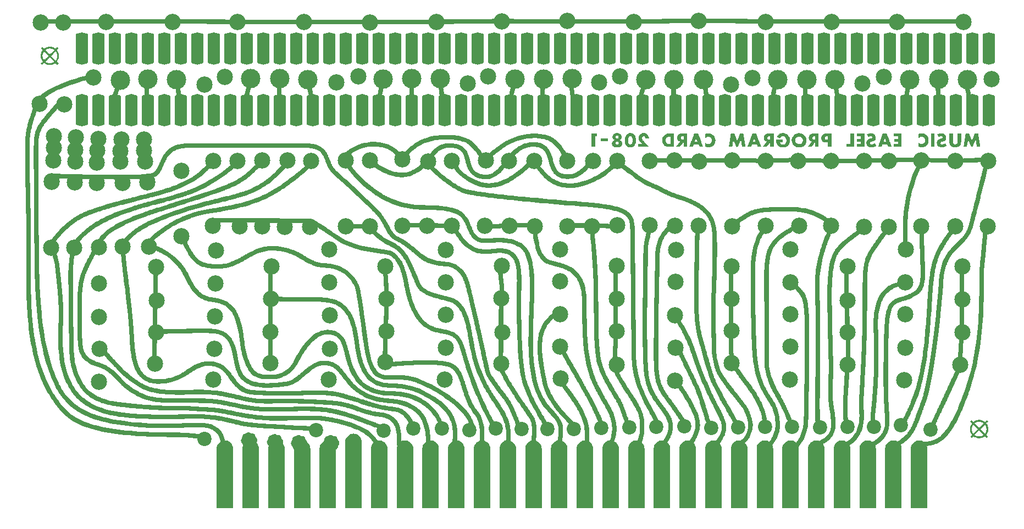
<source format=gbl>
G04 #@! TF.GenerationSoftware,KiCad,Pcbnew,(6.99.0-5233-gf2fcd4b8e1)*
G04 #@! TF.CreationDate,2023-01-05T13:17:00+01:00*
G04 #@! TF.ProjectId,208_PROGRAM_CARD_PROTO_vintage,3230385f-5052-44f4-9752-414d5f434152,1.0*
G04 #@! TF.SameCoordinates,Original*
G04 #@! TF.FileFunction,Copper,L2,Bot*
G04 #@! TF.FilePolarity,Positive*
%FSLAX46Y46*%
G04 Gerber Fmt 4.6, Leading zero omitted, Abs format (unit mm)*
G04 Created by KiCad (PCBNEW (6.99.0-5233-gf2fcd4b8e1)) date 2023-01-05 13:17:00*
%MOMM*%
%LPD*%
G01*
G04 APERTURE LIST*
G04 #@! TA.AperFunction,NonConductor*
%ADD10C,1.263486*%
G04 #@! TD*
G04 #@! TA.AperFunction,EtchedComponent*
%ADD11C,0.200000*%
G04 #@! TD*
G04 #@! TA.AperFunction,WasherPad*
%ADD12R,1.800000X1.800000*%
G04 #@! TD*
G04 #@! TA.AperFunction,WasherPad*
%ADD13C,2.500000*%
G04 #@! TD*
G04 #@! TA.AperFunction,WasherPad*
%ADD14C,3.000000*%
G04 #@! TD*
G04 #@! TA.AperFunction,ComponentPad*
%ADD15C,2.500000*%
G04 #@! TD*
G04 #@! TA.AperFunction,ComponentPad*
%ADD16C,2.200000*%
G04 #@! TD*
G04 APERTURE END LIST*
D10*
X115931743Y-137200000D02*
G75*
G03*
X115931743Y-137200000I-631743J0D01*
G01*
X110981743Y-137200000D02*
G75*
G03*
X110981743Y-137200000I-631743J0D01*
G01*
X107281743Y-137050000D02*
G75*
G03*
X107281743Y-137050000I-631743J0D01*
G01*
X103281743Y-136800000D02*
G75*
G03*
X103281743Y-136800000I-631743J0D01*
G01*
G36*
X177598880Y-83700000D02*
G01*
X179398880Y-83700000D01*
X179398880Y-88100000D01*
X177598880Y-88100000D01*
X177598880Y-83700000D01*
G37*
G36*
X177875880Y-83580500D02*
G01*
X179121880Y-83580500D01*
X179121880Y-83932500D01*
X177875880Y-83932500D01*
X177875880Y-83580500D01*
G37*
G36*
X177875880Y-87859500D02*
G01*
X179121880Y-87859500D01*
X179121880Y-88211500D01*
X177875880Y-88211500D01*
X177875880Y-87859500D01*
G37*
D11*
X179298880Y-83700000D02*
G75*
G03*
X177698880Y-83700000I-800000J-1394421D01*
G01*
X177698880Y-88093317D02*
G75*
G03*
X179298880Y-88093317I800000J1394421D01*
G01*
G36*
X147120000Y-74200000D02*
G01*
X148920000Y-74200000D01*
X148920000Y-78600000D01*
X147120000Y-78600000D01*
X147120000Y-74200000D01*
G37*
G36*
X147397000Y-74080500D02*
G01*
X148643000Y-74080500D01*
X148643000Y-74432500D01*
X147397000Y-74432500D01*
X147397000Y-74080500D01*
G37*
G36*
X147397000Y-78359500D02*
G01*
X148643000Y-78359500D01*
X148643000Y-78711500D01*
X147397000Y-78711500D01*
X147397000Y-78359500D01*
G37*
X148820000Y-74200000D02*
G75*
G03*
X147220000Y-74200000I-800000J-1394421D01*
G01*
X147220000Y-78593317D02*
G75*
G03*
X148820000Y-78593317I800000J1394421D01*
G01*
G36*
X116640000Y-74200000D02*
G01*
X118440000Y-74200000D01*
X118440000Y-78600000D01*
X116640000Y-78600000D01*
X116640000Y-74200000D01*
G37*
G36*
X116917000Y-74080500D02*
G01*
X118163000Y-74080500D01*
X118163000Y-74432500D01*
X116917000Y-74432500D01*
X116917000Y-74080500D01*
G37*
G36*
X116917000Y-78359500D02*
G01*
X118163000Y-78359500D01*
X118163000Y-78711500D01*
X116917000Y-78711500D01*
X116917000Y-78359500D01*
G37*
X118340000Y-74200000D02*
G75*
G03*
X116740000Y-74200000I-800000J-1394421D01*
G01*
X116740000Y-78593317D02*
G75*
G03*
X118340000Y-78593317I800000J1394421D01*
G01*
G36*
X162359048Y-83700000D02*
G01*
X164159048Y-83700000D01*
X164159048Y-88100000D01*
X162359048Y-88100000D01*
X162359048Y-83700000D01*
G37*
G36*
X162636048Y-83580500D02*
G01*
X163882048Y-83580500D01*
X163882048Y-83932500D01*
X162636048Y-83932500D01*
X162636048Y-83580500D01*
G37*
G36*
X162636048Y-87859500D02*
G01*
X163882048Y-87859500D01*
X163882048Y-88211500D01*
X162636048Y-88211500D01*
X162636048Y-87859500D01*
G37*
X164059048Y-83700000D02*
G75*
G03*
X162459048Y-83700000I-800000J-1394421D01*
G01*
X162459048Y-88093317D02*
G75*
G03*
X164059048Y-88093317I800000J1394421D01*
G01*
G36*
X106480000Y-74200000D02*
G01*
X108280000Y-74200000D01*
X108280000Y-78600000D01*
X106480000Y-78600000D01*
X106480000Y-74200000D01*
G37*
G36*
X106757000Y-74080500D02*
G01*
X108003000Y-74080500D01*
X108003000Y-74432500D01*
X106757000Y-74432500D01*
X106757000Y-74080500D01*
G37*
G36*
X106757000Y-78359500D02*
G01*
X108003000Y-78359500D01*
X108003000Y-78711500D01*
X106757000Y-78711500D01*
X106757000Y-78359500D01*
G37*
X108180000Y-74200000D02*
G75*
G03*
X106580000Y-74200000I-800000J-1394421D01*
G01*
X106580000Y-78593317D02*
G75*
G03*
X108180000Y-78593317I800000J1394421D01*
G01*
G36*
X149660000Y-74200000D02*
G01*
X151460000Y-74200000D01*
X151460000Y-78600000D01*
X149660000Y-78600000D01*
X149660000Y-74200000D01*
G37*
G36*
X149937000Y-74080500D02*
G01*
X151183000Y-74080500D01*
X151183000Y-74432500D01*
X149937000Y-74432500D01*
X149937000Y-74080500D01*
G37*
G36*
X149937000Y-78359500D02*
G01*
X151183000Y-78359500D01*
X151183000Y-78711500D01*
X149937000Y-78711500D01*
X149937000Y-78359500D01*
G37*
X151360000Y-74200000D02*
G75*
G03*
X149760000Y-74200000I-800000J-1394421D01*
G01*
X149760000Y-78593317D02*
G75*
G03*
X151360000Y-78593317I800000J1394421D01*
G01*
G36*
X208080000Y-74200000D02*
G01*
X209880000Y-74200000D01*
X209880000Y-78600000D01*
X208080000Y-78600000D01*
X208080000Y-74200000D01*
G37*
G36*
X208357000Y-74080500D02*
G01*
X209603000Y-74080500D01*
X209603000Y-74432500D01*
X208357000Y-74432500D01*
X208357000Y-74080500D01*
G37*
G36*
X208357000Y-78359500D02*
G01*
X209603000Y-78359500D01*
X209603000Y-78711500D01*
X208357000Y-78711500D01*
X208357000Y-78359500D01*
G37*
X209780000Y-74200000D02*
G75*
G03*
X208180000Y-74200000I-800000J-1394421D01*
G01*
X208180000Y-78593317D02*
G75*
G03*
X209780000Y-78593317I800000J1394421D01*
G01*
G36*
X154740000Y-74200000D02*
G01*
X156540000Y-74200000D01*
X156540000Y-78600000D01*
X154740000Y-78600000D01*
X154740000Y-74200000D01*
G37*
G36*
X155017000Y-74080500D02*
G01*
X156263000Y-74080500D01*
X156263000Y-74432500D01*
X155017000Y-74432500D01*
X155017000Y-74080500D01*
G37*
G36*
X155017000Y-78359500D02*
G01*
X156263000Y-78359500D01*
X156263000Y-78711500D01*
X155017000Y-78711500D01*
X155017000Y-78359500D01*
G37*
X156440000Y-74200000D02*
G75*
G03*
X154840000Y-74200000I-800000J-1394421D01*
G01*
X154840000Y-78593317D02*
G75*
G03*
X156440000Y-78593317I800000J1394421D01*
G01*
G36*
X182680000Y-74200000D02*
G01*
X184480000Y-74200000D01*
X184480000Y-78600000D01*
X182680000Y-78600000D01*
X182680000Y-74200000D01*
G37*
G36*
X182957000Y-74080500D02*
G01*
X184203000Y-74080500D01*
X184203000Y-74432500D01*
X182957000Y-74432500D01*
X182957000Y-74080500D01*
G37*
G36*
X182957000Y-78359500D02*
G01*
X184203000Y-78359500D01*
X184203000Y-78711500D01*
X182957000Y-78711500D01*
X182957000Y-78359500D01*
G37*
X184380000Y-74200000D02*
G75*
G03*
X182780000Y-74200000I-800000J-1394421D01*
G01*
X182780000Y-78593317D02*
G75*
G03*
X184380000Y-78593317I800000J1394421D01*
G01*
G36*
X190298740Y-83700000D02*
G01*
X192098740Y-83700000D01*
X192098740Y-88100000D01*
X190298740Y-88100000D01*
X190298740Y-83700000D01*
G37*
G36*
X190575740Y-83580500D02*
G01*
X191821740Y-83580500D01*
X191821740Y-83932500D01*
X190575740Y-83932500D01*
X190575740Y-83580500D01*
G37*
G36*
X190575740Y-87859500D02*
G01*
X191821740Y-87859500D01*
X191821740Y-88211500D01*
X190575740Y-88211500D01*
X190575740Y-87859500D01*
G37*
X191998740Y-83700000D02*
G75*
G03*
X190398740Y-83700000I-800000J-1394421D01*
G01*
X190398740Y-88093317D02*
G75*
G03*
X191998740Y-88093317I800000J1394421D01*
G01*
G36*
X157280000Y-74200000D02*
G01*
X159080000Y-74200000D01*
X159080000Y-78600000D01*
X157280000Y-78600000D01*
X157280000Y-74200000D01*
G37*
G36*
X157557000Y-74080500D02*
G01*
X158803000Y-74080500D01*
X158803000Y-74432500D01*
X157557000Y-74432500D01*
X157557000Y-74080500D01*
G37*
G36*
X157557000Y-78359500D02*
G01*
X158803000Y-78359500D01*
X158803000Y-78711500D01*
X157557000Y-78711500D01*
X157557000Y-78359500D01*
G37*
X158980000Y-74200000D02*
G75*
G03*
X157380000Y-74200000I-800000J-1394421D01*
G01*
X157380000Y-78593317D02*
G75*
G03*
X158980000Y-78593317I800000J1394421D01*
G01*
G36*
X101400000Y-74200000D02*
G01*
X103200000Y-74200000D01*
X103200000Y-78600000D01*
X101400000Y-78600000D01*
X101400000Y-74200000D01*
G37*
G36*
X101677000Y-74080500D02*
G01*
X102923000Y-74080500D01*
X102923000Y-74432500D01*
X101677000Y-74432500D01*
X101677000Y-74080500D01*
G37*
G36*
X101677000Y-78359500D02*
G01*
X102923000Y-78359500D01*
X102923000Y-78711500D01*
X101677000Y-78711500D01*
X101677000Y-78359500D01*
G37*
X103100000Y-74200000D02*
G75*
G03*
X101500000Y-74200000I-800000J-1394421D01*
G01*
X101500000Y-78593317D02*
G75*
G03*
X103100000Y-78593317I800000J1394421D01*
G01*
G36*
X116639552Y-83700000D02*
G01*
X118439552Y-83700000D01*
X118439552Y-88100000D01*
X116639552Y-88100000D01*
X116639552Y-83700000D01*
G37*
G36*
X116916552Y-83580500D02*
G01*
X118162552Y-83580500D01*
X118162552Y-83932500D01*
X116916552Y-83932500D01*
X116916552Y-83580500D01*
G37*
G36*
X116916552Y-87859500D02*
G01*
X118162552Y-87859500D01*
X118162552Y-88211500D01*
X116916552Y-88211500D01*
X116916552Y-87859500D01*
G37*
X118339552Y-83700000D02*
G75*
G03*
X116739552Y-83700000I-800000J-1394421D01*
G01*
X116739552Y-88093317D02*
G75*
G03*
X118339552Y-88093317I800000J1394421D01*
G01*
G36*
X164900000Y-74200000D02*
G01*
X166700000Y-74200000D01*
X166700000Y-78600000D01*
X164900000Y-78600000D01*
X164900000Y-74200000D01*
G37*
G36*
X165177000Y-74080500D02*
G01*
X166423000Y-74080500D01*
X166423000Y-74432500D01*
X165177000Y-74432500D01*
X165177000Y-74080500D01*
G37*
G36*
X165177000Y-78359500D02*
G01*
X166423000Y-78359500D01*
X166423000Y-78711500D01*
X165177000Y-78711500D01*
X165177000Y-78359500D01*
G37*
X166600000Y-74200000D02*
G75*
G03*
X165000000Y-74200000I-800000J-1394421D01*
G01*
X165000000Y-78593317D02*
G75*
G03*
X166600000Y-78593317I800000J1394421D01*
G01*
G36*
X195380000Y-74200000D02*
G01*
X197180000Y-74200000D01*
X197180000Y-78600000D01*
X195380000Y-78600000D01*
X195380000Y-74200000D01*
G37*
G36*
X195657000Y-74080500D02*
G01*
X196903000Y-74080500D01*
X196903000Y-74432500D01*
X195657000Y-74432500D01*
X195657000Y-74080500D01*
G37*
G36*
X195657000Y-78359500D02*
G01*
X196903000Y-78359500D01*
X196903000Y-78711500D01*
X195657000Y-78711500D01*
X195657000Y-78359500D01*
G37*
X197080000Y-74200000D02*
G75*
G03*
X195480000Y-74200000I-800000J-1394421D01*
G01*
X195480000Y-78593317D02*
G75*
G03*
X197080000Y-78593317I800000J1394421D01*
G01*
G36*
X177600000Y-74200000D02*
G01*
X179400000Y-74200000D01*
X179400000Y-78600000D01*
X177600000Y-78600000D01*
X177600000Y-74200000D01*
G37*
G36*
X177877000Y-74080500D02*
G01*
X179123000Y-74080500D01*
X179123000Y-74432500D01*
X177877000Y-74432500D01*
X177877000Y-74080500D01*
G37*
G36*
X177877000Y-78359500D02*
G01*
X179123000Y-78359500D01*
X179123000Y-78711500D01*
X177877000Y-78711500D01*
X177877000Y-78359500D01*
G37*
X179300000Y-74200000D02*
G75*
G03*
X177700000Y-74200000I-800000J-1394421D01*
G01*
X177700000Y-78593317D02*
G75*
G03*
X179300000Y-78593317I800000J1394421D01*
G01*
G36*
X83619916Y-83700000D02*
G01*
X85419916Y-83700000D01*
X85419916Y-88100000D01*
X83619916Y-88100000D01*
X83619916Y-83700000D01*
G37*
G36*
X83896916Y-83580500D02*
G01*
X85142916Y-83580500D01*
X85142916Y-83932500D01*
X83896916Y-83932500D01*
X83896916Y-83580500D01*
G37*
G36*
X83896916Y-87859500D02*
G01*
X85142916Y-87859500D01*
X85142916Y-88211500D01*
X83896916Y-88211500D01*
X83896916Y-87859500D01*
G37*
X85319916Y-83700000D02*
G75*
G03*
X83719916Y-83700000I-800000J-1394421D01*
G01*
X83719916Y-88093317D02*
G75*
G03*
X85319916Y-88093317I800000J1394421D01*
G01*
G36*
X169978964Y-83700000D02*
G01*
X171778964Y-83700000D01*
X171778964Y-88100000D01*
X169978964Y-88100000D01*
X169978964Y-83700000D01*
G37*
G36*
X170255964Y-83580500D02*
G01*
X171501964Y-83580500D01*
X171501964Y-83932500D01*
X170255964Y-83932500D01*
X170255964Y-83580500D01*
G37*
G36*
X170255964Y-87859500D02*
G01*
X171501964Y-87859500D01*
X171501964Y-88211500D01*
X170255964Y-88211500D01*
X170255964Y-87859500D01*
G37*
X171678964Y-83700000D02*
G75*
G03*
X170078964Y-83700000I-800000J-1394421D01*
G01*
X170078964Y-88093317D02*
G75*
G03*
X171678964Y-88093317I800000J1394421D01*
G01*
G36*
X119180000Y-74200000D02*
G01*
X120980000Y-74200000D01*
X120980000Y-78600000D01*
X119180000Y-78600000D01*
X119180000Y-74200000D01*
G37*
G36*
X119457000Y-74080500D02*
G01*
X120703000Y-74080500D01*
X120703000Y-74432500D01*
X119457000Y-74432500D01*
X119457000Y-74080500D01*
G37*
G36*
X119457000Y-78359500D02*
G01*
X120703000Y-78359500D01*
X120703000Y-78711500D01*
X119457000Y-78711500D01*
X119457000Y-78359500D01*
G37*
X120880000Y-74200000D02*
G75*
G03*
X119280000Y-74200000I-800000J-1394421D01*
G01*
X119280000Y-78593317D02*
G75*
G03*
X120880000Y-78593317I800000J1394421D01*
G01*
G36*
X205538572Y-83700000D02*
G01*
X207338572Y-83700000D01*
X207338572Y-88100000D01*
X205538572Y-88100000D01*
X205538572Y-83700000D01*
G37*
G36*
X205815572Y-83580500D02*
G01*
X207061572Y-83580500D01*
X207061572Y-83932500D01*
X205815572Y-83932500D01*
X205815572Y-83580500D01*
G37*
G36*
X205815572Y-87859500D02*
G01*
X207061572Y-87859500D01*
X207061572Y-88211500D01*
X205815572Y-88211500D01*
X205815572Y-87859500D01*
G37*
X207238572Y-83700000D02*
G75*
G03*
X205638572Y-83700000I-800000J-1394421D01*
G01*
X205638572Y-88093317D02*
G75*
G03*
X207238572Y-88093317I800000J1394421D01*
G01*
G36*
X81079944Y-83700000D02*
G01*
X82879944Y-83700000D01*
X82879944Y-88100000D01*
X81079944Y-88100000D01*
X81079944Y-83700000D01*
G37*
G36*
X81356944Y-83580500D02*
G01*
X82602944Y-83580500D01*
X82602944Y-83932500D01*
X81356944Y-83932500D01*
X81356944Y-83580500D01*
G37*
G36*
X81356944Y-87859500D02*
G01*
X82602944Y-87859500D01*
X82602944Y-88211500D01*
X81356944Y-88211500D01*
X81356944Y-87859500D01*
G37*
X82779944Y-83700000D02*
G75*
G03*
X81179944Y-83700000I-800000J-1394421D01*
G01*
X81179944Y-88093317D02*
G75*
G03*
X82779944Y-88093317I800000J1394421D01*
G01*
G36*
X131880000Y-74200000D02*
G01*
X133680000Y-74200000D01*
X133680000Y-78600000D01*
X131880000Y-78600000D01*
X131880000Y-74200000D01*
G37*
G36*
X132157000Y-74080500D02*
G01*
X133403000Y-74080500D01*
X133403000Y-74432500D01*
X132157000Y-74432500D01*
X132157000Y-74080500D01*
G37*
G36*
X132157000Y-78359500D02*
G01*
X133403000Y-78359500D01*
X133403000Y-78711500D01*
X132157000Y-78711500D01*
X132157000Y-78359500D01*
G37*
X133580000Y-74200000D02*
G75*
G03*
X131980000Y-74200000I-800000J-1394421D01*
G01*
X131980000Y-78593317D02*
G75*
G03*
X133580000Y-78593317I800000J1394421D01*
G01*
G36*
X197920000Y-74200000D02*
G01*
X199720000Y-74200000D01*
X199720000Y-78600000D01*
X197920000Y-78600000D01*
X197920000Y-74200000D01*
G37*
G36*
X198197000Y-74080500D02*
G01*
X199443000Y-74080500D01*
X199443000Y-74432500D01*
X198197000Y-74432500D01*
X198197000Y-74080500D01*
G37*
G36*
X198197000Y-78359500D02*
G01*
X199443000Y-78359500D01*
X199443000Y-78711500D01*
X198197000Y-78711500D01*
X198197000Y-78359500D01*
G37*
X199620000Y-74200000D02*
G75*
G03*
X198020000Y-74200000I-800000J-1394421D01*
G01*
X198020000Y-78593317D02*
G75*
G03*
X199620000Y-78593317I800000J1394421D01*
G01*
G36*
X129340000Y-74200000D02*
G01*
X131140000Y-74200000D01*
X131140000Y-78600000D01*
X129340000Y-78600000D01*
X129340000Y-74200000D01*
G37*
G36*
X129617000Y-74080500D02*
G01*
X130863000Y-74080500D01*
X130863000Y-74432500D01*
X129617000Y-74432500D01*
X129617000Y-74080500D01*
G37*
G36*
X129617000Y-78359500D02*
G01*
X130863000Y-78359500D01*
X130863000Y-78711500D01*
X129617000Y-78711500D01*
X129617000Y-78359500D01*
G37*
X131040000Y-74200000D02*
G75*
G03*
X129440000Y-74200000I-800000J-1394421D01*
G01*
X129440000Y-78593317D02*
G75*
G03*
X131040000Y-78593317I800000J1394421D01*
G01*
G36*
X200458628Y-83700000D02*
G01*
X202258628Y-83700000D01*
X202258628Y-88100000D01*
X200458628Y-88100000D01*
X200458628Y-83700000D01*
G37*
G36*
X200735628Y-83580500D02*
G01*
X201981628Y-83580500D01*
X201981628Y-83932500D01*
X200735628Y-83932500D01*
X200735628Y-83580500D01*
G37*
G36*
X200735628Y-87859500D02*
G01*
X201981628Y-87859500D01*
X201981628Y-88211500D01*
X200735628Y-88211500D01*
X200735628Y-87859500D01*
G37*
X202158628Y-83700000D02*
G75*
G03*
X200558628Y-83700000I-800000J-1394421D01*
G01*
X200558628Y-88093317D02*
G75*
G03*
X202158628Y-88093317I800000J1394421D01*
G01*
G36*
X134420000Y-74200000D02*
G01*
X136220000Y-74200000D01*
X136220000Y-78600000D01*
X134420000Y-78600000D01*
X134420000Y-74200000D01*
G37*
G36*
X134697000Y-74080500D02*
G01*
X135943000Y-74080500D01*
X135943000Y-74432500D01*
X134697000Y-74432500D01*
X134697000Y-74080500D01*
G37*
G36*
X134697000Y-78359500D02*
G01*
X135943000Y-78359500D01*
X135943000Y-78711500D01*
X134697000Y-78711500D01*
X134697000Y-78359500D01*
G37*
X136120000Y-74200000D02*
G75*
G03*
X134520000Y-74200000I-800000J-1394421D01*
G01*
X134520000Y-78593317D02*
G75*
G03*
X136120000Y-78593317I800000J1394421D01*
G01*
G36*
X215700000Y-74200000D02*
G01*
X217500000Y-74200000D01*
X217500000Y-78600000D01*
X215700000Y-78600000D01*
X215700000Y-74200000D01*
G37*
G36*
X215977000Y-74080500D02*
G01*
X217223000Y-74080500D01*
X217223000Y-74432500D01*
X215977000Y-74432500D01*
X215977000Y-74080500D01*
G37*
G36*
X215977000Y-78359500D02*
G01*
X217223000Y-78359500D01*
X217223000Y-78711500D01*
X215977000Y-78711500D01*
X215977000Y-78359500D01*
G37*
X217400000Y-74200000D02*
G75*
G03*
X215800000Y-74200000I-800000J-1394421D01*
G01*
X215800000Y-78593317D02*
G75*
G03*
X217400000Y-78593317I800000J1394421D01*
G01*
G36*
X134419356Y-83700000D02*
G01*
X136219356Y-83700000D01*
X136219356Y-88100000D01*
X134419356Y-88100000D01*
X134419356Y-83700000D01*
G37*
G36*
X134696356Y-83580500D02*
G01*
X135942356Y-83580500D01*
X135942356Y-83932500D01*
X134696356Y-83932500D01*
X134696356Y-83580500D01*
G37*
G36*
X134696356Y-87859500D02*
G01*
X135942356Y-87859500D01*
X135942356Y-88211500D01*
X134696356Y-88211500D01*
X134696356Y-87859500D01*
G37*
X136119356Y-83700000D02*
G75*
G03*
X134519356Y-83700000I-800000J-1394421D01*
G01*
X134519356Y-88093317D02*
G75*
G03*
X136119356Y-88093317I800000J1394421D01*
G01*
G36*
X172518936Y-83700000D02*
G01*
X174318936Y-83700000D01*
X174318936Y-88100000D01*
X172518936Y-88100000D01*
X172518936Y-83700000D01*
G37*
G36*
X172795936Y-83580500D02*
G01*
X174041936Y-83580500D01*
X174041936Y-83932500D01*
X172795936Y-83932500D01*
X172795936Y-83580500D01*
G37*
G36*
X172795936Y-87859500D02*
G01*
X174041936Y-87859500D01*
X174041936Y-88211500D01*
X172795936Y-88211500D01*
X172795936Y-87859500D01*
G37*
X174218936Y-83700000D02*
G75*
G03*
X172618936Y-83700000I-800000J-1394421D01*
G01*
X172618936Y-88093317D02*
G75*
G03*
X174218936Y-88093317I800000J1394421D01*
G01*
G36*
X96320000Y-74200000D02*
G01*
X98120000Y-74200000D01*
X98120000Y-78600000D01*
X96320000Y-78600000D01*
X96320000Y-74200000D01*
G37*
G36*
X96597000Y-74080500D02*
G01*
X97843000Y-74080500D01*
X97843000Y-74432500D01*
X96597000Y-74432500D01*
X96597000Y-74080500D01*
G37*
G36*
X96597000Y-78359500D02*
G01*
X97843000Y-78359500D01*
X97843000Y-78711500D01*
X96597000Y-78711500D01*
X96597000Y-78359500D01*
G37*
X98020000Y-74200000D02*
G75*
G03*
X96420000Y-74200000I-800000J-1394421D01*
G01*
X96420000Y-78593317D02*
G75*
G03*
X98020000Y-78593317I800000J1394421D01*
G01*
G36*
X103940000Y-74200000D02*
G01*
X105740000Y-74200000D01*
X105740000Y-78600000D01*
X103940000Y-78600000D01*
X103940000Y-74200000D01*
G37*
G36*
X104217000Y-74080500D02*
G01*
X105463000Y-74080500D01*
X105463000Y-74432500D01*
X104217000Y-74432500D01*
X104217000Y-74080500D01*
G37*
G36*
X104217000Y-78359500D02*
G01*
X105463000Y-78359500D01*
X105463000Y-78711500D01*
X104217000Y-78711500D01*
X104217000Y-78359500D01*
G37*
X105640000Y-74200000D02*
G75*
G03*
X104040000Y-74200000I-800000J-1394421D01*
G01*
X104040000Y-78593317D02*
G75*
G03*
X105640000Y-78593317I800000J1394421D01*
G01*
G36*
X98859748Y-83700000D02*
G01*
X100659748Y-83700000D01*
X100659748Y-88100000D01*
X98859748Y-88100000D01*
X98859748Y-83700000D01*
G37*
G36*
X99136748Y-83580500D02*
G01*
X100382748Y-83580500D01*
X100382748Y-83932500D01*
X99136748Y-83932500D01*
X99136748Y-83580500D01*
G37*
G36*
X99136748Y-87859500D02*
G01*
X100382748Y-87859500D01*
X100382748Y-88211500D01*
X99136748Y-88211500D01*
X99136748Y-87859500D01*
G37*
X100559748Y-83700000D02*
G75*
G03*
X98959748Y-83700000I-800000J-1394421D01*
G01*
X98959748Y-88093317D02*
G75*
G03*
X100559748Y-88093317I800000J1394421D01*
G01*
G36*
X203000000Y-74200000D02*
G01*
X204800000Y-74200000D01*
X204800000Y-78600000D01*
X203000000Y-78600000D01*
X203000000Y-74200000D01*
G37*
G36*
X203277000Y-74080500D02*
G01*
X204523000Y-74080500D01*
X204523000Y-74432500D01*
X203277000Y-74432500D01*
X203277000Y-74080500D01*
G37*
G36*
X203277000Y-78359500D02*
G01*
X204523000Y-78359500D01*
X204523000Y-78711500D01*
X203277000Y-78711500D01*
X203277000Y-78359500D01*
G37*
X204700000Y-74200000D02*
G75*
G03*
X203100000Y-74200000I-800000J-1394421D01*
G01*
X203100000Y-78593317D02*
G75*
G03*
X204700000Y-78593317I800000J1394421D01*
G01*
G36*
X114099580Y-83700000D02*
G01*
X115899580Y-83700000D01*
X115899580Y-88100000D01*
X114099580Y-88100000D01*
X114099580Y-83700000D01*
G37*
G36*
X114376580Y-83580500D02*
G01*
X115622580Y-83580500D01*
X115622580Y-83932500D01*
X114376580Y-83932500D01*
X114376580Y-83580500D01*
G37*
G36*
X114376580Y-87859500D02*
G01*
X115622580Y-87859500D01*
X115622580Y-88211500D01*
X114376580Y-88211500D01*
X114376580Y-87859500D01*
G37*
X115799580Y-83700000D02*
G75*
G03*
X114199580Y-83700000I-800000J-1394421D01*
G01*
X114199580Y-88093317D02*
G75*
G03*
X115799580Y-88093317I800000J1394421D01*
G01*
G36*
X144579244Y-83700000D02*
G01*
X146379244Y-83700000D01*
X146379244Y-88100000D01*
X144579244Y-88100000D01*
X144579244Y-83700000D01*
G37*
G36*
X144856244Y-83580500D02*
G01*
X146102244Y-83580500D01*
X146102244Y-83932500D01*
X144856244Y-83932500D01*
X144856244Y-83580500D01*
G37*
G36*
X144856244Y-87859500D02*
G01*
X146102244Y-87859500D01*
X146102244Y-88211500D01*
X144856244Y-88211500D01*
X144856244Y-87859500D01*
G37*
X146279244Y-83700000D02*
G75*
G03*
X144679244Y-83700000I-800000J-1394421D01*
G01*
X144679244Y-88093317D02*
G75*
G03*
X146279244Y-88093317I800000J1394421D01*
G01*
G36*
X175060000Y-74200000D02*
G01*
X176860000Y-74200000D01*
X176860000Y-78600000D01*
X175060000Y-78600000D01*
X175060000Y-74200000D01*
G37*
G36*
X175337000Y-74080500D02*
G01*
X176583000Y-74080500D01*
X176583000Y-74432500D01*
X175337000Y-74432500D01*
X175337000Y-74080500D01*
G37*
G36*
X175337000Y-78359500D02*
G01*
X176583000Y-78359500D01*
X176583000Y-78711500D01*
X175337000Y-78711500D01*
X175337000Y-78359500D01*
G37*
X176760000Y-74200000D02*
G75*
G03*
X175160000Y-74200000I-800000J-1394421D01*
G01*
X175160000Y-78593317D02*
G75*
G03*
X176760000Y-78593317I800000J1394421D01*
G01*
G36*
X215698500Y-83700000D02*
G01*
X217498500Y-83700000D01*
X217498500Y-88100000D01*
X215698500Y-88100000D01*
X215698500Y-83700000D01*
G37*
G36*
X215975500Y-83580500D02*
G01*
X217221500Y-83580500D01*
X217221500Y-83932500D01*
X215975500Y-83932500D01*
X215975500Y-83580500D01*
G37*
G36*
X215975500Y-87859500D02*
G01*
X217221500Y-87859500D01*
X217221500Y-88211500D01*
X215975500Y-88211500D01*
X215975500Y-87859500D01*
G37*
X217398500Y-83700000D02*
G75*
G03*
X215798500Y-83700000I-800000J-1394421D01*
G01*
X215798500Y-88093317D02*
G75*
G03*
X217398500Y-88093317I800000J1394421D01*
G01*
G36*
X142040000Y-74200000D02*
G01*
X143840000Y-74200000D01*
X143840000Y-78600000D01*
X142040000Y-78600000D01*
X142040000Y-74200000D01*
G37*
G36*
X142317000Y-74080500D02*
G01*
X143563000Y-74080500D01*
X143563000Y-74432500D01*
X142317000Y-74432500D01*
X142317000Y-74080500D01*
G37*
G36*
X142317000Y-78359500D02*
G01*
X143563000Y-78359500D01*
X143563000Y-78711500D01*
X142317000Y-78711500D01*
X142317000Y-78359500D01*
G37*
X143740000Y-74200000D02*
G75*
G03*
X142140000Y-74200000I-800000J-1394421D01*
G01*
X142140000Y-78593317D02*
G75*
G03*
X143740000Y-78593317I800000J1394421D01*
G01*
G36*
X202998600Y-83700000D02*
G01*
X204798600Y-83700000D01*
X204798600Y-88100000D01*
X202998600Y-88100000D01*
X202998600Y-83700000D01*
G37*
G36*
X203275600Y-83580500D02*
G01*
X204521600Y-83580500D01*
X204521600Y-83932500D01*
X203275600Y-83932500D01*
X203275600Y-83580500D01*
G37*
G36*
X203275600Y-87859500D02*
G01*
X204521600Y-87859500D01*
X204521600Y-88211500D01*
X203275600Y-88211500D01*
X203275600Y-87859500D01*
G37*
X204698600Y-83700000D02*
G75*
G03*
X203098600Y-83700000I-800000J-1394421D01*
G01*
X203098600Y-88093317D02*
G75*
G03*
X204698600Y-88093317I800000J1394421D01*
G01*
G36*
X147119216Y-83700000D02*
G01*
X148919216Y-83700000D01*
X148919216Y-88100000D01*
X147119216Y-88100000D01*
X147119216Y-83700000D01*
G37*
G36*
X147396216Y-83580500D02*
G01*
X148642216Y-83580500D01*
X148642216Y-83932500D01*
X147396216Y-83932500D01*
X147396216Y-83580500D01*
G37*
G36*
X147396216Y-87859500D02*
G01*
X148642216Y-87859500D01*
X148642216Y-88211500D01*
X147396216Y-88211500D01*
X147396216Y-87859500D01*
G37*
X148819216Y-83700000D02*
G75*
G03*
X147219216Y-83700000I-800000J-1394421D01*
G01*
X147219216Y-88093317D02*
G75*
G03*
X148819216Y-88093317I800000J1394421D01*
G01*
G36*
X210620000Y-74200000D02*
G01*
X212420000Y-74200000D01*
X212420000Y-78600000D01*
X210620000Y-78600000D01*
X210620000Y-74200000D01*
G37*
G36*
X210897000Y-74080500D02*
G01*
X212143000Y-74080500D01*
X212143000Y-74432500D01*
X210897000Y-74432500D01*
X210897000Y-74080500D01*
G37*
G36*
X210897000Y-78359500D02*
G01*
X212143000Y-78359500D01*
X212143000Y-78711500D01*
X210897000Y-78711500D01*
X210897000Y-78359500D01*
G37*
X212320000Y-74200000D02*
G75*
G03*
X210720000Y-74200000I-800000J-1394421D01*
G01*
X210720000Y-78593317D02*
G75*
G03*
X212320000Y-78593317I800000J1394421D01*
G01*
G36*
X86160000Y-74200000D02*
G01*
X87960000Y-74200000D01*
X87960000Y-78600000D01*
X86160000Y-78600000D01*
X86160000Y-74200000D01*
G37*
G36*
X86437000Y-74080500D02*
G01*
X87683000Y-74080500D01*
X87683000Y-74432500D01*
X86437000Y-74432500D01*
X86437000Y-74080500D01*
G37*
G36*
X86437000Y-78359500D02*
G01*
X87683000Y-78359500D01*
X87683000Y-78711500D01*
X86437000Y-78711500D01*
X86437000Y-78359500D01*
G37*
X87860000Y-74200000D02*
G75*
G03*
X86260000Y-74200000I-800000J-1394421D01*
G01*
X86260000Y-78593317D02*
G75*
G03*
X87860000Y-78593317I800000J1394421D01*
G01*
G36*
X208078544Y-83700000D02*
G01*
X209878544Y-83700000D01*
X209878544Y-88100000D01*
X208078544Y-88100000D01*
X208078544Y-83700000D01*
G37*
G36*
X208355544Y-83580500D02*
G01*
X209601544Y-83580500D01*
X209601544Y-83932500D01*
X208355544Y-83932500D01*
X208355544Y-83580500D01*
G37*
G36*
X208355544Y-87859500D02*
G01*
X209601544Y-87859500D01*
X209601544Y-88211500D01*
X208355544Y-88211500D01*
X208355544Y-87859500D01*
G37*
X209778544Y-83700000D02*
G75*
G03*
X208178544Y-83700000I-800000J-1394421D01*
G01*
X208178544Y-88093317D02*
G75*
G03*
X209778544Y-88093317I800000J1394421D01*
G01*
G36*
X109020000Y-74200000D02*
G01*
X110820000Y-74200000D01*
X110820000Y-78600000D01*
X109020000Y-78600000D01*
X109020000Y-74200000D01*
G37*
G36*
X109297000Y-74080500D02*
G01*
X110543000Y-74080500D01*
X110543000Y-74432500D01*
X109297000Y-74432500D01*
X109297000Y-74080500D01*
G37*
G36*
X109297000Y-78359500D02*
G01*
X110543000Y-78359500D01*
X110543000Y-78711500D01*
X109297000Y-78711500D01*
X109297000Y-78359500D01*
G37*
X110720000Y-74200000D02*
G75*
G03*
X109120000Y-74200000I-800000J-1394421D01*
G01*
X109120000Y-78593317D02*
G75*
G03*
X110720000Y-78593317I800000J1394421D01*
G01*
G36*
X136960000Y-74200000D02*
G01*
X138760000Y-74200000D01*
X138760000Y-78600000D01*
X136960000Y-78600000D01*
X136960000Y-74200000D01*
G37*
G36*
X137237000Y-74080500D02*
G01*
X138483000Y-74080500D01*
X138483000Y-74432500D01*
X137237000Y-74432500D01*
X137237000Y-74080500D01*
G37*
G36*
X137237000Y-78359500D02*
G01*
X138483000Y-78359500D01*
X138483000Y-78711500D01*
X137237000Y-78711500D01*
X137237000Y-78359500D01*
G37*
X138660000Y-74200000D02*
G75*
G03*
X137060000Y-74200000I-800000J-1394421D01*
G01*
X137060000Y-78593317D02*
G75*
G03*
X138660000Y-78593317I800000J1394421D01*
G01*
G36*
X126800000Y-74200000D02*
G01*
X128600000Y-74200000D01*
X128600000Y-78600000D01*
X126800000Y-78600000D01*
X126800000Y-74200000D01*
G37*
G36*
X127077000Y-74080500D02*
G01*
X128323000Y-74080500D01*
X128323000Y-74432500D01*
X127077000Y-74432500D01*
X127077000Y-74080500D01*
G37*
G36*
X127077000Y-78359500D02*
G01*
X128323000Y-78359500D01*
X128323000Y-78711500D01*
X127077000Y-78711500D01*
X127077000Y-78359500D01*
G37*
X128500000Y-74200000D02*
G75*
G03*
X126900000Y-74200000I-800000J-1394421D01*
G01*
X126900000Y-78593317D02*
G75*
G03*
X128500000Y-78593317I800000J1394421D01*
G01*
G36*
X101399720Y-83700000D02*
G01*
X103199720Y-83700000D01*
X103199720Y-88100000D01*
X101399720Y-88100000D01*
X101399720Y-83700000D01*
G37*
G36*
X101676720Y-83580500D02*
G01*
X102922720Y-83580500D01*
X102922720Y-83932500D01*
X101676720Y-83932500D01*
X101676720Y-83580500D01*
G37*
G36*
X101676720Y-87859500D02*
G01*
X102922720Y-87859500D01*
X102922720Y-88211500D01*
X101676720Y-88211500D01*
X101676720Y-87859500D01*
G37*
X103099720Y-83700000D02*
G75*
G03*
X101499720Y-83700000I-800000J-1394421D01*
G01*
X101499720Y-88093317D02*
G75*
G03*
X103099720Y-88093317I800000J1394421D01*
G01*
G36*
X149659188Y-83700000D02*
G01*
X151459188Y-83700000D01*
X151459188Y-88100000D01*
X149659188Y-88100000D01*
X149659188Y-83700000D01*
G37*
G36*
X149936188Y-83580500D02*
G01*
X151182188Y-83580500D01*
X151182188Y-83932500D01*
X149936188Y-83932500D01*
X149936188Y-83580500D01*
G37*
G36*
X149936188Y-87859500D02*
G01*
X151182188Y-87859500D01*
X151182188Y-88211500D01*
X149936188Y-88211500D01*
X149936188Y-87859500D01*
G37*
X151359188Y-83700000D02*
G75*
G03*
X149759188Y-83700000I-800000J-1394421D01*
G01*
X149759188Y-88093317D02*
G75*
G03*
X151359188Y-88093317I800000J1394421D01*
G01*
G36*
X192838712Y-83700000D02*
G01*
X194638712Y-83700000D01*
X194638712Y-88100000D01*
X192838712Y-88100000D01*
X192838712Y-83700000D01*
G37*
G36*
X193115712Y-83580500D02*
G01*
X194361712Y-83580500D01*
X194361712Y-83932500D01*
X193115712Y-83932500D01*
X193115712Y-83580500D01*
G37*
G36*
X193115712Y-87859500D02*
G01*
X194361712Y-87859500D01*
X194361712Y-88211500D01*
X193115712Y-88211500D01*
X193115712Y-87859500D01*
G37*
X194538712Y-83700000D02*
G75*
G03*
X192938712Y-83700000I-800000J-1394421D01*
G01*
X192938712Y-88093317D02*
G75*
G03*
X194538712Y-88093317I800000J1394421D01*
G01*
G36*
X81080000Y-74200000D02*
G01*
X82880000Y-74200000D01*
X82880000Y-78600000D01*
X81080000Y-78600000D01*
X81080000Y-74200000D01*
G37*
G36*
X81357000Y-74080500D02*
G01*
X82603000Y-74080500D01*
X82603000Y-74432500D01*
X81357000Y-74432500D01*
X81357000Y-74080500D01*
G37*
G36*
X81357000Y-78359500D02*
G01*
X82603000Y-78359500D01*
X82603000Y-78711500D01*
X81357000Y-78711500D01*
X81357000Y-78359500D01*
G37*
X82780000Y-74200000D02*
G75*
G03*
X81180000Y-74200000I-800000J-1394421D01*
G01*
X81180000Y-78593317D02*
G75*
G03*
X82780000Y-78593317I800000J1394421D01*
G01*
G36*
X210618516Y-83700000D02*
G01*
X212418516Y-83700000D01*
X212418516Y-88100000D01*
X210618516Y-88100000D01*
X210618516Y-83700000D01*
G37*
G36*
X210895516Y-83580500D02*
G01*
X212141516Y-83580500D01*
X212141516Y-83932500D01*
X210895516Y-83932500D01*
X210895516Y-83580500D01*
G37*
G36*
X210895516Y-87859500D02*
G01*
X212141516Y-87859500D01*
X212141516Y-88211500D01*
X210895516Y-88211500D01*
X210895516Y-87859500D01*
G37*
X212318516Y-83700000D02*
G75*
G03*
X210718516Y-83700000I-800000J-1394421D01*
G01*
X210718516Y-88093317D02*
G75*
G03*
X212318516Y-88093317I800000J1394421D01*
G01*
G36*
X213158488Y-83700000D02*
G01*
X214958488Y-83700000D01*
X214958488Y-88100000D01*
X213158488Y-88100000D01*
X213158488Y-83700000D01*
G37*
G36*
X213435488Y-83580500D02*
G01*
X214681488Y-83580500D01*
X214681488Y-83932500D01*
X213435488Y-83932500D01*
X213435488Y-83580500D01*
G37*
G36*
X213435488Y-87859500D02*
G01*
X214681488Y-87859500D01*
X214681488Y-88211500D01*
X213435488Y-88211500D01*
X213435488Y-87859500D01*
G37*
X214858488Y-83700000D02*
G75*
G03*
X213258488Y-83700000I-800000J-1394421D01*
G01*
X213258488Y-88093317D02*
G75*
G03*
X214858488Y-88093317I800000J1394421D01*
G01*
G36*
X200460000Y-74200000D02*
G01*
X202260000Y-74200000D01*
X202260000Y-78600000D01*
X200460000Y-78600000D01*
X200460000Y-74200000D01*
G37*
G36*
X200737000Y-74080500D02*
G01*
X201983000Y-74080500D01*
X201983000Y-74432500D01*
X200737000Y-74432500D01*
X200737000Y-74080500D01*
G37*
G36*
X200737000Y-78359500D02*
G01*
X201983000Y-78359500D01*
X201983000Y-78711500D01*
X200737000Y-78711500D01*
X200737000Y-78359500D01*
G37*
X202160000Y-74200000D02*
G75*
G03*
X200560000Y-74200000I-800000J-1394421D01*
G01*
X200560000Y-78593317D02*
G75*
G03*
X202160000Y-78593317I800000J1394421D01*
G01*
G36*
X162360000Y-74200000D02*
G01*
X164160000Y-74200000D01*
X164160000Y-78600000D01*
X162360000Y-78600000D01*
X162360000Y-74200000D01*
G37*
G36*
X162637000Y-74080500D02*
G01*
X163883000Y-74080500D01*
X163883000Y-74432500D01*
X162637000Y-74432500D01*
X162637000Y-74080500D01*
G37*
G36*
X162637000Y-78359500D02*
G01*
X163883000Y-78359500D01*
X163883000Y-78711500D01*
X162637000Y-78711500D01*
X162637000Y-78359500D01*
G37*
X164060000Y-74200000D02*
G75*
G03*
X162460000Y-74200000I-800000J-1394421D01*
G01*
X162460000Y-78593317D02*
G75*
G03*
X164060000Y-78593317I800000J1394421D01*
G01*
G36*
X78540000Y-74200000D02*
G01*
X80340000Y-74200000D01*
X80340000Y-78600000D01*
X78540000Y-78600000D01*
X78540000Y-74200000D01*
G37*
G36*
X78817000Y-74080500D02*
G01*
X80063000Y-74080500D01*
X80063000Y-74432500D01*
X78817000Y-74432500D01*
X78817000Y-74080500D01*
G37*
G36*
X78817000Y-78359500D02*
G01*
X80063000Y-78359500D01*
X80063000Y-78711500D01*
X78817000Y-78711500D01*
X78817000Y-78359500D01*
G37*
X80240000Y-74200000D02*
G75*
G03*
X78640000Y-74200000I-800000J-1394421D01*
G01*
X78640000Y-78593317D02*
G75*
G03*
X80240000Y-78593317I800000J1394421D01*
G01*
G36*
X83620000Y-74200000D02*
G01*
X85420000Y-74200000D01*
X85420000Y-78600000D01*
X83620000Y-78600000D01*
X83620000Y-74200000D01*
G37*
G36*
X83897000Y-74080500D02*
G01*
X85143000Y-74080500D01*
X85143000Y-74432500D01*
X83897000Y-74432500D01*
X83897000Y-74080500D01*
G37*
G36*
X83897000Y-78359500D02*
G01*
X85143000Y-78359500D01*
X85143000Y-78711500D01*
X83897000Y-78711500D01*
X83897000Y-78359500D01*
G37*
X85320000Y-74200000D02*
G75*
G03*
X83720000Y-74200000I-800000J-1394421D01*
G01*
X83720000Y-78593317D02*
G75*
G03*
X85320000Y-78593317I800000J1394421D01*
G01*
G36*
X164899020Y-83700000D02*
G01*
X166699020Y-83700000D01*
X166699020Y-88100000D01*
X164899020Y-88100000D01*
X164899020Y-83700000D01*
G37*
G36*
X165176020Y-83580500D02*
G01*
X166422020Y-83580500D01*
X166422020Y-83932500D01*
X165176020Y-83932500D01*
X165176020Y-83580500D01*
G37*
G36*
X165176020Y-87859500D02*
G01*
X166422020Y-87859500D01*
X166422020Y-88211500D01*
X165176020Y-88211500D01*
X165176020Y-87859500D01*
G37*
X166599020Y-83700000D02*
G75*
G03*
X164999020Y-83700000I-800000J-1394421D01*
G01*
X164999020Y-88093317D02*
G75*
G03*
X166599020Y-88093317I800000J1394421D01*
G01*
G36*
X119179524Y-83700000D02*
G01*
X120979524Y-83700000D01*
X120979524Y-88100000D01*
X119179524Y-88100000D01*
X119179524Y-83700000D01*
G37*
G36*
X119456524Y-83580500D02*
G01*
X120702524Y-83580500D01*
X120702524Y-83932500D01*
X119456524Y-83932500D01*
X119456524Y-83580500D01*
G37*
G36*
X119456524Y-87859500D02*
G01*
X120702524Y-87859500D01*
X120702524Y-88211500D01*
X119456524Y-88211500D01*
X119456524Y-87859500D01*
G37*
X120879524Y-83700000D02*
G75*
G03*
X119279524Y-83700000I-800000J-1394421D01*
G01*
X119279524Y-88093317D02*
G75*
G03*
X120879524Y-88093317I800000J1394421D01*
G01*
G36*
X86159888Y-83700000D02*
G01*
X87959888Y-83700000D01*
X87959888Y-88100000D01*
X86159888Y-88100000D01*
X86159888Y-83700000D01*
G37*
G36*
X86436888Y-83580500D02*
G01*
X87682888Y-83580500D01*
X87682888Y-83932500D01*
X86436888Y-83932500D01*
X86436888Y-83580500D01*
G37*
G36*
X86436888Y-87859500D02*
G01*
X87682888Y-87859500D01*
X87682888Y-88211500D01*
X86436888Y-88211500D01*
X86436888Y-87859500D01*
G37*
X87859888Y-83700000D02*
G75*
G03*
X86259888Y-83700000I-800000J-1394421D01*
G01*
X86259888Y-88093317D02*
G75*
G03*
X87859888Y-88093317I800000J1394421D01*
G01*
G36*
X91240000Y-74200000D02*
G01*
X93040000Y-74200000D01*
X93040000Y-78600000D01*
X91240000Y-78600000D01*
X91240000Y-74200000D01*
G37*
G36*
X91517000Y-74080500D02*
G01*
X92763000Y-74080500D01*
X92763000Y-74432500D01*
X91517000Y-74432500D01*
X91517000Y-74080500D01*
G37*
G36*
X91517000Y-78359500D02*
G01*
X92763000Y-78359500D01*
X92763000Y-78711500D01*
X91517000Y-78711500D01*
X91517000Y-78359500D01*
G37*
X92940000Y-74200000D02*
G75*
G03*
X91340000Y-74200000I-800000J-1394421D01*
G01*
X91340000Y-78593317D02*
G75*
G03*
X92940000Y-78593317I800000J1394421D01*
G01*
G36*
X78539972Y-83700000D02*
G01*
X80339972Y-83700000D01*
X80339972Y-88100000D01*
X78539972Y-88100000D01*
X78539972Y-83700000D01*
G37*
G36*
X78816972Y-83580500D02*
G01*
X80062972Y-83580500D01*
X80062972Y-83932500D01*
X78816972Y-83932500D01*
X78816972Y-83580500D01*
G37*
G36*
X78816972Y-87859500D02*
G01*
X80062972Y-87859500D01*
X80062972Y-88211500D01*
X78816972Y-88211500D01*
X78816972Y-87859500D01*
G37*
X80239972Y-83700000D02*
G75*
G03*
X78639972Y-83700000I-800000J-1394421D01*
G01*
X78639972Y-88093317D02*
G75*
G03*
X80239972Y-88093317I800000J1394421D01*
G01*
G36*
X129339412Y-83700000D02*
G01*
X131139412Y-83700000D01*
X131139412Y-88100000D01*
X129339412Y-88100000D01*
X129339412Y-83700000D01*
G37*
G36*
X129616412Y-83580500D02*
G01*
X130862412Y-83580500D01*
X130862412Y-83932500D01*
X129616412Y-83932500D01*
X129616412Y-83580500D01*
G37*
G36*
X129616412Y-87859500D02*
G01*
X130862412Y-87859500D01*
X130862412Y-88211500D01*
X129616412Y-88211500D01*
X129616412Y-87859500D01*
G37*
X131039412Y-83700000D02*
G75*
G03*
X129439412Y-83700000I-800000J-1394421D01*
G01*
X129439412Y-88093317D02*
G75*
G03*
X131039412Y-88093317I800000J1394421D01*
G01*
G36*
X76000000Y-74200000D02*
G01*
X77800000Y-74200000D01*
X77800000Y-78600000D01*
X76000000Y-78600000D01*
X76000000Y-74200000D01*
G37*
G36*
X76277000Y-74080500D02*
G01*
X77523000Y-74080500D01*
X77523000Y-74432500D01*
X76277000Y-74432500D01*
X76277000Y-74080500D01*
G37*
G36*
X76277000Y-78359500D02*
G01*
X77523000Y-78359500D01*
X77523000Y-78711500D01*
X76277000Y-78711500D01*
X76277000Y-78359500D01*
G37*
X77700000Y-74200000D02*
G75*
G03*
X76100000Y-74200000I-800000J-1394421D01*
G01*
X76100000Y-78593317D02*
G75*
G03*
X77700000Y-78593317I800000J1394421D01*
G01*
G36*
X144580000Y-74200000D02*
G01*
X146380000Y-74200000D01*
X146380000Y-78600000D01*
X144580000Y-78600000D01*
X144580000Y-74200000D01*
G37*
G36*
X144857000Y-74080500D02*
G01*
X146103000Y-74080500D01*
X146103000Y-74432500D01*
X144857000Y-74432500D01*
X144857000Y-74080500D01*
G37*
G36*
X144857000Y-78359500D02*
G01*
X146103000Y-78359500D01*
X146103000Y-78711500D01*
X144857000Y-78711500D01*
X144857000Y-78359500D01*
G37*
X146280000Y-74200000D02*
G75*
G03*
X144680000Y-74200000I-800000J-1394421D01*
G01*
X144680000Y-78593317D02*
G75*
G03*
X146280000Y-78593317I800000J1394421D01*
G01*
G36*
X109019636Y-83700000D02*
G01*
X110819636Y-83700000D01*
X110819636Y-88100000D01*
X109019636Y-88100000D01*
X109019636Y-83700000D01*
G37*
G36*
X109296636Y-83580500D02*
G01*
X110542636Y-83580500D01*
X110542636Y-83932500D01*
X109296636Y-83932500D01*
X109296636Y-83580500D01*
G37*
G36*
X109296636Y-87859500D02*
G01*
X110542636Y-87859500D01*
X110542636Y-88211500D01*
X109296636Y-88211500D01*
X109296636Y-87859500D01*
G37*
X110719636Y-83700000D02*
G75*
G03*
X109119636Y-83700000I-800000J-1394421D01*
G01*
X109119636Y-88093317D02*
G75*
G03*
X110719636Y-88093317I800000J1394421D01*
G01*
G36*
X172520000Y-74200000D02*
G01*
X174320000Y-74200000D01*
X174320000Y-78600000D01*
X172520000Y-78600000D01*
X172520000Y-74200000D01*
G37*
G36*
X172797000Y-74080500D02*
G01*
X174043000Y-74080500D01*
X174043000Y-74432500D01*
X172797000Y-74432500D01*
X172797000Y-74080500D01*
G37*
G36*
X172797000Y-78359500D02*
G01*
X174043000Y-78359500D01*
X174043000Y-78711500D01*
X172797000Y-78711500D01*
X172797000Y-78359500D01*
G37*
X174220000Y-74200000D02*
G75*
G03*
X172620000Y-74200000I-800000J-1394421D01*
G01*
X172620000Y-78593317D02*
G75*
G03*
X174220000Y-78593317I800000J1394421D01*
G01*
G36*
X195378684Y-83700000D02*
G01*
X197178684Y-83700000D01*
X197178684Y-88100000D01*
X195378684Y-88100000D01*
X195378684Y-83700000D01*
G37*
G36*
X195655684Y-83580500D02*
G01*
X196901684Y-83580500D01*
X196901684Y-83932500D01*
X195655684Y-83932500D01*
X195655684Y-83580500D01*
G37*
G36*
X195655684Y-87859500D02*
G01*
X196901684Y-87859500D01*
X196901684Y-88211500D01*
X195655684Y-88211500D01*
X195655684Y-87859500D01*
G37*
X197078684Y-83700000D02*
G75*
G03*
X195478684Y-83700000I-800000J-1394421D01*
G01*
X195478684Y-88093317D02*
G75*
G03*
X197078684Y-88093317I800000J1394421D01*
G01*
G36*
X152200000Y-74200000D02*
G01*
X154000000Y-74200000D01*
X154000000Y-78600000D01*
X152200000Y-78600000D01*
X152200000Y-74200000D01*
G37*
G36*
X152477000Y-74080500D02*
G01*
X153723000Y-74080500D01*
X153723000Y-74432500D01*
X152477000Y-74432500D01*
X152477000Y-74080500D01*
G37*
G36*
X152477000Y-78359500D02*
G01*
X153723000Y-78359500D01*
X153723000Y-78711500D01*
X152477000Y-78711500D01*
X152477000Y-78359500D01*
G37*
X153900000Y-74200000D02*
G75*
G03*
X152300000Y-74200000I-800000J-1394421D01*
G01*
X152300000Y-78593317D02*
G75*
G03*
X153900000Y-78593317I800000J1394421D01*
G01*
G36*
X111559608Y-83700000D02*
G01*
X113359608Y-83700000D01*
X113359608Y-88100000D01*
X111559608Y-88100000D01*
X111559608Y-83700000D01*
G37*
G36*
X111836608Y-83580500D02*
G01*
X113082608Y-83580500D01*
X113082608Y-83932500D01*
X111836608Y-83932500D01*
X111836608Y-83580500D01*
G37*
G36*
X111836608Y-87859500D02*
G01*
X113082608Y-87859500D01*
X113082608Y-88211500D01*
X111836608Y-88211500D01*
X111836608Y-87859500D01*
G37*
X113259608Y-83700000D02*
G75*
G03*
X111659608Y-83700000I-800000J-1394421D01*
G01*
X111659608Y-88093317D02*
G75*
G03*
X113259608Y-88093317I800000J1394421D01*
G01*
G36*
X88699860Y-83700000D02*
G01*
X90499860Y-83700000D01*
X90499860Y-88100000D01*
X88699860Y-88100000D01*
X88699860Y-83700000D01*
G37*
G36*
X88976860Y-83580500D02*
G01*
X90222860Y-83580500D01*
X90222860Y-83932500D01*
X88976860Y-83932500D01*
X88976860Y-83580500D01*
G37*
G36*
X88976860Y-87859500D02*
G01*
X90222860Y-87859500D01*
X90222860Y-88211500D01*
X88976860Y-88211500D01*
X88976860Y-87859500D01*
G37*
X90399860Y-83700000D02*
G75*
G03*
X88799860Y-83700000I-800000J-1394421D01*
G01*
X88799860Y-88093317D02*
G75*
G03*
X90399860Y-88093317I800000J1394421D01*
G01*
G36*
X139500000Y-74200000D02*
G01*
X141300000Y-74200000D01*
X141300000Y-78600000D01*
X139500000Y-78600000D01*
X139500000Y-74200000D01*
G37*
G36*
X139777000Y-74080500D02*
G01*
X141023000Y-74080500D01*
X141023000Y-74432500D01*
X139777000Y-74432500D01*
X139777000Y-74080500D01*
G37*
G36*
X139777000Y-78359500D02*
G01*
X141023000Y-78359500D01*
X141023000Y-78711500D01*
X139777000Y-78711500D01*
X139777000Y-78359500D01*
G37*
X141200000Y-74200000D02*
G75*
G03*
X139600000Y-74200000I-800000J-1394421D01*
G01*
X139600000Y-78593317D02*
G75*
G03*
X141200000Y-78593317I800000J1394421D01*
G01*
G36*
X180140000Y-74200000D02*
G01*
X181940000Y-74200000D01*
X181940000Y-78600000D01*
X180140000Y-78600000D01*
X180140000Y-74200000D01*
G37*
G36*
X180417000Y-74080500D02*
G01*
X181663000Y-74080500D01*
X181663000Y-74432500D01*
X180417000Y-74432500D01*
X180417000Y-74080500D01*
G37*
G36*
X180417000Y-78359500D02*
G01*
X181663000Y-78359500D01*
X181663000Y-78711500D01*
X180417000Y-78711500D01*
X180417000Y-78359500D01*
G37*
X181840000Y-74200000D02*
G75*
G03*
X180240000Y-74200000I-800000J-1394421D01*
G01*
X180240000Y-78593317D02*
G75*
G03*
X181840000Y-78593317I800000J1394421D01*
G01*
G36*
X121719496Y-83700000D02*
G01*
X123519496Y-83700000D01*
X123519496Y-88100000D01*
X121719496Y-88100000D01*
X121719496Y-83700000D01*
G37*
G36*
X121996496Y-83580500D02*
G01*
X123242496Y-83580500D01*
X123242496Y-83932500D01*
X121996496Y-83932500D01*
X121996496Y-83580500D01*
G37*
G36*
X121996496Y-87859500D02*
G01*
X123242496Y-87859500D01*
X123242496Y-88211500D01*
X121996496Y-88211500D01*
X121996496Y-87859500D01*
G37*
X123419496Y-83700000D02*
G75*
G03*
X121819496Y-83700000I-800000J-1394421D01*
G01*
X121819496Y-88093317D02*
G75*
G03*
X123419496Y-88093317I800000J1394421D01*
G01*
G36*
X182678824Y-83700000D02*
G01*
X184478824Y-83700000D01*
X184478824Y-88100000D01*
X182678824Y-88100000D01*
X182678824Y-83700000D01*
G37*
G36*
X182955824Y-83580500D02*
G01*
X184201824Y-83580500D01*
X184201824Y-83932500D01*
X182955824Y-83932500D01*
X182955824Y-83580500D01*
G37*
G36*
X182955824Y-87859500D02*
G01*
X184201824Y-87859500D01*
X184201824Y-88211500D01*
X182955824Y-88211500D01*
X182955824Y-87859500D01*
G37*
X184378824Y-83700000D02*
G75*
G03*
X182778824Y-83700000I-800000J-1394421D01*
G01*
X182778824Y-88093317D02*
G75*
G03*
X184378824Y-88093317I800000J1394421D01*
G01*
G36*
X76000000Y-83700000D02*
G01*
X77800000Y-83700000D01*
X77800000Y-88100000D01*
X76000000Y-88100000D01*
X76000000Y-83700000D01*
G37*
G36*
X76277000Y-83580500D02*
G01*
X77523000Y-83580500D01*
X77523000Y-83932500D01*
X76277000Y-83932500D01*
X76277000Y-83580500D01*
G37*
G36*
X76277000Y-87859500D02*
G01*
X77523000Y-87859500D01*
X77523000Y-88211500D01*
X76277000Y-88211500D01*
X76277000Y-87859500D01*
G37*
X77700000Y-83700000D02*
G75*
G03*
X76100000Y-83700000I-800000J-1394421D01*
G01*
X76100000Y-88093317D02*
G75*
G03*
X77700000Y-88093317I800000J1394421D01*
G01*
G36*
X190300000Y-74200000D02*
G01*
X192100000Y-74200000D01*
X192100000Y-78600000D01*
X190300000Y-78600000D01*
X190300000Y-74200000D01*
G37*
G36*
X190577000Y-74080500D02*
G01*
X191823000Y-74080500D01*
X191823000Y-74432500D01*
X190577000Y-74432500D01*
X190577000Y-74080500D01*
G37*
G36*
X190577000Y-78359500D02*
G01*
X191823000Y-78359500D01*
X191823000Y-78711500D01*
X190577000Y-78711500D01*
X190577000Y-78359500D01*
G37*
X192000000Y-74200000D02*
G75*
G03*
X190400000Y-74200000I-800000J-1394421D01*
G01*
X190400000Y-78593317D02*
G75*
G03*
X192000000Y-78593317I800000J1394421D01*
G01*
G36*
X159820000Y-74200000D02*
G01*
X161620000Y-74200000D01*
X161620000Y-78600000D01*
X159820000Y-78600000D01*
X159820000Y-74200000D01*
G37*
G36*
X160097000Y-74080500D02*
G01*
X161343000Y-74080500D01*
X161343000Y-74432500D01*
X160097000Y-74432500D01*
X160097000Y-74080500D01*
G37*
G36*
X160097000Y-78359500D02*
G01*
X161343000Y-78359500D01*
X161343000Y-78711500D01*
X160097000Y-78711500D01*
X160097000Y-78359500D01*
G37*
X161520000Y-74200000D02*
G75*
G03*
X159920000Y-74200000I-800000J-1394421D01*
G01*
X159920000Y-78593317D02*
G75*
G03*
X161520000Y-78593317I800000J1394421D01*
G01*
G36*
X106479664Y-83700000D02*
G01*
X108279664Y-83700000D01*
X108279664Y-88100000D01*
X106479664Y-88100000D01*
X106479664Y-83700000D01*
G37*
G36*
X106756664Y-83580500D02*
G01*
X108002664Y-83580500D01*
X108002664Y-83932500D01*
X106756664Y-83932500D01*
X106756664Y-83580500D01*
G37*
G36*
X106756664Y-87859500D02*
G01*
X108002664Y-87859500D01*
X108002664Y-88211500D01*
X106756664Y-88211500D01*
X106756664Y-87859500D01*
G37*
X108179664Y-83700000D02*
G75*
G03*
X106579664Y-83700000I-800000J-1394421D01*
G01*
X106579664Y-88093317D02*
G75*
G03*
X108179664Y-88093317I800000J1394421D01*
G01*
G36*
X98860000Y-74200000D02*
G01*
X100660000Y-74200000D01*
X100660000Y-78600000D01*
X98860000Y-78600000D01*
X98860000Y-74200000D01*
G37*
G36*
X99137000Y-74080500D02*
G01*
X100383000Y-74080500D01*
X100383000Y-74432500D01*
X99137000Y-74432500D01*
X99137000Y-74080500D01*
G37*
G36*
X99137000Y-78359500D02*
G01*
X100383000Y-78359500D01*
X100383000Y-78711500D01*
X99137000Y-78711500D01*
X99137000Y-78359500D01*
G37*
X100560000Y-74200000D02*
G75*
G03*
X98960000Y-74200000I-800000J-1394421D01*
G01*
X98960000Y-78593317D02*
G75*
G03*
X100560000Y-78593317I800000J1394421D01*
G01*
G36*
X175058908Y-83700000D02*
G01*
X176858908Y-83700000D01*
X176858908Y-88100000D01*
X175058908Y-88100000D01*
X175058908Y-83700000D01*
G37*
G36*
X175335908Y-83580500D02*
G01*
X176581908Y-83580500D01*
X176581908Y-83932500D01*
X175335908Y-83932500D01*
X175335908Y-83580500D01*
G37*
G36*
X175335908Y-87859500D02*
G01*
X176581908Y-87859500D01*
X176581908Y-88211500D01*
X175335908Y-88211500D01*
X175335908Y-87859500D01*
G37*
X176758908Y-83700000D02*
G75*
G03*
X175158908Y-83700000I-800000J-1394421D01*
G01*
X175158908Y-88093317D02*
G75*
G03*
X176758908Y-88093317I800000J1394421D01*
G01*
G36*
X169980000Y-74200000D02*
G01*
X171780000Y-74200000D01*
X171780000Y-78600000D01*
X169980000Y-78600000D01*
X169980000Y-74200000D01*
G37*
G36*
X170257000Y-74080500D02*
G01*
X171503000Y-74080500D01*
X171503000Y-74432500D01*
X170257000Y-74432500D01*
X170257000Y-74080500D01*
G37*
G36*
X170257000Y-78359500D02*
G01*
X171503000Y-78359500D01*
X171503000Y-78711500D01*
X170257000Y-78711500D01*
X170257000Y-78359500D01*
G37*
X171680000Y-74200000D02*
G75*
G03*
X170080000Y-74200000I-800000J-1394421D01*
G01*
X170080000Y-78593317D02*
G75*
G03*
X171680000Y-78593317I800000J1394421D01*
G01*
G36*
X192840000Y-74200000D02*
G01*
X194640000Y-74200000D01*
X194640000Y-78600000D01*
X192840000Y-78600000D01*
X192840000Y-74200000D01*
G37*
G36*
X193117000Y-74080500D02*
G01*
X194363000Y-74080500D01*
X194363000Y-74432500D01*
X193117000Y-74432500D01*
X193117000Y-74080500D01*
G37*
G36*
X193117000Y-78359500D02*
G01*
X194363000Y-78359500D01*
X194363000Y-78711500D01*
X193117000Y-78711500D01*
X193117000Y-78359500D01*
G37*
X194540000Y-74200000D02*
G75*
G03*
X192940000Y-74200000I-800000J-1394421D01*
G01*
X192940000Y-78593317D02*
G75*
G03*
X194540000Y-78593317I800000J1394421D01*
G01*
G36*
X88700000Y-74200000D02*
G01*
X90500000Y-74200000D01*
X90500000Y-78600000D01*
X88700000Y-78600000D01*
X88700000Y-74200000D01*
G37*
G36*
X88977000Y-74080500D02*
G01*
X90223000Y-74080500D01*
X90223000Y-74432500D01*
X88977000Y-74432500D01*
X88977000Y-74080500D01*
G37*
G36*
X88977000Y-78359500D02*
G01*
X90223000Y-78359500D01*
X90223000Y-78711500D01*
X88977000Y-78711500D01*
X88977000Y-78359500D01*
G37*
X90400000Y-74200000D02*
G75*
G03*
X88800000Y-74200000I-800000J-1394421D01*
G01*
X88800000Y-78593317D02*
G75*
G03*
X90400000Y-78593317I800000J1394421D01*
G01*
G36*
X93780000Y-74200000D02*
G01*
X95580000Y-74200000D01*
X95580000Y-78600000D01*
X93780000Y-78600000D01*
X93780000Y-74200000D01*
G37*
G36*
X94057000Y-74080500D02*
G01*
X95303000Y-74080500D01*
X95303000Y-74432500D01*
X94057000Y-74432500D01*
X94057000Y-74080500D01*
G37*
G36*
X94057000Y-78359500D02*
G01*
X95303000Y-78359500D01*
X95303000Y-78711500D01*
X94057000Y-78711500D01*
X94057000Y-78359500D01*
G37*
X95480000Y-74200000D02*
G75*
G03*
X93880000Y-74200000I-800000J-1394421D01*
G01*
X93880000Y-78593317D02*
G75*
G03*
X95480000Y-78593317I800000J1394421D01*
G01*
G36*
X131879384Y-83700000D02*
G01*
X133679384Y-83700000D01*
X133679384Y-88100000D01*
X131879384Y-88100000D01*
X131879384Y-83700000D01*
G37*
G36*
X132156384Y-83580500D02*
G01*
X133402384Y-83580500D01*
X133402384Y-83932500D01*
X132156384Y-83932500D01*
X132156384Y-83580500D01*
G37*
G36*
X132156384Y-87859500D02*
G01*
X133402384Y-87859500D01*
X133402384Y-88211500D01*
X132156384Y-88211500D01*
X132156384Y-87859500D01*
G37*
X133579384Y-83700000D02*
G75*
G03*
X131979384Y-83700000I-800000J-1394421D01*
G01*
X131979384Y-88093317D02*
G75*
G03*
X133579384Y-88093317I800000J1394421D01*
G01*
G36*
X124260000Y-74200000D02*
G01*
X126060000Y-74200000D01*
X126060000Y-78600000D01*
X124260000Y-78600000D01*
X124260000Y-74200000D01*
G37*
G36*
X124537000Y-74080500D02*
G01*
X125783000Y-74080500D01*
X125783000Y-74432500D01*
X124537000Y-74432500D01*
X124537000Y-74080500D01*
G37*
G36*
X124537000Y-78359500D02*
G01*
X125783000Y-78359500D01*
X125783000Y-78711500D01*
X124537000Y-78711500D01*
X124537000Y-78359500D01*
G37*
X125960000Y-74200000D02*
G75*
G03*
X124360000Y-74200000I-800000J-1394421D01*
G01*
X124360000Y-78593317D02*
G75*
G03*
X125960000Y-78593317I800000J1394421D01*
G01*
G36*
X96319776Y-83700000D02*
G01*
X98119776Y-83700000D01*
X98119776Y-88100000D01*
X96319776Y-88100000D01*
X96319776Y-83700000D01*
G37*
G36*
X96596776Y-83580500D02*
G01*
X97842776Y-83580500D01*
X97842776Y-83932500D01*
X96596776Y-83932500D01*
X96596776Y-83580500D01*
G37*
G36*
X96596776Y-87859500D02*
G01*
X97842776Y-87859500D01*
X97842776Y-88211500D01*
X96596776Y-88211500D01*
X96596776Y-87859500D01*
G37*
X98019776Y-83700000D02*
G75*
G03*
X96419776Y-83700000I-800000J-1394421D01*
G01*
X96419776Y-88093317D02*
G75*
G03*
X98019776Y-88093317I800000J1394421D01*
G01*
G36*
X121720000Y-74200000D02*
G01*
X123520000Y-74200000D01*
X123520000Y-78600000D01*
X121720000Y-78600000D01*
X121720000Y-74200000D01*
G37*
G36*
X121997000Y-74080500D02*
G01*
X123243000Y-74080500D01*
X123243000Y-74432500D01*
X121997000Y-74432500D01*
X121997000Y-74080500D01*
G37*
G36*
X121997000Y-78359500D02*
G01*
X123243000Y-78359500D01*
X123243000Y-78711500D01*
X121997000Y-78711500D01*
X121997000Y-78359500D01*
G37*
X123420000Y-74200000D02*
G75*
G03*
X121820000Y-74200000I-800000J-1394421D01*
G01*
X121820000Y-78593317D02*
G75*
G03*
X123420000Y-78593317I800000J1394421D01*
G01*
G36*
X139499300Y-83700000D02*
G01*
X141299300Y-83700000D01*
X141299300Y-88100000D01*
X139499300Y-88100000D01*
X139499300Y-83700000D01*
G37*
G36*
X139776300Y-83580500D02*
G01*
X141022300Y-83580500D01*
X141022300Y-83932500D01*
X139776300Y-83932500D01*
X139776300Y-83580500D01*
G37*
G36*
X139776300Y-87859500D02*
G01*
X141022300Y-87859500D01*
X141022300Y-88211500D01*
X139776300Y-88211500D01*
X139776300Y-87859500D01*
G37*
X141199300Y-83700000D02*
G75*
G03*
X139599300Y-83700000I-800000J-1394421D01*
G01*
X139599300Y-88093317D02*
G75*
G03*
X141199300Y-88093317I800000J1394421D01*
G01*
G36*
X185218796Y-83700000D02*
G01*
X187018796Y-83700000D01*
X187018796Y-88100000D01*
X185218796Y-88100000D01*
X185218796Y-83700000D01*
G37*
G36*
X185495796Y-83580500D02*
G01*
X186741796Y-83580500D01*
X186741796Y-83932500D01*
X185495796Y-83932500D01*
X185495796Y-83580500D01*
G37*
G36*
X185495796Y-87859500D02*
G01*
X186741796Y-87859500D01*
X186741796Y-88211500D01*
X185495796Y-88211500D01*
X185495796Y-87859500D01*
G37*
X186918796Y-83700000D02*
G75*
G03*
X185318796Y-83700000I-800000J-1394421D01*
G01*
X185318796Y-88093317D02*
G75*
G03*
X186918796Y-88093317I800000J1394421D01*
G01*
G36*
X126799440Y-83700000D02*
G01*
X128599440Y-83700000D01*
X128599440Y-88100000D01*
X126799440Y-88100000D01*
X126799440Y-83700000D01*
G37*
G36*
X127076440Y-83580500D02*
G01*
X128322440Y-83580500D01*
X128322440Y-83932500D01*
X127076440Y-83932500D01*
X127076440Y-83580500D01*
G37*
G36*
X127076440Y-87859500D02*
G01*
X128322440Y-87859500D01*
X128322440Y-88211500D01*
X127076440Y-88211500D01*
X127076440Y-87859500D01*
G37*
X128499440Y-83700000D02*
G75*
G03*
X126899440Y-83700000I-800000J-1394421D01*
G01*
X126899440Y-88093317D02*
G75*
G03*
X128499440Y-88093317I800000J1394421D01*
G01*
G36*
X124259468Y-83700000D02*
G01*
X126059468Y-83700000D01*
X126059468Y-88100000D01*
X124259468Y-88100000D01*
X124259468Y-83700000D01*
G37*
G36*
X124536468Y-83580500D02*
G01*
X125782468Y-83580500D01*
X125782468Y-83932500D01*
X124536468Y-83932500D01*
X124536468Y-83580500D01*
G37*
G36*
X124536468Y-87859500D02*
G01*
X125782468Y-87859500D01*
X125782468Y-88211500D01*
X124536468Y-88211500D01*
X124536468Y-87859500D01*
G37*
X125959468Y-83700000D02*
G75*
G03*
X124359468Y-83700000I-800000J-1394421D01*
G01*
X124359468Y-88093317D02*
G75*
G03*
X125959468Y-88093317I800000J1394421D01*
G01*
G36*
X197918656Y-83700000D02*
G01*
X199718656Y-83700000D01*
X199718656Y-88100000D01*
X197918656Y-88100000D01*
X197918656Y-83700000D01*
G37*
G36*
X198195656Y-83580500D02*
G01*
X199441656Y-83580500D01*
X199441656Y-83932500D01*
X198195656Y-83932500D01*
X198195656Y-83580500D01*
G37*
G36*
X198195656Y-87859500D02*
G01*
X199441656Y-87859500D01*
X199441656Y-88211500D01*
X198195656Y-88211500D01*
X198195656Y-87859500D01*
G37*
X199618656Y-83700000D02*
G75*
G03*
X198018656Y-83700000I-800000J-1394421D01*
G01*
X198018656Y-88093317D02*
G75*
G03*
X199618656Y-88093317I800000J1394421D01*
G01*
G36*
X93779804Y-83700000D02*
G01*
X95579804Y-83700000D01*
X95579804Y-88100000D01*
X93779804Y-88100000D01*
X93779804Y-83700000D01*
G37*
G36*
X94056804Y-83580500D02*
G01*
X95302804Y-83580500D01*
X95302804Y-83932500D01*
X94056804Y-83932500D01*
X94056804Y-83580500D01*
G37*
G36*
X94056804Y-87859500D02*
G01*
X95302804Y-87859500D01*
X95302804Y-88211500D01*
X94056804Y-88211500D01*
X94056804Y-87859500D01*
G37*
X95479804Y-83700000D02*
G75*
G03*
X93879804Y-83700000I-800000J-1394421D01*
G01*
X93879804Y-88093317D02*
G75*
G03*
X95479804Y-88093317I800000J1394421D01*
G01*
G36*
X91239832Y-83700000D02*
G01*
X93039832Y-83700000D01*
X93039832Y-88100000D01*
X91239832Y-88100000D01*
X91239832Y-83700000D01*
G37*
G36*
X91516832Y-83580500D02*
G01*
X92762832Y-83580500D01*
X92762832Y-83932500D01*
X91516832Y-83932500D01*
X91516832Y-83580500D01*
G37*
G36*
X91516832Y-87859500D02*
G01*
X92762832Y-87859500D01*
X92762832Y-88211500D01*
X91516832Y-88211500D01*
X91516832Y-87859500D01*
G37*
X92939832Y-83700000D02*
G75*
G03*
X91339832Y-83700000I-800000J-1394421D01*
G01*
X91339832Y-88093317D02*
G75*
G03*
X92939832Y-88093317I800000J1394421D01*
G01*
G36*
X142039272Y-83700000D02*
G01*
X143839272Y-83700000D01*
X143839272Y-88100000D01*
X142039272Y-88100000D01*
X142039272Y-83700000D01*
G37*
G36*
X142316272Y-83580500D02*
G01*
X143562272Y-83580500D01*
X143562272Y-83932500D01*
X142316272Y-83932500D01*
X142316272Y-83580500D01*
G37*
G36*
X142316272Y-87859500D02*
G01*
X143562272Y-87859500D01*
X143562272Y-88211500D01*
X142316272Y-88211500D01*
X142316272Y-87859500D01*
G37*
X143739272Y-83700000D02*
G75*
G03*
X142139272Y-83700000I-800000J-1394421D01*
G01*
X142139272Y-88093317D02*
G75*
G03*
X143739272Y-88093317I800000J1394421D01*
G01*
G36*
X167440000Y-74200000D02*
G01*
X169240000Y-74200000D01*
X169240000Y-78600000D01*
X167440000Y-78600000D01*
X167440000Y-74200000D01*
G37*
G36*
X167717000Y-74080500D02*
G01*
X168963000Y-74080500D01*
X168963000Y-74432500D01*
X167717000Y-74432500D01*
X167717000Y-74080500D01*
G37*
G36*
X167717000Y-78359500D02*
G01*
X168963000Y-78359500D01*
X168963000Y-78711500D01*
X167717000Y-78711500D01*
X167717000Y-78359500D01*
G37*
X169140000Y-74200000D02*
G75*
G03*
X167540000Y-74200000I-800000J-1394421D01*
G01*
X167540000Y-78593317D02*
G75*
G03*
X169140000Y-78593317I800000J1394421D01*
G01*
G36*
X159819076Y-83700000D02*
G01*
X161619076Y-83700000D01*
X161619076Y-88100000D01*
X159819076Y-88100000D01*
X159819076Y-83700000D01*
G37*
G36*
X160096076Y-83580500D02*
G01*
X161342076Y-83580500D01*
X161342076Y-83932500D01*
X160096076Y-83932500D01*
X160096076Y-83580500D01*
G37*
G36*
X160096076Y-87859500D02*
G01*
X161342076Y-87859500D01*
X161342076Y-88211500D01*
X160096076Y-88211500D01*
X160096076Y-87859500D01*
G37*
X161519076Y-83700000D02*
G75*
G03*
X159919076Y-83700000I-800000J-1394421D01*
G01*
X159919076Y-88093317D02*
G75*
G03*
X161519076Y-88093317I800000J1394421D01*
G01*
G36*
X167438992Y-83700000D02*
G01*
X169238992Y-83700000D01*
X169238992Y-88100000D01*
X167438992Y-88100000D01*
X167438992Y-83700000D01*
G37*
G36*
X167715992Y-83580500D02*
G01*
X168961992Y-83580500D01*
X168961992Y-83932500D01*
X167715992Y-83932500D01*
X167715992Y-83580500D01*
G37*
G36*
X167715992Y-87859500D02*
G01*
X168961992Y-87859500D01*
X168961992Y-88211500D01*
X167715992Y-88211500D01*
X167715992Y-87859500D01*
G37*
X169138992Y-83700000D02*
G75*
G03*
X167538992Y-83700000I-800000J-1394421D01*
G01*
X167538992Y-88093317D02*
G75*
G03*
X169138992Y-88093317I800000J1394421D01*
G01*
G36*
X187760000Y-74200000D02*
G01*
X189560000Y-74200000D01*
X189560000Y-78600000D01*
X187760000Y-78600000D01*
X187760000Y-74200000D01*
G37*
G36*
X188037000Y-74080500D02*
G01*
X189283000Y-74080500D01*
X189283000Y-74432500D01*
X188037000Y-74432500D01*
X188037000Y-74080500D01*
G37*
G36*
X188037000Y-78359500D02*
G01*
X189283000Y-78359500D01*
X189283000Y-78711500D01*
X188037000Y-78711500D01*
X188037000Y-78359500D01*
G37*
X189460000Y-74200000D02*
G75*
G03*
X187860000Y-74200000I-800000J-1394421D01*
G01*
X187860000Y-78593317D02*
G75*
G03*
X189460000Y-78593317I800000J1394421D01*
G01*
G36*
X205540000Y-74200000D02*
G01*
X207340000Y-74200000D01*
X207340000Y-78600000D01*
X205540000Y-78600000D01*
X205540000Y-74200000D01*
G37*
G36*
X205817000Y-74080500D02*
G01*
X207063000Y-74080500D01*
X207063000Y-74432500D01*
X205817000Y-74432500D01*
X205817000Y-74080500D01*
G37*
G36*
X205817000Y-78359500D02*
G01*
X207063000Y-78359500D01*
X207063000Y-78711500D01*
X205817000Y-78711500D01*
X205817000Y-78359500D01*
G37*
X207240000Y-74200000D02*
G75*
G03*
X205640000Y-74200000I-800000J-1394421D01*
G01*
X205640000Y-78593317D02*
G75*
G03*
X207240000Y-78593317I800000J1394421D01*
G01*
G36*
X157279104Y-83700000D02*
G01*
X159079104Y-83700000D01*
X159079104Y-88100000D01*
X157279104Y-88100000D01*
X157279104Y-83700000D01*
G37*
G36*
X157556104Y-83580500D02*
G01*
X158802104Y-83580500D01*
X158802104Y-83932500D01*
X157556104Y-83932500D01*
X157556104Y-83580500D01*
G37*
G36*
X157556104Y-87859500D02*
G01*
X158802104Y-87859500D01*
X158802104Y-88211500D01*
X157556104Y-88211500D01*
X157556104Y-87859500D01*
G37*
X158979104Y-83700000D02*
G75*
G03*
X157379104Y-83700000I-800000J-1394421D01*
G01*
X157379104Y-88093317D02*
G75*
G03*
X158979104Y-88093317I800000J1394421D01*
G01*
G36*
X180138852Y-83700000D02*
G01*
X181938852Y-83700000D01*
X181938852Y-88100000D01*
X180138852Y-88100000D01*
X180138852Y-83700000D01*
G37*
G36*
X180415852Y-83580500D02*
G01*
X181661852Y-83580500D01*
X181661852Y-83932500D01*
X180415852Y-83932500D01*
X180415852Y-83580500D01*
G37*
G36*
X180415852Y-87859500D02*
G01*
X181661852Y-87859500D01*
X181661852Y-88211500D01*
X180415852Y-88211500D01*
X180415852Y-87859500D01*
G37*
X181838852Y-83700000D02*
G75*
G03*
X180238852Y-83700000I-800000J-1394421D01*
G01*
X180238852Y-88093317D02*
G75*
G03*
X181838852Y-88093317I800000J1394421D01*
G01*
G36*
X103939692Y-83700000D02*
G01*
X105739692Y-83700000D01*
X105739692Y-88100000D01*
X103939692Y-88100000D01*
X103939692Y-83700000D01*
G37*
G36*
X104216692Y-83580500D02*
G01*
X105462692Y-83580500D01*
X105462692Y-83932500D01*
X104216692Y-83932500D01*
X104216692Y-83580500D01*
G37*
G36*
X104216692Y-87859500D02*
G01*
X105462692Y-87859500D01*
X105462692Y-88211500D01*
X104216692Y-88211500D01*
X104216692Y-87859500D01*
G37*
X105639692Y-83700000D02*
G75*
G03*
X104039692Y-83700000I-800000J-1394421D01*
G01*
X104039692Y-88093317D02*
G75*
G03*
X105639692Y-88093317I800000J1394421D01*
G01*
G36*
X111560000Y-74200000D02*
G01*
X113360000Y-74200000D01*
X113360000Y-78600000D01*
X111560000Y-78600000D01*
X111560000Y-74200000D01*
G37*
G36*
X111837000Y-74080500D02*
G01*
X113083000Y-74080500D01*
X113083000Y-74432500D01*
X111837000Y-74432500D01*
X111837000Y-74080500D01*
G37*
G36*
X111837000Y-78359500D02*
G01*
X113083000Y-78359500D01*
X113083000Y-78711500D01*
X111837000Y-78711500D01*
X111837000Y-78359500D01*
G37*
X113260000Y-74200000D02*
G75*
G03*
X111660000Y-74200000I-800000J-1394421D01*
G01*
X111660000Y-78593317D02*
G75*
G03*
X113260000Y-78593317I800000J1394421D01*
G01*
G36*
X114100000Y-74200000D02*
G01*
X115900000Y-74200000D01*
X115900000Y-78600000D01*
X114100000Y-78600000D01*
X114100000Y-74200000D01*
G37*
G36*
X114377000Y-74080500D02*
G01*
X115623000Y-74080500D01*
X115623000Y-74432500D01*
X114377000Y-74432500D01*
X114377000Y-74080500D01*
G37*
G36*
X114377000Y-78359500D02*
G01*
X115623000Y-78359500D01*
X115623000Y-78711500D01*
X114377000Y-78711500D01*
X114377000Y-78359500D01*
G37*
X115800000Y-74200000D02*
G75*
G03*
X114200000Y-74200000I-800000J-1394421D01*
G01*
X114200000Y-78593317D02*
G75*
G03*
X115800000Y-78593317I800000J1394421D01*
G01*
G36*
X152199160Y-83700000D02*
G01*
X153999160Y-83700000D01*
X153999160Y-88100000D01*
X152199160Y-88100000D01*
X152199160Y-83700000D01*
G37*
G36*
X152476160Y-83580500D02*
G01*
X153722160Y-83580500D01*
X153722160Y-83932500D01*
X152476160Y-83932500D01*
X152476160Y-83580500D01*
G37*
G36*
X152476160Y-87859500D02*
G01*
X153722160Y-87859500D01*
X153722160Y-88211500D01*
X152476160Y-88211500D01*
X152476160Y-87859500D01*
G37*
X153899160Y-83700000D02*
G75*
G03*
X152299160Y-83700000I-800000J-1394421D01*
G01*
X152299160Y-88093317D02*
G75*
G03*
X153899160Y-88093317I800000J1394421D01*
G01*
G36*
X185220000Y-74200000D02*
G01*
X187020000Y-74200000D01*
X187020000Y-78600000D01*
X185220000Y-78600000D01*
X185220000Y-74200000D01*
G37*
G36*
X185497000Y-74080500D02*
G01*
X186743000Y-74080500D01*
X186743000Y-74432500D01*
X185497000Y-74432500D01*
X185497000Y-74080500D01*
G37*
G36*
X185497000Y-78359500D02*
G01*
X186743000Y-78359500D01*
X186743000Y-78711500D01*
X185497000Y-78711500D01*
X185497000Y-78359500D01*
G37*
X186920000Y-74200000D02*
G75*
G03*
X185320000Y-74200000I-800000J-1394421D01*
G01*
X185320000Y-78593317D02*
G75*
G03*
X186920000Y-78593317I800000J1394421D01*
G01*
G36*
X154739132Y-83700000D02*
G01*
X156539132Y-83700000D01*
X156539132Y-88100000D01*
X154739132Y-88100000D01*
X154739132Y-83700000D01*
G37*
G36*
X155016132Y-83580500D02*
G01*
X156262132Y-83580500D01*
X156262132Y-83932500D01*
X155016132Y-83932500D01*
X155016132Y-83580500D01*
G37*
G36*
X155016132Y-87859500D02*
G01*
X156262132Y-87859500D01*
X156262132Y-88211500D01*
X155016132Y-88211500D01*
X155016132Y-87859500D01*
G37*
X156439132Y-83700000D02*
G75*
G03*
X154839132Y-83700000I-800000J-1394421D01*
G01*
X154839132Y-88093317D02*
G75*
G03*
X156439132Y-88093317I800000J1394421D01*
G01*
G36*
X213160000Y-74200000D02*
G01*
X214960000Y-74200000D01*
X214960000Y-78600000D01*
X213160000Y-78600000D01*
X213160000Y-74200000D01*
G37*
G36*
X213437000Y-74080500D02*
G01*
X214683000Y-74080500D01*
X214683000Y-74432500D01*
X213437000Y-74432500D01*
X213437000Y-74080500D01*
G37*
G36*
X213437000Y-78359500D02*
G01*
X214683000Y-78359500D01*
X214683000Y-78711500D01*
X213437000Y-78711500D01*
X213437000Y-78359500D01*
G37*
X214860000Y-74200000D02*
G75*
G03*
X213260000Y-74200000I-800000J-1394421D01*
G01*
X213260000Y-78593317D02*
G75*
G03*
X214860000Y-78593317I800000J1394421D01*
G01*
G36*
X187758768Y-83700000D02*
G01*
X189558768Y-83700000D01*
X189558768Y-88100000D01*
X187758768Y-88100000D01*
X187758768Y-83700000D01*
G37*
G36*
X188035768Y-83580500D02*
G01*
X189281768Y-83580500D01*
X189281768Y-83932500D01*
X188035768Y-83932500D01*
X188035768Y-83580500D01*
G37*
G36*
X188035768Y-87859500D02*
G01*
X189281768Y-87859500D01*
X189281768Y-88211500D01*
X188035768Y-88211500D01*
X188035768Y-87859500D01*
G37*
X189458768Y-83700000D02*
G75*
G03*
X187858768Y-83700000I-800000J-1394421D01*
G01*
X187858768Y-88093317D02*
G75*
G03*
X189458768Y-88093317I800000J1394421D01*
G01*
G36*
X136959328Y-83700000D02*
G01*
X138759328Y-83700000D01*
X138759328Y-88100000D01*
X136959328Y-88100000D01*
X136959328Y-83700000D01*
G37*
G36*
X137236328Y-83580500D02*
G01*
X138482328Y-83580500D01*
X138482328Y-83932500D01*
X137236328Y-83932500D01*
X137236328Y-83580500D01*
G37*
G36*
X137236328Y-87859500D02*
G01*
X138482328Y-87859500D01*
X138482328Y-88211500D01*
X137236328Y-88211500D01*
X137236328Y-87859500D01*
G37*
X138659328Y-83700000D02*
G75*
G03*
X137059328Y-83700000I-800000J-1394421D01*
G01*
X137059328Y-88093317D02*
G75*
G03*
X138659328Y-88093317I800000J1394421D01*
G01*
G36*
X102728213Y-91018923D02*
G01*
X103120174Y-91018955D01*
X103510919Y-91019010D01*
X103899862Y-91019088D01*
X104286417Y-91019189D01*
X104670001Y-91019313D01*
X105050026Y-91019461D01*
X105425909Y-91019632D01*
X105797064Y-91019827D01*
X106162906Y-91020044D01*
X106522849Y-91020285D01*
X106876308Y-91020550D01*
X107222699Y-91020837D01*
X107561435Y-91021148D01*
X107891932Y-91021483D01*
X108213604Y-91021841D01*
X108525866Y-91022222D01*
X108828133Y-91022626D01*
X109119819Y-91023054D01*
X109400340Y-91023506D01*
X109669110Y-91023980D01*
X109925544Y-91024479D01*
X110169057Y-91025000D01*
X110399063Y-91025546D01*
X110614977Y-91026114D01*
X110816214Y-91026706D01*
X111002189Y-91027322D01*
X111172316Y-91027961D01*
X111326010Y-91028623D01*
X111462687Y-91029309D01*
X111581760Y-91030019D01*
X111682644Y-91030752D01*
X111764755Y-91031509D01*
X111827507Y-91032289D01*
X111870315Y-91033093D01*
X111892593Y-91033920D01*
X112021711Y-91044040D01*
X112241509Y-91066428D01*
X112444911Y-91094578D01*
X112634662Y-91129161D01*
X112813504Y-91170852D01*
X112984183Y-91220325D01*
X113149442Y-91278252D01*
X113312026Y-91345306D01*
X113474679Y-91422163D01*
X113655548Y-91518442D01*
X113839629Y-91630836D01*
X114006215Y-91749813D01*
X114157104Y-91877039D01*
X114294097Y-92014183D01*
X114418994Y-92162913D01*
X114533596Y-92324898D01*
X114639702Y-92501806D01*
X114641309Y-92504710D01*
X114671087Y-92559916D01*
X114700182Y-92616873D01*
X114729582Y-92677853D01*
X114760277Y-92745124D01*
X114793255Y-92820959D01*
X114829503Y-92907626D01*
X114870011Y-93007396D01*
X114915767Y-93122541D01*
X114967759Y-93255329D01*
X114998036Y-93332830D01*
X115077212Y-93532768D01*
X115150935Y-93714414D01*
X115219912Y-93879162D01*
X115284850Y-94028403D01*
X115346454Y-94163530D01*
X115405432Y-94285936D01*
X115462490Y-94397012D01*
X115518334Y-94498150D01*
X115573671Y-94590744D01*
X115629207Y-94676185D01*
X115685649Y-94755866D01*
X115743703Y-94831178D01*
X115804076Y-94903515D01*
X115846868Y-94951886D01*
X115904882Y-95014822D01*
X115970835Y-95083737D01*
X116045361Y-95159220D01*
X116129093Y-95241866D01*
X116222665Y-95332265D01*
X116326712Y-95431010D01*
X116441867Y-95538692D01*
X116568764Y-95655905D01*
X116708037Y-95783240D01*
X116860320Y-95921290D01*
X117026246Y-96070645D01*
X117206451Y-96231900D01*
X117401567Y-96405644D01*
X117612228Y-96592472D01*
X117627481Y-96605980D01*
X117757023Y-96721080D01*
X117885566Y-96836008D01*
X118014458Y-96952010D01*
X118145048Y-97070330D01*
X118278685Y-97192214D01*
X118416719Y-97318906D01*
X118560498Y-97451651D01*
X118711371Y-97591695D01*
X118870686Y-97740282D01*
X119039794Y-97898658D01*
X119220043Y-98068067D01*
X119412781Y-98249755D01*
X119619359Y-98444967D01*
X119804650Y-98620365D01*
X120088324Y-98889374D01*
X120359728Y-99147353D01*
X120618663Y-99394110D01*
X120864934Y-99629452D01*
X121098341Y-99853187D01*
X121318689Y-100065121D01*
X121525778Y-100265063D01*
X121719413Y-100452820D01*
X121899396Y-100628199D01*
X122065528Y-100791007D01*
X122217613Y-100941053D01*
X122355454Y-101078144D01*
X122478853Y-101202086D01*
X122587612Y-101312688D01*
X122681534Y-101409757D01*
X122760421Y-101493100D01*
X122824078Y-101562525D01*
X122872304Y-101617839D01*
X122959282Y-101725718D01*
X123054974Y-101852362D01*
X123157209Y-101994710D01*
X123264870Y-102150955D01*
X123376843Y-102319294D01*
X123492013Y-102497922D01*
X123609263Y-102685035D01*
X123727479Y-102878828D01*
X123845546Y-103077496D01*
X123962347Y-103279236D01*
X124076769Y-103482243D01*
X124187695Y-103684711D01*
X124294010Y-103884837D01*
X124394599Y-104080817D01*
X124423866Y-104138012D01*
X124461252Y-104209018D01*
X124498573Y-104277985D01*
X124532754Y-104339245D01*
X124560722Y-104387133D01*
X124621892Y-104482724D01*
X124704354Y-104599484D01*
X124793677Y-104714973D01*
X124886133Y-104824609D01*
X124977998Y-104923810D01*
X125065547Y-105007995D01*
X125111260Y-105048299D01*
X125227144Y-105145033D01*
X125339719Y-105230049D01*
X125453816Y-105306453D01*
X125574263Y-105377354D01*
X125705889Y-105445860D01*
X125853523Y-105515076D01*
X125924490Y-105547628D01*
X126015156Y-105591364D01*
X126106127Y-105637874D01*
X126198389Y-105687847D01*
X126292928Y-105741969D01*
X126390731Y-105800930D01*
X126492785Y-105865417D01*
X126600076Y-105936118D01*
X126713590Y-106013721D01*
X126834314Y-106098915D01*
X126963234Y-106192386D01*
X127101338Y-106294824D01*
X127249610Y-106406916D01*
X127409039Y-106529351D01*
X127580609Y-106662815D01*
X127765309Y-106807998D01*
X127964123Y-106965586D01*
X128178039Y-107136269D01*
X128256602Y-107199089D01*
X128346225Y-107270664D01*
X128434421Y-107341016D01*
X128518674Y-107408139D01*
X128596466Y-107470031D01*
X128665280Y-107524685D01*
X128722599Y-107570100D01*
X128765904Y-107604270D01*
X128789587Y-107623021D01*
X128853541Y-107674538D01*
X128926277Y-107734095D01*
X129002799Y-107797560D01*
X129078112Y-107860801D01*
X129147222Y-107919688D01*
X129263755Y-108018551D01*
X129404907Y-108133920D01*
X129537415Y-108236602D01*
X129664121Y-108328570D01*
X129787868Y-108411792D01*
X129911497Y-108488241D01*
X130037852Y-108559886D01*
X130169774Y-108628699D01*
X130185058Y-108636331D01*
X130409513Y-108740528D01*
X130644257Y-108834925D01*
X130890342Y-108919756D01*
X131148817Y-108995257D01*
X131420732Y-109061660D01*
X131707137Y-109119203D01*
X132009082Y-109168118D01*
X132327617Y-109208640D01*
X132663792Y-109241005D01*
X133018656Y-109265448D01*
X133140795Y-109273888D01*
X133322594Y-109293249D01*
X133492099Y-109320435D01*
X133654108Y-109356129D01*
X133693302Y-109366219D01*
X133954089Y-109445796D01*
X134208315Y-109544992D01*
X134455019Y-109663066D01*
X134693241Y-109799278D01*
X134922022Y-109952888D01*
X135140402Y-110123155D01*
X135347421Y-110309340D01*
X135542120Y-110510702D01*
X135723539Y-110726501D01*
X135890718Y-110955996D01*
X136042697Y-111198448D01*
X136089609Y-111281471D01*
X136144791Y-111384881D01*
X136198576Y-111492510D01*
X136251251Y-111605282D01*
X136303101Y-111724121D01*
X136354411Y-111849950D01*
X136405469Y-111983694D01*
X136456559Y-112126277D01*
X136507967Y-112278623D01*
X136559979Y-112441655D01*
X136612881Y-112616298D01*
X136666959Y-112803476D01*
X136722498Y-113004112D01*
X136779785Y-113219130D01*
X136839105Y-113449455D01*
X136900743Y-113696010D01*
X136964986Y-113959720D01*
X137032120Y-114241507D01*
X137102430Y-114542297D01*
X137176201Y-114863014D01*
X137195766Y-114948614D01*
X137236853Y-115127928D01*
X137274522Y-115291567D01*
X137309591Y-115442996D01*
X137342877Y-115585679D01*
X137375196Y-115723082D01*
X137407365Y-115858669D01*
X137440202Y-115995906D01*
X137474522Y-116138256D01*
X137511144Y-116289186D01*
X137550884Y-116452159D01*
X137573856Y-116546400D01*
X137604344Y-116672186D01*
X137634972Y-116799418D01*
X137666001Y-116929228D01*
X137697691Y-117062747D01*
X137730302Y-117201108D01*
X137764094Y-117345442D01*
X137799328Y-117496881D01*
X137836264Y-117656556D01*
X137875162Y-117825600D01*
X137916283Y-118005145D01*
X137959886Y-118196321D01*
X138006233Y-118400262D01*
X138055582Y-118618098D01*
X138108196Y-118850962D01*
X138164333Y-119099986D01*
X138224255Y-119366300D01*
X138288221Y-119651038D01*
X138356492Y-119955330D01*
X138371035Y-120020165D01*
X138406872Y-120179740D01*
X138442878Y-120339828D01*
X138478576Y-120498311D01*
X138513486Y-120653068D01*
X138547128Y-120801983D01*
X138579024Y-120942936D01*
X138608694Y-121073809D01*
X138635659Y-121192482D01*
X138659440Y-121296838D01*
X138679557Y-121384757D01*
X138695531Y-121454121D01*
X138718099Y-121551873D01*
X138746670Y-121676422D01*
X138774299Y-121797911D01*
X138801507Y-121918719D01*
X138828816Y-122041228D01*
X138856750Y-122167819D01*
X138885830Y-122300872D01*
X138916579Y-122442769D01*
X138949518Y-122595889D01*
X138985170Y-122762615D01*
X139024057Y-122945326D01*
X139066701Y-123146405D01*
X139096471Y-123286932D01*
X139157045Y-123572513D01*
X139213582Y-123838501D01*
X139266264Y-124085680D01*
X139315274Y-124314833D01*
X139360794Y-124526744D01*
X139403006Y-124722195D01*
X139442093Y-124901970D01*
X139478238Y-125066852D01*
X139511621Y-125217625D01*
X139542427Y-125355072D01*
X139570836Y-125479976D01*
X139597032Y-125593121D01*
X139621196Y-125695290D01*
X139643512Y-125787266D01*
X139664161Y-125869832D01*
X139683325Y-125943773D01*
X139701188Y-126009870D01*
X139717931Y-126068909D01*
X139733736Y-126121671D01*
X139748786Y-126168940D01*
X139763264Y-126211500D01*
X139777351Y-126250134D01*
X139791231Y-126285625D01*
X139805084Y-126318757D01*
X139815560Y-126342733D01*
X139847677Y-126412667D01*
X139882912Y-126483934D01*
X139922154Y-126557938D01*
X139966292Y-126636086D01*
X140016217Y-126719785D01*
X140072817Y-126810441D01*
X140136984Y-126909460D01*
X140209605Y-127018248D01*
X140291571Y-127138213D01*
X140383772Y-127270759D01*
X140487097Y-127417294D01*
X140602435Y-127579224D01*
X140603596Y-127580847D01*
X140667520Y-127670386D01*
X140734501Y-127764467D01*
X140801969Y-127859465D01*
X140867356Y-127951755D01*
X140928094Y-128037712D01*
X140981614Y-128113709D01*
X141025348Y-128176124D01*
X141082878Y-128258210D01*
X141150946Y-128354389D01*
X141219499Y-128450120D01*
X141290333Y-128547852D01*
X141365243Y-128650030D01*
X141446025Y-128759103D01*
X141534475Y-128877517D01*
X141632389Y-129007720D01*
X141741562Y-129152159D01*
X141813787Y-129247556D01*
X141944973Y-129421036D01*
X142064326Y-129579182D01*
X142172554Y-129722963D01*
X142270369Y-129853347D01*
X142358479Y-129971303D01*
X142437595Y-130077796D01*
X142508426Y-130173796D01*
X142571681Y-130260271D01*
X142628071Y-130338188D01*
X142678305Y-130408515D01*
X142723093Y-130472219D01*
X142763144Y-130530270D01*
X142799168Y-130583634D01*
X142831875Y-130633280D01*
X142861975Y-130680175D01*
X142866475Y-130687343D01*
X142904426Y-130751554D01*
X142949836Y-130834079D01*
X143002177Y-130933791D01*
X143060918Y-131049562D01*
X143125533Y-131180265D01*
X143195492Y-131324775D01*
X143270266Y-131481963D01*
X143349329Y-131650703D01*
X143432150Y-131829868D01*
X143518201Y-132018330D01*
X143606954Y-132214964D01*
X143697880Y-132418641D01*
X143790450Y-132628235D01*
X143884137Y-132842619D01*
X143978411Y-133060666D01*
X144012594Y-133140317D01*
X144092974Y-133329103D01*
X144165039Y-133500749D01*
X144229352Y-133656681D01*
X144286476Y-133798324D01*
X144336973Y-133927106D01*
X144381407Y-134044452D01*
X144420340Y-134151788D01*
X144454335Y-134250542D01*
X144483953Y-134342139D01*
X144540207Y-134522385D01*
X144637916Y-134619951D01*
X144644792Y-134626850D01*
X144679957Y-134663302D01*
X144708008Y-134694311D01*
X144726243Y-134716781D01*
X144731957Y-134727617D01*
X144728872Y-134731105D01*
X144711582Y-134746735D01*
X144680881Y-134773020D01*
X144638762Y-134808299D01*
X144587214Y-134850910D01*
X144528230Y-134899189D01*
X144463801Y-134951474D01*
X144199312Y-135165230D01*
X144171436Y-135134031D01*
X144160629Y-135122916D01*
X144129846Y-135095758D01*
X144096370Y-135070365D01*
X144058823Y-135042450D01*
X144022459Y-135009237D01*
X143990397Y-134971218D01*
X143961161Y-134925745D01*
X143933272Y-134870173D01*
X143905252Y-134801854D01*
X143875625Y-134718143D01*
X143842911Y-134616390D01*
X143821502Y-134548861D01*
X143795992Y-134470883D01*
X143770417Y-134394934D01*
X143746831Y-134327100D01*
X143727285Y-134273469D01*
X143709080Y-134225763D01*
X143654220Y-134085671D01*
X143591367Y-133929692D01*
X143521522Y-133760093D01*
X143445690Y-133579141D01*
X143364871Y-133389104D01*
X143280069Y-133192247D01*
X143192285Y-132990840D01*
X143102523Y-132787148D01*
X143011785Y-132583439D01*
X142921073Y-132381980D01*
X142831390Y-132185039D01*
X142743738Y-131994882D01*
X142659119Y-131813776D01*
X142578537Y-131643989D01*
X142502993Y-131487788D01*
X142433491Y-131347439D01*
X142404451Y-131290106D01*
X142375880Y-131234972D01*
X142347535Y-131182003D01*
X142318599Y-131130012D01*
X142288250Y-131077814D01*
X142255669Y-131024222D01*
X142220037Y-130968050D01*
X142180534Y-130908112D01*
X142136340Y-130843222D01*
X142086636Y-130772193D01*
X142030602Y-130693841D01*
X141967418Y-130606977D01*
X141896265Y-130510417D01*
X141816323Y-130402974D01*
X141726772Y-130283462D01*
X141626793Y-130150694D01*
X141515567Y-130003486D01*
X141392272Y-129840650D01*
X141337630Y-129768507D01*
X141219489Y-129612300D01*
X141112707Y-129470740D01*
X141016183Y-129342334D01*
X140928818Y-129225590D01*
X140849512Y-129119017D01*
X140777165Y-129021124D01*
X140710677Y-128930420D01*
X140648948Y-128845412D01*
X140590878Y-128764609D01*
X140535368Y-128686520D01*
X140481318Y-128609654D01*
X140427628Y-128532518D01*
X140424038Y-128527352D01*
X140402747Y-128496985D01*
X140370971Y-128451925D01*
X140330153Y-128394209D01*
X140281735Y-128325871D01*
X140227161Y-128248948D01*
X140167873Y-128165475D01*
X140105316Y-128077488D01*
X140040931Y-127987022D01*
X139986668Y-127910744D01*
X139895545Y-127782222D01*
X139815086Y-127668064D01*
X139744087Y-127566501D01*
X139681348Y-127475762D01*
X139625667Y-127394078D01*
X139575843Y-127319680D01*
X139530673Y-127250799D01*
X139488957Y-127185665D01*
X139449492Y-127122509D01*
X139411077Y-127059562D01*
X139390654Y-127025186D01*
X139337688Y-126931569D01*
X139284301Y-126831485D01*
X139232898Y-126729771D01*
X139185884Y-126631265D01*
X139145664Y-126540807D01*
X139114642Y-126463233D01*
X139106049Y-126439478D01*
X139091689Y-126397764D01*
X139076879Y-126352043D01*
X139061437Y-126301519D01*
X139045180Y-126245395D01*
X139027925Y-126182874D01*
X139009489Y-126113159D01*
X138989689Y-126035453D01*
X138968343Y-125948958D01*
X138945267Y-125852877D01*
X138920279Y-125746413D01*
X138893195Y-125628770D01*
X138863834Y-125499149D01*
X138832011Y-125356755D01*
X138797544Y-125200789D01*
X138760250Y-125030454D01*
X138719946Y-124844954D01*
X138676450Y-124643492D01*
X138629578Y-124425269D01*
X138579148Y-124189490D01*
X138524976Y-123935357D01*
X138466881Y-123662073D01*
X138404678Y-123368840D01*
X138373754Y-123223041D01*
X138333625Y-123034270D01*
X138296990Y-122862533D01*
X138263374Y-122705663D01*
X138232303Y-122561491D01*
X138203301Y-122427853D01*
X138175894Y-122302579D01*
X138149607Y-122183503D01*
X138123966Y-122068459D01*
X138098495Y-121955278D01*
X138072721Y-121841793D01*
X138046167Y-121725838D01*
X138018361Y-121605245D01*
X138010776Y-121572348D01*
X137993740Y-121498023D01*
X137972711Y-121405840D01*
X137948098Y-121297609D01*
X137920308Y-121175138D01*
X137889752Y-121040239D01*
X137856839Y-120894719D01*
X137821977Y-120740388D01*
X137785577Y-120579057D01*
X137748047Y-120412533D01*
X137709795Y-120242628D01*
X137671232Y-120071149D01*
X137632767Y-119899908D01*
X137617756Y-119833047D01*
X137552452Y-119542382D01*
X137491388Y-119270956D01*
X137434292Y-119017583D01*
X137380890Y-118781079D01*
X137330908Y-118560259D01*
X137284073Y-118353939D01*
X137240112Y-118160933D01*
X137198751Y-117980057D01*
X137159717Y-117810126D01*
X137122736Y-117649956D01*
X137087536Y-117498361D01*
X137053842Y-117354158D01*
X137021382Y-117216160D01*
X136989882Y-117083184D01*
X136959068Y-116954045D01*
X136928668Y-116827557D01*
X136898408Y-116702537D01*
X136868014Y-116577799D01*
X136837214Y-116452159D01*
X136809546Y-116339181D01*
X136778178Y-116209961D01*
X136746512Y-116078236D01*
X136714016Y-115941733D01*
X136680156Y-115798180D01*
X136644398Y-115645303D01*
X136606210Y-115480831D01*
X136565057Y-115302490D01*
X136520406Y-115108008D01*
X136471723Y-114895112D01*
X136463567Y-114859414D01*
X136391548Y-114547014D01*
X136322842Y-114254467D01*
X136257153Y-113980860D01*
X136194183Y-113725278D01*
X136133632Y-113486807D01*
X136075204Y-113264533D01*
X136018600Y-113057543D01*
X135963522Y-112864921D01*
X135909672Y-112685753D01*
X135856752Y-112519127D01*
X135804464Y-112364126D01*
X135752511Y-112219839D01*
X135700593Y-112085349D01*
X135648413Y-111959744D01*
X135595674Y-111842108D01*
X135542076Y-111731529D01*
X135487322Y-111627092D01*
X135431114Y-111527882D01*
X135373154Y-111432986D01*
X135313144Y-111341490D01*
X135222511Y-111214296D01*
X135060558Y-111014059D01*
X134885321Y-110828294D01*
X134697949Y-110657866D01*
X134499590Y-110503640D01*
X134291392Y-110366479D01*
X134074504Y-110247249D01*
X133850074Y-110146814D01*
X133619251Y-110066040D01*
X133611633Y-110063744D01*
X133517767Y-110036959D01*
X133429287Y-110015033D01*
X133341766Y-109997260D01*
X133250777Y-109982936D01*
X133151893Y-109971356D01*
X133040688Y-109961818D01*
X132912735Y-109953615D01*
X132732394Y-109942156D01*
X132344665Y-109908331D01*
X131971700Y-109862855D01*
X131613927Y-109805829D01*
X131271775Y-109737352D01*
X130945675Y-109657526D01*
X130636054Y-109566451D01*
X130343343Y-109464228D01*
X130067970Y-109350957D01*
X129810364Y-109226738D01*
X129719765Y-109178554D01*
X129592773Y-109107344D01*
X129470789Y-109034012D01*
X129351056Y-108956625D01*
X129230818Y-108873254D01*
X129107319Y-108781964D01*
X128977804Y-108680826D01*
X128839517Y-108567907D01*
X128689701Y-108441276D01*
X128627878Y-108388555D01*
X128562477Y-108333304D01*
X128500067Y-108281076D01*
X128443906Y-108234581D01*
X128397249Y-108196529D01*
X128363353Y-108169631D01*
X128358621Y-108165962D01*
X128329780Y-108143366D01*
X128286513Y-108109234D01*
X128230520Y-108064916D01*
X128163502Y-108011763D01*
X128087160Y-107951127D01*
X128003196Y-107884356D01*
X127913310Y-107812804D01*
X127819203Y-107737820D01*
X127722576Y-107660755D01*
X127588807Y-107554064D01*
X127464554Y-107455088D01*
X127353869Y-107367084D01*
X127255253Y-107288879D01*
X127167206Y-107219301D01*
X127088229Y-107157176D01*
X127016821Y-107101333D01*
X126951483Y-107050599D01*
X126890716Y-107003801D01*
X126833020Y-106959766D01*
X126776895Y-106917323D01*
X126720841Y-106875297D01*
X126663360Y-106832518D01*
X126583014Y-106773227D01*
X126437225Y-106667667D01*
X126302988Y-106573607D01*
X126177489Y-106489330D01*
X126057913Y-106413122D01*
X125941445Y-106343266D01*
X125825272Y-106278047D01*
X125706578Y-106215748D01*
X125582549Y-106154654D01*
X125450372Y-106093050D01*
X125270196Y-106003237D01*
X125059342Y-105877711D01*
X124855378Y-105733942D01*
X124659860Y-105573323D01*
X124474346Y-105397247D01*
X124300393Y-105207104D01*
X124139556Y-105004288D01*
X123993394Y-104790191D01*
X123991125Y-104786565D01*
X123967635Y-104747100D01*
X123936789Y-104692752D01*
X123900550Y-104627110D01*
X123860878Y-104553759D01*
X123819734Y-104476288D01*
X123779081Y-104398281D01*
X123748201Y-104338641D01*
X123619183Y-104094283D01*
X123488009Y-103853291D01*
X123355678Y-103617297D01*
X123223190Y-103387933D01*
X123091543Y-103166831D01*
X122961735Y-102955621D01*
X122834766Y-102755937D01*
X122711634Y-102569408D01*
X122593339Y-102397668D01*
X122480879Y-102242348D01*
X122375253Y-102105079D01*
X122365599Y-102093219D01*
X122324359Y-102045585D01*
X122268175Y-101984132D01*
X122197501Y-101909302D01*
X122112790Y-101821540D01*
X122014495Y-101721290D01*
X121903069Y-101608995D01*
X121778965Y-101485100D01*
X121642636Y-101350048D01*
X121494536Y-101204284D01*
X121335117Y-101048250D01*
X121164833Y-100882391D01*
X120984136Y-100707151D01*
X120793480Y-100522973D01*
X120593319Y-100330302D01*
X120384104Y-100129582D01*
X120166290Y-99921255D01*
X119940329Y-99705766D01*
X119706674Y-99483560D01*
X119465780Y-99255079D01*
X119347379Y-99142953D01*
X119159546Y-98965216D01*
X118985064Y-98800319D01*
X118822705Y-98647132D01*
X118671244Y-98504520D01*
X118529456Y-98371350D01*
X118396114Y-98246490D01*
X118269992Y-98128806D01*
X118149866Y-98017165D01*
X118034507Y-97910433D01*
X117922692Y-97807479D01*
X117813194Y-97707168D01*
X117704787Y-97608367D01*
X117596245Y-97509944D01*
X117486342Y-97410765D01*
X117373852Y-97309698D01*
X117257551Y-97205608D01*
X117136211Y-97097364D01*
X117008606Y-96983831D01*
X116927991Y-96912157D01*
X116768230Y-96769914D01*
X116622738Y-96640060D01*
X116490372Y-96521543D01*
X116369986Y-96413311D01*
X116260435Y-96314313D01*
X116160576Y-96223496D01*
X116069262Y-96139810D01*
X115985349Y-96062203D01*
X115907692Y-95989622D01*
X115835146Y-95921017D01*
X115766566Y-95855335D01*
X115700807Y-95791526D01*
X115636725Y-95728537D01*
X115573175Y-95665317D01*
X115494972Y-95586432D01*
X115407781Y-95496237D01*
X115332096Y-95414736D01*
X115265427Y-95338991D01*
X115205286Y-95266065D01*
X115149184Y-95193019D01*
X115094632Y-95116914D01*
X115039142Y-95034812D01*
X115011403Y-94992382D01*
X114959469Y-94910507D01*
X114909970Y-94828734D01*
X114862126Y-94745386D01*
X114815152Y-94658788D01*
X114768268Y-94567264D01*
X114720692Y-94469136D01*
X114671639Y-94362730D01*
X114620330Y-94246370D01*
X114565980Y-94118378D01*
X114507808Y-93977079D01*
X114445032Y-93820797D01*
X114376869Y-93647856D01*
X114302538Y-93456580D01*
X114287139Y-93416960D01*
X114255167Y-93335891D01*
X114222615Y-93254732D01*
X114191505Y-93178456D01*
X114163856Y-93112040D01*
X114141689Y-93060459D01*
X114116595Y-93004964D01*
X114031923Y-92837300D01*
X113941046Y-92687525D01*
X113841960Y-92553354D01*
X113732660Y-92432500D01*
X113611143Y-92322676D01*
X113475404Y-92221596D01*
X113323439Y-92126975D01*
X113178067Y-92048111D01*
X113032137Y-91978773D01*
X112884898Y-91919429D01*
X112733108Y-91869116D01*
X112573526Y-91826874D01*
X112402909Y-91791739D01*
X112218017Y-91762751D01*
X112015607Y-91738948D01*
X112015267Y-91738913D01*
X112003774Y-91737958D01*
X111988442Y-91737037D01*
X111968850Y-91736147D01*
X111944574Y-91735289D01*
X111915191Y-91734460D01*
X111880278Y-91733660D01*
X111839411Y-91732887D01*
X111792168Y-91732140D01*
X111738126Y-91731417D01*
X111676862Y-91730718D01*
X111607952Y-91730041D01*
X111530973Y-91729385D01*
X111445503Y-91728749D01*
X111351118Y-91728131D01*
X111247395Y-91727529D01*
X111133911Y-91726944D01*
X111010243Y-91726373D01*
X110875968Y-91725816D01*
X110730663Y-91725271D01*
X110573904Y-91724736D01*
X110405269Y-91724211D01*
X110224335Y-91723694D01*
X110030678Y-91723184D01*
X109823875Y-91722679D01*
X109603504Y-91722179D01*
X109369140Y-91721683D01*
X109120362Y-91721188D01*
X108856746Y-91720694D01*
X108577869Y-91720199D01*
X108283307Y-91719703D01*
X107972639Y-91719203D01*
X107645440Y-91718699D01*
X107301287Y-91718189D01*
X106939758Y-91717672D01*
X106560429Y-91717147D01*
X106162878Y-91716613D01*
X105746681Y-91716068D01*
X105311415Y-91715511D01*
X104856657Y-91714940D01*
X104381984Y-91714355D01*
X103886973Y-91713755D01*
X103371200Y-91713137D01*
X103027587Y-91712729D01*
X102474648Y-91712077D01*
X101942253Y-91711457D01*
X101430005Y-91710870D01*
X100937504Y-91710315D01*
X100464352Y-91709793D01*
X100010150Y-91709305D01*
X99574498Y-91708852D01*
X99156999Y-91708434D01*
X98757254Y-91708051D01*
X98374863Y-91707705D01*
X98009428Y-91707396D01*
X97660550Y-91707125D01*
X97327831Y-91706891D01*
X97010871Y-91706696D01*
X96709272Y-91706540D01*
X96422635Y-91706424D01*
X96150562Y-91706349D01*
X95892652Y-91706314D01*
X95648509Y-91706321D01*
X95417732Y-91706371D01*
X95199923Y-91706463D01*
X94994684Y-91706598D01*
X94801615Y-91706777D01*
X94620318Y-91707001D01*
X94450394Y-91707270D01*
X94291444Y-91707585D01*
X94143069Y-91707946D01*
X94004871Y-91708353D01*
X93876451Y-91708809D01*
X93757410Y-91709312D01*
X93647349Y-91709864D01*
X93545870Y-91710465D01*
X93452573Y-91711116D01*
X93367060Y-91711817D01*
X93288932Y-91712570D01*
X93217791Y-91713374D01*
X93153237Y-91714230D01*
X93094872Y-91715139D01*
X93042297Y-91716101D01*
X92995113Y-91717117D01*
X92952922Y-91718188D01*
X92915324Y-91719313D01*
X92881921Y-91720495D01*
X92852314Y-91721732D01*
X92826105Y-91723027D01*
X92802894Y-91724379D01*
X92782282Y-91725789D01*
X92763872Y-91727257D01*
X92747264Y-91728785D01*
X92606434Y-91743613D01*
X92408992Y-91768368D01*
X92227461Y-91796473D01*
X92058745Y-91828537D01*
X91899747Y-91865169D01*
X91747373Y-91906977D01*
X91598525Y-91954570D01*
X91503311Y-91988576D01*
X91276938Y-92082238D01*
X91066560Y-92188908D01*
X90870981Y-92309524D01*
X90689007Y-92445026D01*
X90519443Y-92596356D01*
X90361095Y-92764452D01*
X90212768Y-92950254D01*
X90073268Y-93154703D01*
X90061870Y-93172814D01*
X90010365Y-93257410D01*
X89959883Y-93345247D01*
X89909404Y-93438413D01*
X89857906Y-93538997D01*
X89804370Y-93649086D01*
X89747775Y-93770767D01*
X89687100Y-93906130D01*
X89621324Y-94057260D01*
X89549427Y-94226247D01*
X89494375Y-94356112D01*
X89424357Y-94518650D01*
X89360035Y-94664360D01*
X89300491Y-94795019D01*
X89244809Y-94912400D01*
X89192074Y-95018280D01*
X89141369Y-95114434D01*
X89091778Y-95202638D01*
X89042384Y-95284667D01*
X88992272Y-95362297D01*
X88940526Y-95437302D01*
X88886229Y-95511459D01*
X88761705Y-95664383D01*
X88615159Y-95815441D01*
X88458708Y-95947988D01*
X88291751Y-96062428D01*
X88113691Y-96159168D01*
X87923929Y-96238614D01*
X87721864Y-96301173D01*
X87636916Y-96321633D01*
X87508837Y-96347595D01*
X87363733Y-96372034D01*
X87201388Y-96394957D01*
X87021586Y-96416374D01*
X86824110Y-96436294D01*
X86608743Y-96454726D01*
X86375268Y-96471680D01*
X86123470Y-96487165D01*
X85853130Y-96501190D01*
X85564033Y-96513764D01*
X85255961Y-96524896D01*
X84928699Y-96534596D01*
X84582029Y-96542873D01*
X84215734Y-96549736D01*
X83829598Y-96555195D01*
X83423405Y-96559258D01*
X82996937Y-96561934D01*
X82549978Y-96563234D01*
X82082311Y-96563165D01*
X81593719Y-96561738D01*
X81371851Y-96560743D01*
X81062105Y-96559121D01*
X80764420Y-96557261D01*
X80476422Y-96555128D01*
X80195738Y-96552689D01*
X79919994Y-96549911D01*
X79646815Y-96546761D01*
X79373829Y-96543205D01*
X79098660Y-96539210D01*
X78818936Y-96534744D01*
X78532282Y-96529772D01*
X78236324Y-96524261D01*
X77928690Y-96518179D01*
X77607004Y-96511491D01*
X77268893Y-96504165D01*
X76911984Y-96496168D01*
X76866083Y-96495121D01*
X76655206Y-96490214D01*
X76438867Y-96485033D01*
X76218054Y-96479607D01*
X75993754Y-96473965D01*
X75766952Y-96468138D01*
X75538636Y-96462156D01*
X75309791Y-96456048D01*
X75081406Y-96449843D01*
X74854466Y-96443573D01*
X74629958Y-96437267D01*
X74408868Y-96430954D01*
X74192183Y-96424665D01*
X73980891Y-96418428D01*
X73775976Y-96412275D01*
X73578427Y-96406235D01*
X73389230Y-96400338D01*
X73209370Y-96394613D01*
X73039836Y-96389091D01*
X72881613Y-96383800D01*
X72735688Y-96378772D01*
X72603048Y-96374036D01*
X72484679Y-96369622D01*
X72381568Y-96365559D01*
X72294702Y-96361877D01*
X72225067Y-96358607D01*
X72173650Y-96355778D01*
X72141437Y-96353419D01*
X72129416Y-96351562D01*
X72128790Y-96344929D01*
X72128631Y-96319815D01*
X72129150Y-96278922D01*
X72130248Y-96225323D01*
X72131826Y-96162094D01*
X72133786Y-96092308D01*
X72136028Y-96019039D01*
X72138456Y-95945363D01*
X72140969Y-95874354D01*
X72143469Y-95809085D01*
X72145858Y-95752631D01*
X72148038Y-95708067D01*
X72149908Y-95678467D01*
X72151372Y-95666905D01*
X72158072Y-95666569D01*
X72183890Y-95666786D01*
X72227085Y-95667678D01*
X72285528Y-95669185D01*
X72357086Y-95671249D01*
X72439626Y-95673810D01*
X72531017Y-95676808D01*
X72629126Y-95680184D01*
X72755911Y-95684608D01*
X73099285Y-95696237D01*
X73459979Y-95707975D01*
X73835202Y-95719738D01*
X74222163Y-95731442D01*
X74618073Y-95743003D01*
X75020140Y-95754339D01*
X75425574Y-95765366D01*
X75831584Y-95776000D01*
X76033281Y-95781128D01*
X76665205Y-95796498D01*
X77281954Y-95810432D01*
X77883320Y-95822933D01*
X78469100Y-95834002D01*
X79039086Y-95843642D01*
X79593074Y-95851857D01*
X80130858Y-95858648D01*
X80652231Y-95864018D01*
X81156989Y-95867970D01*
X81644926Y-95870507D01*
X82115836Y-95871631D01*
X82569513Y-95871344D01*
X83005751Y-95869649D01*
X83424346Y-95866549D01*
X83825091Y-95862047D01*
X84207780Y-95856144D01*
X84572208Y-95848844D01*
X84918170Y-95840150D01*
X85245459Y-95830063D01*
X85553870Y-95818586D01*
X85843197Y-95805723D01*
X86113235Y-95791475D01*
X86363778Y-95775845D01*
X86594620Y-95758836D01*
X86805555Y-95740450D01*
X86996379Y-95720690D01*
X87166884Y-95699559D01*
X87316866Y-95677059D01*
X87446118Y-95653193D01*
X87554436Y-95627963D01*
X87619433Y-95609242D01*
X87778537Y-95549350D01*
X87924554Y-95472993D01*
X88057185Y-95380318D01*
X88102547Y-95342555D01*
X88194574Y-95255928D01*
X88281615Y-95159131D01*
X88365259Y-95050001D01*
X88447097Y-94926379D01*
X88528720Y-94786104D01*
X88611718Y-94627013D01*
X88626393Y-94597395D01*
X88647032Y-94555151D01*
X88667354Y-94512658D01*
X88688211Y-94467988D01*
X88710453Y-94419213D01*
X88734934Y-94364402D01*
X88762503Y-94301630D01*
X88794013Y-94228965D01*
X88830315Y-94144481D01*
X88872260Y-94046249D01*
X88920700Y-93932340D01*
X88976486Y-93800825D01*
X89069201Y-93587337D01*
X89165776Y-93377278D01*
X89260684Y-93184515D01*
X89355039Y-93007215D01*
X89449958Y-92843550D01*
X89546553Y-92691686D01*
X89645940Y-92549795D01*
X89749233Y-92416044D01*
X89857548Y-92288604D01*
X89971998Y-92165642D01*
X90076290Y-92062496D01*
X90258333Y-91901893D01*
X90449476Y-91757516D01*
X90653111Y-91626889D01*
X90872627Y-91507534D01*
X90960304Y-91464952D01*
X91175028Y-91371643D01*
X91398949Y-91289649D01*
X91633752Y-91218536D01*
X91881122Y-91157872D01*
X92142745Y-91107224D01*
X92420305Y-91066158D01*
X92715487Y-91034243D01*
X92718868Y-91034012D01*
X92744422Y-91033190D01*
X92790412Y-91032391D01*
X92856254Y-91031615D01*
X92941364Y-91030862D01*
X93045154Y-91030132D01*
X93167041Y-91029425D01*
X93306439Y-91028741D01*
X93462763Y-91028079D01*
X93635427Y-91027441D01*
X93823846Y-91026825D01*
X94027436Y-91026233D01*
X94245610Y-91025663D01*
X94477784Y-91025117D01*
X94723372Y-91024593D01*
X94981789Y-91024093D01*
X95252451Y-91023615D01*
X95534771Y-91023161D01*
X95828164Y-91022730D01*
X96132045Y-91022321D01*
X96445829Y-91021936D01*
X96768931Y-91021574D01*
X97100766Y-91021235D01*
X97440748Y-91020919D01*
X97788291Y-91020626D01*
X98142811Y-91020356D01*
X98503723Y-91020109D01*
X98870441Y-91019885D01*
X99242380Y-91019685D01*
X99618955Y-91019508D01*
X99999581Y-91019353D01*
X100383671Y-91019222D01*
X100770642Y-91019115D01*
X101159908Y-91019030D01*
X101550883Y-91018969D01*
X101942982Y-91018930D01*
X102335621Y-91018915D01*
X102728213Y-91018923D01*
G37*
G36*
X146564474Y-90852611D02*
G01*
X146710415Y-90855942D01*
X146849116Y-90862111D01*
X146976402Y-90871137D01*
X147088093Y-90883033D01*
X147270883Y-90912339D01*
X147499349Y-90965987D01*
X147715842Y-91037035D01*
X147920502Y-91125540D01*
X148113470Y-91231555D01*
X148294885Y-91355135D01*
X148308035Y-91365265D01*
X148367281Y-91414903D01*
X148434524Y-91476374D01*
X148505850Y-91545696D01*
X148577348Y-91618890D01*
X148645104Y-91691976D01*
X148705206Y-91760973D01*
X148753741Y-91821901D01*
X148790241Y-91871776D01*
X148893108Y-92023817D01*
X148988150Y-92182949D01*
X149076078Y-92350920D01*
X149157603Y-92529478D01*
X149233436Y-92720372D01*
X149304288Y-92925349D01*
X149370870Y-93146158D01*
X149433893Y-93384546D01*
X149494067Y-93642263D01*
X149499155Y-93665212D01*
X149559454Y-93914325D01*
X149624905Y-94144905D01*
X149695288Y-94356228D01*
X149770381Y-94547572D01*
X149776822Y-94562553D01*
X149872264Y-94763936D01*
X149976208Y-94946097D01*
X150089144Y-95109412D01*
X150211558Y-95254257D01*
X150343939Y-95381007D01*
X150486776Y-95490039D01*
X150640556Y-95581728D01*
X150805767Y-95656450D01*
X150982898Y-95714579D01*
X151172436Y-95756493D01*
X151374870Y-95782567D01*
X151421898Y-95785678D01*
X151493504Y-95788286D01*
X151577241Y-95789682D01*
X151668947Y-95789928D01*
X151764459Y-95789089D01*
X151859613Y-95787226D01*
X151950246Y-95784403D01*
X152032196Y-95780683D01*
X152101300Y-95776128D01*
X152153394Y-95770801D01*
X152184181Y-95766443D01*
X152400648Y-95724064D01*
X152616572Y-95661140D01*
X152832356Y-95577518D01*
X153048401Y-95473045D01*
X153265111Y-95347568D01*
X153423667Y-95242319D01*
X153626301Y-95091070D01*
X153828811Y-94921699D01*
X154029621Y-94735822D01*
X154227155Y-94535057D01*
X154419837Y-94321021D01*
X154606091Y-94095332D01*
X154784341Y-93859607D01*
X154953011Y-93615462D01*
X154955637Y-93611478D01*
X154990285Y-93558946D01*
X155020662Y-93512941D01*
X155044922Y-93476252D01*
X155061221Y-93451673D01*
X155067711Y-93441993D01*
X155076024Y-93445211D01*
X155100133Y-93457736D01*
X155137391Y-93478174D01*
X155185175Y-93505001D01*
X155240862Y-93536691D01*
X155301826Y-93571718D01*
X155365445Y-93608557D01*
X155429095Y-93645683D01*
X155490151Y-93681571D01*
X155545990Y-93714694D01*
X155593987Y-93743529D01*
X155631520Y-93766548D01*
X155655964Y-93782228D01*
X155664695Y-93789043D01*
X155663024Y-93793373D01*
X155651614Y-93813423D01*
X155630929Y-93846755D01*
X155602764Y-93890664D01*
X155568918Y-93942444D01*
X155531189Y-93999389D01*
X155491375Y-94058793D01*
X155451273Y-94117950D01*
X155412682Y-94174154D01*
X155377398Y-94224699D01*
X155347221Y-94266880D01*
X155331825Y-94287922D01*
X155209929Y-94449066D01*
X155076343Y-94616913D01*
X154935483Y-94785896D01*
X154895480Y-94831629D01*
X154831100Y-94902173D01*
X154756893Y-94980847D01*
X154675850Y-95064659D01*
X154590962Y-95150617D01*
X154505222Y-95235730D01*
X154421621Y-95317005D01*
X154343151Y-95391451D01*
X154272803Y-95456075D01*
X154213569Y-95507885D01*
X154175139Y-95540012D01*
X153938198Y-95726218D01*
X153701728Y-95891485D01*
X153465332Y-96036007D01*
X153228615Y-96159976D01*
X152991178Y-96263586D01*
X152752624Y-96347031D01*
X152512556Y-96410504D01*
X152270578Y-96454198D01*
X152266951Y-96454693D01*
X152220916Y-96459960D01*
X152159542Y-96465681D01*
X152088116Y-96471430D01*
X152011925Y-96476776D01*
X151936254Y-96481293D01*
X151869488Y-96484459D01*
X151603897Y-96488037D01*
X151352480Y-96476318D01*
X151114709Y-96449160D01*
X150890052Y-96406424D01*
X150677979Y-96347969D01*
X150477961Y-96273654D01*
X150289467Y-96183340D01*
X150111966Y-96076886D01*
X149944928Y-95954151D01*
X149907237Y-95922166D01*
X149844865Y-95864673D01*
X149776876Y-95797762D01*
X149707500Y-95725853D01*
X149640968Y-95653362D01*
X149581509Y-95584709D01*
X149533355Y-95524311D01*
X149419842Y-95362098D01*
X149308356Y-95177914D01*
X149205578Y-94980124D01*
X149111051Y-94767608D01*
X149024317Y-94539244D01*
X148944915Y-94293912D01*
X148872388Y-94030493D01*
X148806278Y-93747864D01*
X148778965Y-93625968D01*
X148712049Y-93362959D01*
X148638257Y-93119574D01*
X148557284Y-92895424D01*
X148468822Y-92690120D01*
X148372566Y-92503273D01*
X148268209Y-92334495D01*
X148155445Y-92183396D01*
X148033967Y-92049588D01*
X147903470Y-91932681D01*
X147763647Y-91832288D01*
X147614192Y-91748019D01*
X147454799Y-91679485D01*
X147285161Y-91626298D01*
X147104972Y-91588069D01*
X147093576Y-91586205D01*
X146954523Y-91567880D01*
X146799304Y-91554653D01*
X146631990Y-91546655D01*
X146456652Y-91544018D01*
X146277360Y-91546875D01*
X146098184Y-91555358D01*
X146085777Y-91556178D01*
X145848746Y-91582661D01*
X145609180Y-91629629D01*
X145367975Y-91696689D01*
X145126028Y-91783451D01*
X144884238Y-91889522D01*
X144643500Y-92014511D01*
X144404712Y-92158026D01*
X144168770Y-92319676D01*
X143936572Y-92499069D01*
X143823672Y-92593628D01*
X143636282Y-92761146D01*
X143454099Y-92938031D01*
X143275439Y-93126157D01*
X143098619Y-93327399D01*
X142921954Y-93543630D01*
X142743762Y-93776725D01*
X142562358Y-94028556D01*
X142441403Y-94199000D01*
X142239101Y-94474288D01*
X142041821Y-94729935D01*
X141849052Y-94966395D01*
X141660285Y-95184126D01*
X141475011Y-95383585D01*
X141292719Y-95565229D01*
X141112901Y-95729513D01*
X140935046Y-95876895D01*
X140758644Y-96007832D01*
X140583187Y-96122779D01*
X140408165Y-96222195D01*
X140233067Y-96306535D01*
X140057385Y-96376257D01*
X139880609Y-96431816D01*
X139854715Y-96438857D01*
X139767551Y-96461447D01*
X139689350Y-96479358D01*
X139615809Y-96493106D01*
X139542626Y-96503210D01*
X139465497Y-96510186D01*
X139380119Y-96514552D01*
X139282190Y-96516823D01*
X139167405Y-96517519D01*
X139149795Y-96517523D01*
X139044927Y-96517105D01*
X138955733Y-96515648D01*
X138877437Y-96512783D01*
X138805261Y-96508138D01*
X138734432Y-96501343D01*
X138660171Y-96492028D01*
X138577704Y-96479821D01*
X138482253Y-96464352D01*
X138446209Y-96458192D01*
X138193321Y-96405100D01*
X137955369Y-96337110D01*
X137732063Y-96254036D01*
X137523111Y-96155693D01*
X137328225Y-96041896D01*
X137147114Y-95912461D01*
X136979488Y-95767201D01*
X136825057Y-95605933D01*
X136683531Y-95428470D01*
X136554619Y-95234628D01*
X136494539Y-95131428D01*
X136432899Y-95015301D01*
X136373964Y-94892519D01*
X136316934Y-94761036D01*
X136261005Y-94618804D01*
X136205376Y-94463777D01*
X136149245Y-94293907D01*
X136091810Y-94107147D01*
X136032268Y-93901450D01*
X135989168Y-93748849D01*
X135940661Y-93577991D01*
X135896906Y-93425224D01*
X135857452Y-93289250D01*
X135821848Y-93168772D01*
X135789642Y-93062493D01*
X135760384Y-92969115D01*
X135733621Y-92887342D01*
X135708903Y-92815876D01*
X135685777Y-92753420D01*
X135663794Y-92698677D01*
X135642501Y-92650349D01*
X135621446Y-92607139D01*
X135600180Y-92567750D01*
X135578250Y-92530884D01*
X135555205Y-92495245D01*
X135530593Y-92459535D01*
X135466859Y-92376829D01*
X135353471Y-92257025D01*
X135222648Y-92146961D01*
X135075480Y-92047153D01*
X134913053Y-91958114D01*
X134736457Y-91880362D01*
X134546778Y-91814409D01*
X134345106Y-91760772D01*
X134132527Y-91719965D01*
X133910131Y-91692504D01*
X133888592Y-91690718D01*
X133802369Y-91686032D01*
X133703171Y-91683699D01*
X133595871Y-91683601D01*
X133485340Y-91685616D01*
X133376451Y-91689622D01*
X133274076Y-91695500D01*
X133183087Y-91703129D01*
X133108356Y-91712387D01*
X132996980Y-91731246D01*
X132766937Y-91781403D01*
X132549393Y-91844507D01*
X132345511Y-91920098D01*
X132156452Y-92007720D01*
X131983379Y-92106914D01*
X131827453Y-92217222D01*
X131805935Y-92234471D01*
X131771036Y-92263896D01*
X131735071Y-92296249D01*
X131697028Y-92332667D01*
X131655897Y-92374288D01*
X131610668Y-92422247D01*
X131560329Y-92477684D01*
X131503870Y-92541734D01*
X131440280Y-92615534D01*
X131368549Y-92700222D01*
X131287665Y-92796935D01*
X131196618Y-92906809D01*
X131094397Y-93030982D01*
X130979991Y-93170591D01*
X130927815Y-93234344D01*
X130859806Y-93317364D01*
X130793964Y-93397657D01*
X130732161Y-93472944D01*
X130676271Y-93540945D01*
X130628164Y-93599380D01*
X130589716Y-93645969D01*
X130562798Y-93678433D01*
X130538085Y-93707715D01*
X130507172Y-93744523D01*
X130487698Y-93771934D01*
X130479617Y-93794516D01*
X130482885Y-93816834D01*
X130497457Y-93843455D01*
X130523287Y-93878945D01*
X130560329Y-93927870D01*
X130595155Y-93973794D01*
X130704291Y-94109902D01*
X130829460Y-94255993D01*
X130969417Y-94410873D01*
X131122917Y-94573348D01*
X131288713Y-94742221D01*
X131465561Y-94916299D01*
X131652214Y-95094387D01*
X131847428Y-95275290D01*
X132049956Y-95457813D01*
X132258554Y-95640762D01*
X132471976Y-95822941D01*
X132688976Y-96003157D01*
X132908310Y-96180213D01*
X133074555Y-96311090D01*
X133343449Y-96516935D01*
X133608727Y-96712828D01*
X133869474Y-96898204D01*
X134124773Y-97072499D01*
X134373708Y-97235149D01*
X134615363Y-97385587D01*
X134848821Y-97523250D01*
X135073167Y-97647572D01*
X135287484Y-97757990D01*
X135490856Y-97853938D01*
X135682367Y-97934852D01*
X135861101Y-98000168D01*
X135896801Y-98011835D01*
X136041870Y-98055386D01*
X136207969Y-98099756D01*
X136394992Y-98144931D01*
X136602830Y-98190899D01*
X136831375Y-98237649D01*
X137080521Y-98285169D01*
X137350158Y-98333445D01*
X137640180Y-98382466D01*
X137950478Y-98432220D01*
X138280944Y-98482694D01*
X138631472Y-98533876D01*
X139001953Y-98585754D01*
X139392279Y-98638316D01*
X139802343Y-98691550D01*
X140232037Y-98745443D01*
X140681253Y-98799983D01*
X141149883Y-98855158D01*
X141637819Y-98910956D01*
X142144954Y-98967365D01*
X142671181Y-99024372D01*
X143216390Y-99081965D01*
X143780475Y-99140132D01*
X144363327Y-99198861D01*
X144964839Y-99258140D01*
X145584904Y-99317956D01*
X146223412Y-99378297D01*
X146880257Y-99439152D01*
X147555331Y-99500507D01*
X148248526Y-99562351D01*
X148959734Y-99624671D01*
X149688847Y-99687455D01*
X150435758Y-99750692D01*
X151200359Y-99814368D01*
X151982542Y-99878472D01*
X152782200Y-99942991D01*
X153599224Y-100007914D01*
X153666588Y-100013237D01*
X153799313Y-100023774D01*
X153940109Y-100035007D01*
X154084112Y-100046544D01*
X154226457Y-100057996D01*
X154362278Y-100068970D01*
X154486710Y-100079076D01*
X154594887Y-100087922D01*
X154776457Y-100103069D01*
X155239844Y-100143953D01*
X155682779Y-100186416D01*
X156105761Y-100230570D01*
X156509286Y-100276528D01*
X156893851Y-100324403D01*
X157259952Y-100374306D01*
X157608087Y-100426351D01*
X157938752Y-100480650D01*
X158252445Y-100537314D01*
X158549661Y-100596458D01*
X158830898Y-100658192D01*
X159096653Y-100722630D01*
X159347423Y-100789885D01*
X159583704Y-100860068D01*
X159805993Y-100933291D01*
X160014787Y-101009669D01*
X160210583Y-101089312D01*
X160393879Y-101172333D01*
X160565169Y-101258846D01*
X160724953Y-101348962D01*
X160873725Y-101442793D01*
X161011984Y-101540453D01*
X161040691Y-101562523D01*
X161121679Y-101629982D01*
X161207366Y-101707782D01*
X161293295Y-101791490D01*
X161375011Y-101876674D01*
X161448057Y-101958903D01*
X161507979Y-102033745D01*
X161523334Y-102054618D01*
X161636291Y-102225893D01*
X161734766Y-102409253D01*
X161819029Y-102605491D01*
X161889349Y-102815395D01*
X161945995Y-103039758D01*
X161989236Y-103279369D01*
X162019343Y-103535020D01*
X162022048Y-103567439D01*
X162024909Y-103606887D01*
X162027726Y-103651457D01*
X162030503Y-103701534D01*
X162033246Y-103757499D01*
X162035959Y-103819734D01*
X162038649Y-103888622D01*
X162041319Y-103964546D01*
X162043976Y-104047887D01*
X162046624Y-104139028D01*
X162049269Y-104238352D01*
X162051915Y-104346240D01*
X162054568Y-104463076D01*
X162057232Y-104589242D01*
X162059914Y-104725119D01*
X162062618Y-104871091D01*
X162065350Y-105027540D01*
X162068113Y-105194848D01*
X162070915Y-105373397D01*
X162073759Y-105563570D01*
X162076651Y-105765750D01*
X162079596Y-105980319D01*
X162082599Y-106207658D01*
X162085666Y-106448151D01*
X162088801Y-106702180D01*
X162092009Y-106970127D01*
X162095296Y-107252375D01*
X162098668Y-107549306D01*
X162102128Y-107861303D01*
X162105682Y-108188747D01*
X162109335Y-108532021D01*
X162113093Y-108891508D01*
X162116961Y-109267590D01*
X162120943Y-109660649D01*
X162125045Y-110071069D01*
X162129272Y-110499230D01*
X162133630Y-110945516D01*
X162138122Y-111410308D01*
X162142755Y-111893990D01*
X162147533Y-112396944D01*
X162152462Y-112919552D01*
X162157547Y-113462196D01*
X162162793Y-114025259D01*
X162168205Y-114609124D01*
X162168286Y-114617871D01*
X162172031Y-115021859D01*
X162175743Y-115420572D01*
X162179415Y-115813347D01*
X162183042Y-116199521D01*
X162186617Y-116578432D01*
X162190133Y-116949417D01*
X162193583Y-117311813D01*
X162196962Y-117664957D01*
X162200262Y-118008186D01*
X162203478Y-118340838D01*
X162206602Y-118662248D01*
X162209628Y-118971756D01*
X162212550Y-119268697D01*
X162215361Y-119552409D01*
X162218055Y-119822229D01*
X162220624Y-120077495D01*
X162223063Y-120317542D01*
X162225365Y-120541709D01*
X162227523Y-120749333D01*
X162229532Y-120939750D01*
X162231384Y-121112298D01*
X162233072Y-121266314D01*
X162234591Y-121401135D01*
X162235934Y-121516099D01*
X162237094Y-121610541D01*
X162237118Y-121612446D01*
X162238195Y-121698031D01*
X162239486Y-121801925D01*
X162240957Y-121921324D01*
X162242573Y-122053424D01*
X162244302Y-122195421D01*
X162246108Y-122344512D01*
X162247958Y-122497894D01*
X162249818Y-122652763D01*
X162251654Y-122806314D01*
X162253431Y-122955746D01*
X162253969Y-123000335D01*
X162255814Y-123142934D01*
X162257817Y-123283971D01*
X162259938Y-123421265D01*
X162262136Y-123552636D01*
X162264370Y-123675905D01*
X162266601Y-123788890D01*
X162268786Y-123889413D01*
X162270885Y-123975293D01*
X162272858Y-124044350D01*
X162274664Y-124094403D01*
X162301388Y-124548732D01*
X162344797Y-125020966D01*
X162404277Y-125491304D01*
X162480088Y-125960653D01*
X162572489Y-126429921D01*
X162681739Y-126900014D01*
X162808099Y-127371837D01*
X162951826Y-127846299D01*
X163113182Y-128324306D01*
X163292425Y-128806763D01*
X163489815Y-129294579D01*
X163705611Y-129788659D01*
X163940073Y-130289911D01*
X164193460Y-130799240D01*
X164243542Y-130896696D01*
X164306843Y-131018769D01*
X164372481Y-131144091D01*
X164441472Y-131274556D01*
X164514833Y-131412061D01*
X164593580Y-131558502D01*
X164678731Y-131715776D01*
X164771301Y-131885777D01*
X164872306Y-132070404D01*
X164982764Y-132271551D01*
X165035488Y-132367430D01*
X165116345Y-132514576D01*
X165188343Y-132645780D01*
X165252357Y-132762670D01*
X165309261Y-132866872D01*
X165359927Y-132960014D01*
X165405231Y-133043723D01*
X165446045Y-133119627D01*
X165483243Y-133189352D01*
X165517699Y-133254527D01*
X165550286Y-133316778D01*
X165581879Y-133377732D01*
X165613351Y-133439018D01*
X165645575Y-133502261D01*
X165679426Y-133569090D01*
X165713941Y-133637887D01*
X165757153Y-133725325D01*
X165799706Y-133812755D01*
X165840626Y-133898069D01*
X165878935Y-133979163D01*
X165913658Y-134053930D01*
X165943818Y-134120264D01*
X165968439Y-134176059D01*
X165986545Y-134219210D01*
X165997159Y-134247609D01*
X165999306Y-134259152D01*
X165995800Y-134261010D01*
X165975551Y-134270201D01*
X165939421Y-134286014D01*
X165889778Y-134307430D01*
X165828988Y-134333431D01*
X165759415Y-134362998D01*
X165683427Y-134395114D01*
X165640921Y-134412936D01*
X165568106Y-134443003D01*
X165502885Y-134469348D01*
X165447634Y-134491046D01*
X165404726Y-134507172D01*
X165376539Y-134516799D01*
X165365446Y-134519003D01*
X165362326Y-134513817D01*
X165351352Y-134491839D01*
X165334458Y-134456067D01*
X165313263Y-134409952D01*
X165289388Y-134356946D01*
X165274714Y-134324248D01*
X165237182Y-134242269D01*
X165197134Y-134157204D01*
X165153905Y-134067776D01*
X165106829Y-133972709D01*
X165055240Y-133870728D01*
X164998472Y-133760557D01*
X164935860Y-133640919D01*
X164866738Y-133510541D01*
X164790439Y-133368144D01*
X164706300Y-133212455D01*
X164613653Y-133042196D01*
X164511833Y-132856093D01*
X164400174Y-132652868D01*
X164388634Y-132631896D01*
X164239428Y-132359773D01*
X164100442Y-132104363D01*
X163970990Y-131864347D01*
X163850384Y-131638407D01*
X163737938Y-131425224D01*
X163632966Y-131223478D01*
X163534780Y-131031852D01*
X163442696Y-130849026D01*
X163356025Y-130673682D01*
X163274081Y-130504500D01*
X163196178Y-130340163D01*
X163155817Y-130253597D01*
X162923855Y-129735948D01*
X162711234Y-129224884D01*
X162517669Y-128719319D01*
X162342872Y-128218165D01*
X162186556Y-127720336D01*
X162048436Y-127224747D01*
X161928224Y-126730310D01*
X161825633Y-126235940D01*
X161740378Y-125740550D01*
X161672171Y-125243054D01*
X161620725Y-124742365D01*
X161585754Y-124237397D01*
X161584007Y-124199879D01*
X161582095Y-124148873D01*
X161580137Y-124086341D01*
X161578129Y-124011950D01*
X161576066Y-123925367D01*
X161573946Y-123826259D01*
X161571764Y-123714294D01*
X161569515Y-123589137D01*
X161567197Y-123450457D01*
X161564804Y-123297919D01*
X161562334Y-123131192D01*
X161559781Y-122949942D01*
X161557142Y-122753835D01*
X161554414Y-122542539D01*
X161551591Y-122315721D01*
X161548670Y-122073048D01*
X161545646Y-121814187D01*
X161542517Y-121538805D01*
X161539278Y-121246568D01*
X161535924Y-120937144D01*
X161532453Y-120610199D01*
X161528859Y-120265402D01*
X161525139Y-119902417D01*
X161521289Y-119520914D01*
X161517305Y-119120558D01*
X161513183Y-118701016D01*
X161508919Y-118261956D01*
X161504508Y-117803044D01*
X161499947Y-117323948D01*
X161495232Y-116824334D01*
X161490359Y-116303869D01*
X161490323Y-116299911D01*
X161484880Y-115717133D01*
X161479619Y-115155079D01*
X161474534Y-114613293D01*
X161469620Y-114091318D01*
X161464873Y-113588699D01*
X161460287Y-113104979D01*
X161455858Y-112639701D01*
X161451580Y-112192411D01*
X161447449Y-111762650D01*
X161443459Y-111349964D01*
X161439607Y-110953895D01*
X161435886Y-110573988D01*
X161432292Y-110209786D01*
X161428820Y-109860833D01*
X161425466Y-109526673D01*
X161422223Y-109206849D01*
X161419088Y-108900905D01*
X161416054Y-108608385D01*
X161413118Y-108328832D01*
X161410275Y-108061791D01*
X161407519Y-107806805D01*
X161404846Y-107563417D01*
X161402250Y-107331172D01*
X161399727Y-107109614D01*
X161397271Y-106898285D01*
X161394879Y-106696730D01*
X161392544Y-106504492D01*
X161390262Y-106321116D01*
X161388028Y-106146144D01*
X161385838Y-105979121D01*
X161383685Y-105819590D01*
X161381566Y-105667095D01*
X161379475Y-105521180D01*
X161377407Y-105381389D01*
X161375358Y-105247264D01*
X161373323Y-105118351D01*
X161371296Y-104994192D01*
X161369272Y-104874332D01*
X161367247Y-104758314D01*
X161365216Y-104645682D01*
X161363174Y-104535979D01*
X161361202Y-104435153D01*
X161357822Y-104279817D01*
X161354313Y-104142383D01*
X161350572Y-104020788D01*
X161346498Y-103912967D01*
X161341991Y-103816855D01*
X161336949Y-103730389D01*
X161331270Y-103651504D01*
X161324853Y-103578135D01*
X161317597Y-103508219D01*
X161309402Y-103439691D01*
X161299647Y-103368660D01*
X161262039Y-103163239D01*
X161212047Y-102974005D01*
X161148921Y-102799693D01*
X161071912Y-102639041D01*
X160980268Y-102490786D01*
X160873240Y-102353666D01*
X160750078Y-102226415D01*
X160610032Y-102107773D01*
X160452351Y-101996474D01*
X160358763Y-101938477D01*
X160200667Y-101850827D01*
X160027662Y-101766671D01*
X159839304Y-101685897D01*
X159635153Y-101608396D01*
X159414767Y-101534058D01*
X159177704Y-101462771D01*
X158923522Y-101394427D01*
X158651780Y-101328914D01*
X158362035Y-101266122D01*
X158053847Y-101205941D01*
X157726772Y-101148262D01*
X157380371Y-101092972D01*
X157014200Y-101039963D01*
X156627818Y-100989125D01*
X156220783Y-100940345D01*
X156131073Y-100930169D01*
X155991613Y-100914735D01*
X155851310Y-100899708D01*
X155708473Y-100884934D01*
X155561411Y-100870260D01*
X155408433Y-100855531D01*
X155247847Y-100840594D01*
X155077963Y-100825295D01*
X154897090Y-100809480D01*
X154703536Y-100792996D01*
X154495611Y-100775687D01*
X154271624Y-100757402D01*
X154029883Y-100737985D01*
X153768698Y-100717283D01*
X153263943Y-100677331D01*
X152414059Y-100609264D01*
X151584118Y-100541768D01*
X150774163Y-100474847D01*
X149984235Y-100408507D01*
X149214376Y-100342752D01*
X148464630Y-100277586D01*
X147735039Y-100213013D01*
X147025645Y-100149039D01*
X146336490Y-100085667D01*
X145667617Y-100022903D01*
X145019069Y-99960750D01*
X144390887Y-99899213D01*
X143783115Y-99838297D01*
X143195794Y-99778006D01*
X142628967Y-99718345D01*
X142082677Y-99659318D01*
X141556966Y-99600929D01*
X141051876Y-99543184D01*
X140567449Y-99486086D01*
X140103729Y-99429640D01*
X139660757Y-99373850D01*
X139238576Y-99318722D01*
X138837229Y-99264259D01*
X138456757Y-99210466D01*
X138097204Y-99157348D01*
X137758611Y-99104908D01*
X137441022Y-99053152D01*
X137144477Y-99002084D01*
X136869021Y-98951709D01*
X136614695Y-98902030D01*
X136586048Y-98896211D01*
X136386690Y-98854341D01*
X136205432Y-98813556D01*
X136039640Y-98773084D01*
X135886680Y-98732152D01*
X135743917Y-98689987D01*
X135608718Y-98645816D01*
X135478446Y-98598866D01*
X135350469Y-98548365D01*
X135222152Y-98493541D01*
X135024391Y-98401674D01*
X134787715Y-98281522D01*
X134540965Y-98146151D01*
X134285468Y-97996543D01*
X134022551Y-97833679D01*
X133753542Y-97658540D01*
X133479767Y-97472107D01*
X133202552Y-97275362D01*
X132923226Y-97069286D01*
X132643114Y-96854859D01*
X132363544Y-96633064D01*
X132085842Y-96404882D01*
X131811336Y-96171293D01*
X131541352Y-95933279D01*
X131277218Y-95691822D01*
X131020260Y-95447902D01*
X130771804Y-95202501D01*
X130740896Y-95171289D01*
X130627261Y-95055604D01*
X130526597Y-94951386D01*
X130436815Y-94856334D01*
X130355829Y-94768147D01*
X130281548Y-94684523D01*
X130211885Y-94603160D01*
X130144751Y-94521759D01*
X130078059Y-94438016D01*
X129994595Y-94331550D01*
X129766863Y-94556663D01*
X129717509Y-94605265D01*
X129606491Y-94712894D01*
X129504772Y-94808683D01*
X129409050Y-94895524D01*
X129316025Y-94976313D01*
X129222395Y-95053942D01*
X129124859Y-95131306D01*
X129020116Y-95211299D01*
X128983425Y-95238622D01*
X128765230Y-95391257D01*
X128537877Y-95534432D01*
X128303821Y-95667029D01*
X128065520Y-95787931D01*
X127825429Y-95896018D01*
X127586006Y-95990174D01*
X127349705Y-96069280D01*
X127118985Y-96132218D01*
X126896301Y-96177872D01*
X126809932Y-96191791D01*
X126713691Y-96205334D01*
X126622419Y-96215491D01*
X126530896Y-96222658D01*
X126433899Y-96227227D01*
X126326208Y-96229592D01*
X126202601Y-96230146D01*
X125974925Y-96225193D01*
X125749833Y-96210466D01*
X125525773Y-96185360D01*
X125298270Y-96149266D01*
X125062847Y-96101578D01*
X124815028Y-96041687D01*
X124701654Y-96011232D01*
X124395164Y-95918497D01*
X124085494Y-95810239D01*
X123774846Y-95687649D01*
X123465422Y-95551923D01*
X123159425Y-95404253D01*
X122859059Y-95245832D01*
X122566524Y-95077855D01*
X122284025Y-94901514D01*
X122013763Y-94718003D01*
X121757942Y-94528516D01*
X121518764Y-94334245D01*
X121298431Y-94136385D01*
X121203102Y-94046007D01*
X121448671Y-93799686D01*
X121694239Y-93553364D01*
X121793214Y-93647966D01*
X121827257Y-93680045D01*
X121956722Y-93795256D01*
X122101634Y-93914902D01*
X122258685Y-94036400D01*
X122424567Y-94157167D01*
X122595971Y-94274620D01*
X122827945Y-94423481D01*
X123142307Y-94609350D01*
X123461050Y-94780237D01*
X123782675Y-94935543D01*
X124105679Y-95074670D01*
X124428563Y-95197022D01*
X124749826Y-95302001D01*
X125067967Y-95389007D01*
X125381486Y-95457444D01*
X125688882Y-95506714D01*
X125729779Y-95511642D01*
X125843445Y-95522179D01*
X125967792Y-95529904D01*
X126097554Y-95534722D01*
X126227466Y-95536533D01*
X126352264Y-95535242D01*
X126466681Y-95530749D01*
X126565453Y-95522957D01*
X126613400Y-95517575D01*
X126768566Y-95495583D01*
X126917313Y-95466665D01*
X127065500Y-95429399D01*
X127218985Y-95382361D01*
X127383627Y-95324127D01*
X127637126Y-95221606D01*
X127887199Y-95103684D01*
X128129861Y-94971359D01*
X128366772Y-94823527D01*
X128599591Y-94659084D01*
X128829978Y-94476924D01*
X129059592Y-94275944D01*
X129290093Y-94055037D01*
X129354043Y-93990667D01*
X129421488Y-93921535D01*
X129488019Y-93851857D01*
X129554914Y-93780170D01*
X129623449Y-93705013D01*
X129694901Y-93624927D01*
X129770549Y-93538448D01*
X129851668Y-93444117D01*
X129939537Y-93340471D01*
X130035433Y-93226051D01*
X130140633Y-93099393D01*
X130256414Y-92959038D01*
X130384053Y-92803524D01*
X130441222Y-92733789D01*
X130561561Y-92587432D01*
X130669792Y-92456474D01*
X130766635Y-92340070D01*
X130852808Y-92237379D01*
X130929029Y-92147555D01*
X130996017Y-92069755D01*
X131054490Y-92003136D01*
X131105167Y-91946855D01*
X131148766Y-91900067D01*
X131186006Y-91861929D01*
X131301786Y-91754356D01*
X131476036Y-91615746D01*
X131666000Y-91489010D01*
X131870013Y-91375139D01*
X132086410Y-91275126D01*
X132313526Y-91189964D01*
X132319962Y-91187822D01*
X132574093Y-91113383D01*
X132834614Y-91056053D01*
X133099539Y-91015754D01*
X133366882Y-90992413D01*
X133634658Y-90985953D01*
X133900881Y-90996299D01*
X134163565Y-91023375D01*
X134420725Y-91067106D01*
X134670375Y-91127416D01*
X134910528Y-91204230D01*
X135139200Y-91297472D01*
X135222624Y-91337147D01*
X135418898Y-91444376D01*
X135600151Y-91563968D01*
X135765634Y-91695232D01*
X135914595Y-91837480D01*
X136046284Y-91990020D01*
X136159951Y-92152163D01*
X136254845Y-92323219D01*
X136274222Y-92364109D01*
X136299641Y-92421302D01*
X136325109Y-92483109D01*
X136351146Y-92551121D01*
X136378271Y-92626930D01*
X136407003Y-92712126D01*
X136437863Y-92808301D01*
X136471370Y-92917046D01*
X136508044Y-93039951D01*
X136548404Y-93178608D01*
X136592969Y-93334607D01*
X136642260Y-93509541D01*
X136677774Y-93635365D01*
X136728608Y-93811603D01*
X136775897Y-93970043D01*
X136820308Y-94112420D01*
X136862511Y-94240466D01*
X136903177Y-94355917D01*
X136942973Y-94460505D01*
X136982570Y-94555966D01*
X137022636Y-94644033D01*
X137063841Y-94726440D01*
X137106854Y-94804921D01*
X137152345Y-94881210D01*
X137200983Y-94957041D01*
X137223385Y-94990115D01*
X137335755Y-95135893D01*
X137461039Y-95267227D01*
X137599713Y-95384350D01*
X137752255Y-95487494D01*
X137919143Y-95576891D01*
X138100854Y-95652775D01*
X138297866Y-95715377D01*
X138510657Y-95764931D01*
X138739703Y-95801669D01*
X138985483Y-95825822D01*
X139066314Y-95830318D01*
X139270635Y-95829922D01*
X139465516Y-95811540D01*
X139652903Y-95774723D01*
X139834740Y-95719024D01*
X140012974Y-95643997D01*
X140189549Y-95549195D01*
X140245575Y-95515159D01*
X140354272Y-95444333D01*
X140459696Y-95368570D01*
X140564925Y-95285383D01*
X140673035Y-95192282D01*
X140787103Y-95086779D01*
X140910208Y-94966386D01*
X141039638Y-94833299D01*
X141188696Y-94670774D01*
X141338595Y-94497193D01*
X141490738Y-94310832D01*
X141646526Y-94109967D01*
X141807362Y-93892875D01*
X141974648Y-93657831D01*
X142012385Y-93604037D01*
X142135752Y-93431222D01*
X142252192Y-93273356D01*
X142364065Y-93127548D01*
X142473732Y-92990904D01*
X142583553Y-92860533D01*
X142695888Y-92733543D01*
X142813099Y-92607042D01*
X142937545Y-92478137D01*
X143083621Y-92333108D01*
X143307532Y-92125111D01*
X143531056Y-91935320D01*
X143756302Y-91762139D01*
X143985382Y-91603978D01*
X144220406Y-91459242D01*
X144463485Y-91326338D01*
X144631698Y-91243265D01*
X144864430Y-91140722D01*
X145093440Y-91055068D01*
X145322216Y-90985155D01*
X145554243Y-90929832D01*
X145793010Y-90887950D01*
X145872369Y-90877999D01*
X145991853Y-90867370D01*
X146124983Y-90859500D01*
X146267581Y-90854406D01*
X146415470Y-90852105D01*
X146564474Y-90852611D01*
G37*
G36*
X146513870Y-93138007D02*
G01*
X146592200Y-93167385D01*
X146663150Y-93216600D01*
X146673320Y-93225859D01*
X146685907Y-93239115D01*
X146698266Y-93255443D01*
X146711911Y-93277540D01*
X146728356Y-93308100D01*
X146749112Y-93349820D01*
X146775694Y-93405395D01*
X146809614Y-93477521D01*
X146822242Y-93503936D01*
X146888985Y-93630766D01*
X146971796Y-93770447D01*
X147070373Y-93922556D01*
X147184417Y-94086671D01*
X147313626Y-94262370D01*
X147457700Y-94449231D01*
X147616339Y-94646830D01*
X147789242Y-94854745D01*
X147847679Y-94923263D01*
X147929535Y-95017563D01*
X148017703Y-95117540D01*
X148110354Y-95221217D01*
X148205659Y-95326618D01*
X148301789Y-95431765D01*
X148396915Y-95534682D01*
X148489207Y-95633393D01*
X148576837Y-95725922D01*
X148657975Y-95810290D01*
X148730792Y-95884523D01*
X148793459Y-95946644D01*
X148844148Y-95994675D01*
X148886487Y-96032880D01*
X149115362Y-96222500D01*
X149356762Y-96395049D01*
X149610655Y-96550512D01*
X149877009Y-96688877D01*
X150155792Y-96810132D01*
X150446971Y-96914263D01*
X150750514Y-97001257D01*
X151066389Y-97071101D01*
X151394563Y-97123781D01*
X151735003Y-97159286D01*
X151739609Y-97159638D01*
X151818875Y-97164290D01*
X151914002Y-97167777D01*
X152020362Y-97170096D01*
X152133328Y-97171248D01*
X152248275Y-97171231D01*
X152360576Y-97170044D01*
X152465604Y-97167687D01*
X152558733Y-97164158D01*
X152635337Y-97159457D01*
X152705366Y-97153652D01*
X152828976Y-97141755D01*
X152943938Y-97128066D01*
X153055047Y-97111782D01*
X153167099Y-97092094D01*
X153284888Y-97068198D01*
X153413208Y-97039287D01*
X153556855Y-97004555D01*
X153984245Y-96889268D01*
X154431677Y-96748022D01*
X154870652Y-96588019D01*
X155300539Y-96409589D01*
X155720706Y-96213063D01*
X156130523Y-95998773D01*
X156529360Y-95767048D01*
X156916585Y-95518221D01*
X157291568Y-95252622D01*
X157653678Y-94970581D01*
X158002283Y-94672431D01*
X158010226Y-94665301D01*
X158099324Y-94583565D01*
X158191501Y-94496052D01*
X158285205Y-94404440D01*
X158378881Y-94310410D01*
X158470977Y-94215639D01*
X158559938Y-94121808D01*
X158644212Y-94030597D01*
X158722244Y-93943683D01*
X158792482Y-93862746D01*
X158853372Y-93789467D01*
X158903361Y-93725523D01*
X158940895Y-93672595D01*
X158964420Y-93632361D01*
X158967532Y-93626105D01*
X158989509Y-93587500D01*
X159018355Y-93542626D01*
X159048675Y-93499959D01*
X159096149Y-93440495D01*
X159149930Y-93384007D01*
X159202098Y-93343554D01*
X159256016Y-93317102D01*
X159315043Y-93302619D01*
X159382543Y-93298072D01*
X159404482Y-93298191D01*
X159451886Y-93300867D01*
X159488590Y-93307937D01*
X159522102Y-93320615D01*
X159560212Y-93341191D01*
X159625359Y-93393130D01*
X159676949Y-93458048D01*
X159712486Y-93532429D01*
X159729474Y-93612757D01*
X159735026Y-93679015D01*
X159847421Y-93768872D01*
X160026825Y-93911932D01*
X160340111Y-94159957D01*
X160647597Y-94401098D01*
X160948387Y-94634684D01*
X161241585Y-94860044D01*
X161526294Y-95076507D01*
X161801618Y-95283400D01*
X162066663Y-95480052D01*
X162320530Y-95665792D01*
X162562325Y-95839948D01*
X162791151Y-96001848D01*
X163006112Y-96150822D01*
X163206313Y-96286196D01*
X163252909Y-96317170D01*
X163409958Y-96419983D01*
X163553722Y-96511318D01*
X163686703Y-96592602D01*
X163811398Y-96665264D01*
X163930309Y-96730734D01*
X164045936Y-96790439D01*
X164160779Y-96845809D01*
X164277337Y-96898272D01*
X164280301Y-96899562D01*
X164362095Y-96935354D01*
X164442835Y-96971055D01*
X164524064Y-97007392D01*
X164607326Y-97045089D01*
X164694166Y-97084872D01*
X164786126Y-97127465D01*
X164884751Y-97173595D01*
X164991585Y-97223985D01*
X165108171Y-97279361D01*
X165236054Y-97340449D01*
X165376777Y-97407973D01*
X165531884Y-97482659D01*
X165702919Y-97565232D01*
X165891425Y-97656416D01*
X166020511Y-97718869D01*
X166237855Y-97823815D01*
X166438135Y-97920196D01*
X166622579Y-98008553D01*
X166792416Y-98089429D01*
X166948876Y-98163366D01*
X167093187Y-98230907D01*
X167226579Y-98292595D01*
X167350281Y-98348972D01*
X167465522Y-98400579D01*
X167573530Y-98447961D01*
X167675535Y-98491658D01*
X167772766Y-98532214D01*
X167866452Y-98570172D01*
X167957823Y-98606072D01*
X168048106Y-98640459D01*
X168138531Y-98673874D01*
X168230328Y-98706860D01*
X168324725Y-98739959D01*
X168422952Y-98773714D01*
X168690271Y-98865165D01*
X168984217Y-98966671D01*
X169259087Y-99062689D01*
X169515557Y-99153467D01*
X169754303Y-99239257D01*
X169976001Y-99320308D01*
X170181326Y-99396869D01*
X170370956Y-99469191D01*
X170545565Y-99537523D01*
X170705831Y-99602115D01*
X170852428Y-99663218D01*
X170986034Y-99721081D01*
X171002095Y-99728298D01*
X171061780Y-99756328D01*
X171135898Y-99792494D01*
X171221374Y-99835196D01*
X171315130Y-99882833D01*
X171414090Y-99933804D01*
X171515178Y-99986507D01*
X171615316Y-100039343D01*
X171711429Y-100090710D01*
X171800439Y-100139007D01*
X171879270Y-100182633D01*
X171944845Y-100219988D01*
X172001366Y-100253451D01*
X172112344Y-100321877D01*
X172229324Y-100397005D01*
X172346093Y-100474741D01*
X172456441Y-100550989D01*
X172554155Y-100621656D01*
X172655923Y-100699207D01*
X172913732Y-100913065D01*
X173154080Y-101138898D01*
X173376982Y-101376731D01*
X173582454Y-101626588D01*
X173770512Y-101888494D01*
X173941171Y-102162473D01*
X174094448Y-102448550D01*
X174230357Y-102746748D01*
X174348914Y-103057093D01*
X174450136Y-103379609D01*
X174534037Y-103714321D01*
X174558023Y-103827932D01*
X174584640Y-103969378D01*
X174607943Y-104113419D01*
X174628310Y-104263151D01*
X174646115Y-104421667D01*
X174661734Y-104592059D01*
X174675544Y-104777422D01*
X174687919Y-104980850D01*
X174691979Y-105056273D01*
X174701757Y-105256020D01*
X174710472Y-105462611D01*
X174718117Y-105676595D01*
X174724684Y-105898525D01*
X174730166Y-106128949D01*
X174734555Y-106368418D01*
X174737845Y-106617481D01*
X174740027Y-106876690D01*
X174741095Y-107146593D01*
X174741040Y-107427742D01*
X174739857Y-107720686D01*
X174737537Y-108025975D01*
X174734073Y-108344159D01*
X174729458Y-108675790D01*
X174723684Y-109021416D01*
X174716744Y-109381587D01*
X174708631Y-109756855D01*
X174699337Y-110147769D01*
X174688855Y-110554879D01*
X174677178Y-110978735D01*
X174664298Y-111419888D01*
X174650208Y-111878887D01*
X174634901Y-112356282D01*
X174618369Y-112852625D01*
X174600605Y-113368464D01*
X174581602Y-113904350D01*
X174561351Y-114460833D01*
X174560004Y-114497436D01*
X174551666Y-114723902D01*
X174544066Y-114930745D01*
X174537174Y-115119302D01*
X174530959Y-115290915D01*
X174525390Y-115446923D01*
X174520438Y-115588667D01*
X174516072Y-115717485D01*
X174512261Y-115834718D01*
X174508974Y-115941707D01*
X174506182Y-116039790D01*
X174503854Y-116130308D01*
X174501959Y-116214601D01*
X174500467Y-116294008D01*
X174499347Y-116369870D01*
X174498569Y-116443527D01*
X174498102Y-116516318D01*
X174497917Y-116589583D01*
X174497982Y-116664662D01*
X174498267Y-116742895D01*
X174498741Y-116825623D01*
X174499374Y-116914185D01*
X174500136Y-117009920D01*
X174500996Y-117114169D01*
X174501360Y-117156971D01*
X174502722Y-117300658D01*
X174504323Y-117448651D01*
X174506118Y-117597767D01*
X174508060Y-117744817D01*
X174510106Y-117886615D01*
X174512208Y-118019976D01*
X174514323Y-118141712D01*
X174516404Y-118248637D01*
X174518406Y-118337564D01*
X174519036Y-118363101D01*
X174523363Y-118540160D01*
X174527889Y-118727930D01*
X174532570Y-118924533D01*
X174537366Y-119128096D01*
X174542233Y-119336742D01*
X174547129Y-119548594D01*
X174552014Y-119761779D01*
X174556843Y-119974419D01*
X174561577Y-120184639D01*
X174566171Y-120390562D01*
X174570585Y-120590315D01*
X174574776Y-120782019D01*
X174578702Y-120963801D01*
X174582322Y-121133783D01*
X174585592Y-121290091D01*
X174588471Y-121430847D01*
X174590917Y-121554178D01*
X174592888Y-121658206D01*
X174593246Y-121677692D01*
X174597376Y-121899539D01*
X174601296Y-122101740D01*
X174605087Y-122285716D01*
X174608835Y-122452882D01*
X174612624Y-122604659D01*
X174616536Y-122742465D01*
X174620657Y-122867717D01*
X174625069Y-122981836D01*
X174629857Y-123086238D01*
X174635104Y-123182342D01*
X174640895Y-123271568D01*
X174647314Y-123355332D01*
X174654443Y-123435054D01*
X174662368Y-123512153D01*
X174671172Y-123588045D01*
X174680939Y-123664151D01*
X174691752Y-123741889D01*
X174703696Y-123822676D01*
X174716855Y-123907931D01*
X174731311Y-123999074D01*
X174788522Y-124328064D01*
X174854761Y-124653146D01*
X174928038Y-124962497D01*
X175008139Y-125255444D01*
X175094854Y-125531314D01*
X175187969Y-125789433D01*
X175287273Y-126029129D01*
X175392554Y-126249727D01*
X175503599Y-126450555D01*
X175534930Y-126502505D01*
X175616540Y-126633569D01*
X175707647Y-126774300D01*
X175808557Y-126925108D01*
X175919579Y-127086403D01*
X176041017Y-127258595D01*
X176173179Y-127442093D01*
X176316371Y-127637307D01*
X176470901Y-127844646D01*
X176637074Y-128064521D01*
X176815198Y-128297341D01*
X177005578Y-128543515D01*
X177208523Y-128803454D01*
X177424337Y-129077567D01*
X177653329Y-129366265D01*
X177895804Y-129669955D01*
X178152070Y-129989049D01*
X178176326Y-130019185D01*
X178322021Y-130200837D01*
X178455030Y-130367927D01*
X178576307Y-130521763D01*
X178686808Y-130663657D01*
X178787486Y-130794919D01*
X178879297Y-130916857D01*
X178963196Y-131030784D01*
X179040137Y-131138007D01*
X179111074Y-131239838D01*
X179176963Y-131337587D01*
X179238758Y-131432563D01*
X179297414Y-131526077D01*
X179353885Y-131619438D01*
X179409127Y-131713957D01*
X179438339Y-131765268D01*
X179508623Y-131893778D01*
X179573783Y-132021171D01*
X179635155Y-132150573D01*
X179694074Y-132285109D01*
X179751877Y-132427904D01*
X179809898Y-132582082D01*
X179869474Y-132750769D01*
X179931940Y-132937089D01*
X179976041Y-133073033D01*
X180030419Y-133246245D01*
X180077396Y-133403794D01*
X180117460Y-133547918D01*
X180151103Y-133680853D01*
X180178815Y-133804837D01*
X180201085Y-133922108D01*
X180218404Y-134034902D01*
X180231262Y-134145457D01*
X180240148Y-134256010D01*
X180245553Y-134368798D01*
X180245757Y-134375095D01*
X180246130Y-134570878D01*
X180234309Y-134763194D01*
X180209708Y-134955704D01*
X180171742Y-135152069D01*
X180119826Y-135355951D01*
X180053375Y-135571008D01*
X180046927Y-135590249D01*
X179957410Y-135835509D01*
X179860479Y-136061885D01*
X179755591Y-136270464D01*
X179642202Y-136462331D01*
X179519770Y-136638575D01*
X179471779Y-136700575D01*
X179363812Y-136828525D01*
X179246463Y-136952255D01*
X179117881Y-137073372D01*
X178976218Y-137193482D01*
X178819623Y-137314190D01*
X178646247Y-137437103D01*
X178454241Y-137563827D01*
X178451015Y-137565890D01*
X178398041Y-137599607D01*
X178351503Y-137628941D01*
X178314247Y-137652122D01*
X178289117Y-137667379D01*
X178278957Y-137672942D01*
X178276139Y-137669730D01*
X178263764Y-137651363D01*
X178243141Y-137619009D01*
X178215864Y-137575299D01*
X178183526Y-137522864D01*
X178147720Y-137464335D01*
X178110037Y-137402344D01*
X178072072Y-137339520D01*
X178035417Y-137278496D01*
X178001663Y-137221902D01*
X177972406Y-137172369D01*
X177949236Y-137132529D01*
X177933748Y-137105011D01*
X177927533Y-137092448D01*
X177930491Y-137086851D01*
X177948493Y-137070438D01*
X177980646Y-137046104D01*
X178024525Y-137015651D01*
X178077706Y-136980880D01*
X178218559Y-136888789D01*
X178389502Y-136768985D01*
X178542752Y-136650799D01*
X178679966Y-136532319D01*
X178802802Y-136411629D01*
X178912917Y-136286817D01*
X179011967Y-136155969D01*
X179101610Y-136017171D01*
X179183504Y-135868508D01*
X179259306Y-135708068D01*
X179330672Y-135533936D01*
X179348758Y-135486147D01*
X179414151Y-135298759D01*
X179465991Y-135122507D01*
X179505002Y-134953889D01*
X179531904Y-134789405D01*
X179547420Y-134625553D01*
X179552270Y-134458832D01*
X179550944Y-134371513D01*
X179546764Y-134283395D01*
X179539293Y-134195554D01*
X179528095Y-134105990D01*
X179512728Y-134012700D01*
X179492756Y-133913681D01*
X179467738Y-133806931D01*
X179437236Y-133690449D01*
X179400812Y-133562231D01*
X179358025Y-133420277D01*
X179308438Y-133262583D01*
X179251611Y-133087147D01*
X179209506Y-132961907D01*
X179152636Y-132803416D01*
X179093389Y-132651139D01*
X179030798Y-132503446D01*
X178963896Y-132358703D01*
X178891714Y-132215279D01*
X178813285Y-132071541D01*
X178727641Y-131925858D01*
X178633815Y-131776597D01*
X178530838Y-131622127D01*
X178417743Y-131460814D01*
X178293562Y-131291028D01*
X178157328Y-131111135D01*
X178008073Y-130919504D01*
X177844829Y-130714503D01*
X177795129Y-130652649D01*
X177592571Y-130400281D01*
X177402632Y-130163151D01*
X177224618Y-129940366D01*
X177057834Y-129731030D01*
X176901585Y-129534249D01*
X176755177Y-129349129D01*
X176617916Y-129174775D01*
X176489106Y-129010292D01*
X176368054Y-128854787D01*
X176254064Y-128707365D01*
X176146442Y-128567131D01*
X176044494Y-128433190D01*
X175947524Y-128304649D01*
X175854839Y-128180613D01*
X175765743Y-128060187D01*
X175679543Y-127942477D01*
X175595543Y-127826588D01*
X175513049Y-127711626D01*
X175462440Y-127640538D01*
X175332869Y-127456198D01*
X175215610Y-127285373D01*
X175109617Y-127126154D01*
X175013841Y-126976630D01*
X174927237Y-126834891D01*
X174848758Y-126699029D01*
X174777356Y-126567132D01*
X174711984Y-126437291D01*
X174651597Y-126307595D01*
X174595146Y-126176136D01*
X174541585Y-126041003D01*
X174489868Y-125900287D01*
X174438946Y-125752076D01*
X174347589Y-125461759D01*
X174237080Y-125056609D01*
X174141482Y-124636925D01*
X174060880Y-124203081D01*
X173995358Y-123755454D01*
X173994348Y-123747523D01*
X173982612Y-123653141D01*
X173972111Y-123563566D01*
X173962749Y-123476942D01*
X173954431Y-123391413D01*
X173947059Y-123305122D01*
X173940539Y-123216212D01*
X173934776Y-123122827D01*
X173929672Y-123023111D01*
X173925132Y-122915206D01*
X173921061Y-122797257D01*
X173917363Y-122667406D01*
X173913942Y-122523797D01*
X173910702Y-122364574D01*
X173907548Y-122187881D01*
X173904383Y-121991859D01*
X173903898Y-121961176D01*
X173902044Y-121851093D01*
X173899740Y-121722857D01*
X173897033Y-121578765D01*
X173893971Y-121421115D01*
X173890601Y-121252206D01*
X173886969Y-121074334D01*
X173883124Y-120889798D01*
X173879112Y-120700895D01*
X173874981Y-120509923D01*
X173870778Y-120319180D01*
X173866550Y-120130964D01*
X173862345Y-119947572D01*
X173860333Y-119860759D01*
X173856136Y-119679768D01*
X173851910Y-119497453D01*
X173847700Y-119315862D01*
X173843554Y-119137038D01*
X173839520Y-118963028D01*
X173835645Y-118795877D01*
X173831977Y-118637632D01*
X173828562Y-118490337D01*
X173825449Y-118356038D01*
X173822685Y-118236781D01*
X173820317Y-118134612D01*
X173818392Y-118051576D01*
X173817949Y-118032212D01*
X173814606Y-117868006D01*
X173811766Y-117695122D01*
X173809431Y-117515855D01*
X173807601Y-117332503D01*
X173806278Y-117147363D01*
X173805462Y-116962730D01*
X173805155Y-116780902D01*
X173805358Y-116604176D01*
X173806071Y-116434847D01*
X173807296Y-116275213D01*
X173809034Y-116127570D01*
X173811287Y-115994216D01*
X173814054Y-115877446D01*
X173817337Y-115779557D01*
X173819624Y-115722490D01*
X173824425Y-115600430D01*
X173829842Y-115460208D01*
X173835805Y-115303785D01*
X173842242Y-115133124D01*
X173849082Y-114950186D01*
X173856255Y-114756934D01*
X173863688Y-114555329D01*
X173871312Y-114347332D01*
X173879055Y-114134907D01*
X173886846Y-113920014D01*
X173894614Y-113704616D01*
X173902288Y-113490675D01*
X173909797Y-113280152D01*
X173917070Y-113075009D01*
X173924036Y-112877209D01*
X173930624Y-112688712D01*
X173936762Y-112511482D01*
X173942380Y-112347479D01*
X173947407Y-112198666D01*
X173951771Y-112067005D01*
X173962663Y-111728898D01*
X173975191Y-111323486D01*
X173986526Y-110936105D01*
X173996700Y-110565021D01*
X174005747Y-110208502D01*
X174013700Y-109864815D01*
X174020592Y-109532228D01*
X174026458Y-109209009D01*
X174031329Y-108893424D01*
X174035239Y-108583742D01*
X174038222Y-108278229D01*
X174040311Y-107975153D01*
X174041538Y-107672782D01*
X174041938Y-107369382D01*
X174041743Y-107163881D01*
X174040556Y-106838776D01*
X174038266Y-106533677D01*
X174034843Y-106247862D01*
X174030259Y-105980614D01*
X174024486Y-105731212D01*
X174017494Y-105498936D01*
X174009255Y-105283066D01*
X173999740Y-105082884D01*
X173988921Y-104897668D01*
X173976768Y-104726700D01*
X173963253Y-104569260D01*
X173948347Y-104424628D01*
X173932022Y-104292084D01*
X173914249Y-104170908D01*
X173898398Y-104076715D01*
X173832926Y-103760064D01*
X173750632Y-103456152D01*
X173651377Y-103164698D01*
X173535024Y-102885417D01*
X173401436Y-102618029D01*
X173250474Y-102362250D01*
X173082002Y-102117798D01*
X172895881Y-101884391D01*
X172691974Y-101661745D01*
X172607898Y-101577865D01*
X172476803Y-101454899D01*
X172340666Y-101336842D01*
X172197774Y-101222539D01*
X172046413Y-101110836D01*
X171884869Y-101000579D01*
X171711430Y-100890613D01*
X171524381Y-100779785D01*
X171322010Y-100666939D01*
X171102602Y-100550921D01*
X170864445Y-100430578D01*
X170754729Y-100378418D01*
X170623506Y-100320071D01*
X170471935Y-100256107D01*
X170300053Y-100186540D01*
X170107894Y-100111382D01*
X169895494Y-100030648D01*
X169662889Y-99944350D01*
X169410116Y-99852502D01*
X169137209Y-99755118D01*
X168844204Y-99652211D01*
X168531137Y-99543795D01*
X168198044Y-99429882D01*
X168181994Y-99424418D01*
X168077809Y-99388627D01*
X167978149Y-99353712D01*
X167881709Y-99319099D01*
X167787183Y-99284218D01*
X167693266Y-99248495D01*
X167598652Y-99211359D01*
X167502036Y-99172236D01*
X167402113Y-99130554D01*
X167297577Y-99085742D01*
X167187124Y-99037226D01*
X167069447Y-98984435D01*
X166943242Y-98926795D01*
X166807203Y-98863735D01*
X166660024Y-98794682D01*
X166500402Y-98719064D01*
X166327029Y-98636308D01*
X166138601Y-98545843D01*
X165933813Y-98447095D01*
X165711359Y-98339492D01*
X165516868Y-98245388D01*
X165322597Y-98151604D01*
X165145063Y-98066155D01*
X164983096Y-97988490D01*
X164835522Y-97918055D01*
X164701170Y-97854300D01*
X164578869Y-97796673D01*
X164467446Y-97744620D01*
X164365731Y-97697592D01*
X164272550Y-97655034D01*
X164186733Y-97616396D01*
X164107107Y-97581126D01*
X164032501Y-97548671D01*
X164019800Y-97543186D01*
X163907485Y-97493452D01*
X163800204Y-97443439D01*
X163695517Y-97391763D01*
X163590982Y-97337041D01*
X163484158Y-97277889D01*
X163372606Y-97212925D01*
X163253884Y-97140764D01*
X163125551Y-97060023D01*
X162985167Y-96969320D01*
X162830291Y-96867270D01*
X162694649Y-96776307D01*
X162487218Y-96634184D01*
X162266251Y-96479511D01*
X162033044Y-96313254D01*
X161788890Y-96136379D01*
X161535085Y-95949852D01*
X161272923Y-95754639D01*
X161003699Y-95551705D01*
X160728708Y-95342017D01*
X160449245Y-95126541D01*
X160166604Y-94906243D01*
X159882080Y-94682088D01*
X159596968Y-94455043D01*
X159361226Y-94266293D01*
X159326868Y-94306013D01*
X159153775Y-94501933D01*
X158966236Y-94703915D01*
X158778496Y-94894677D01*
X158586121Y-95078574D01*
X158384681Y-95259965D01*
X158169741Y-95443204D01*
X157849695Y-95699233D01*
X157465440Y-95981575D01*
X157068836Y-96247050D01*
X156660542Y-96495334D01*
X156241215Y-96726103D01*
X155811512Y-96939034D01*
X155372090Y-97133804D01*
X154923609Y-97310089D01*
X154466724Y-97467565D01*
X154002093Y-97605911D01*
X153530374Y-97724801D01*
X153511129Y-97729198D01*
X153379877Y-97757779D01*
X153256969Y-97781690D01*
X153136500Y-97801846D01*
X153012563Y-97819164D01*
X152879254Y-97834562D01*
X152730666Y-97848955D01*
X152672744Y-97852950D01*
X152596156Y-97856309D01*
X152505545Y-97858928D01*
X152404428Y-97860807D01*
X152296327Y-97861946D01*
X152184760Y-97862344D01*
X152073247Y-97862000D01*
X151965307Y-97860914D01*
X151864460Y-97859086D01*
X151774226Y-97856514D01*
X151698124Y-97853198D01*
X151639674Y-97849138D01*
X151585814Y-97844040D01*
X151244624Y-97803347D01*
X150918798Y-97749323D01*
X150607045Y-97681540D01*
X150308076Y-97599573D01*
X150020601Y-97502993D01*
X149743331Y-97391375D01*
X149474977Y-97264291D01*
X149214249Y-97121315D01*
X148959857Y-96962019D01*
X148919798Y-96935123D01*
X148786760Y-96842184D01*
X148661716Y-96748516D01*
X148541390Y-96651294D01*
X148422505Y-96547691D01*
X148301784Y-96434882D01*
X148175951Y-96310041D01*
X148041728Y-96170344D01*
X148037178Y-96165514D01*
X147809646Y-95921283D01*
X147597947Y-95688500D01*
X147400999Y-95465904D01*
X147217724Y-95252238D01*
X147047041Y-95046242D01*
X146887870Y-94846658D01*
X146739132Y-94652228D01*
X146724041Y-94631976D01*
X146677146Y-94568099D01*
X146628468Y-94500563D01*
X146579590Y-94431677D01*
X146532094Y-94363753D01*
X146487564Y-94299100D01*
X146447581Y-94240029D01*
X146413729Y-94188849D01*
X146387589Y-94147871D01*
X146370745Y-94119405D01*
X146364778Y-94105761D01*
X146364129Y-94101047D01*
X146360181Y-94099465D01*
X146351059Y-94105204D01*
X146334966Y-94119951D01*
X146310103Y-94145392D01*
X146274674Y-94183214D01*
X146226879Y-94235104D01*
X146201589Y-94262539D01*
X146087240Y-94383965D01*
X145960990Y-94514355D01*
X145826475Y-94650137D01*
X145687334Y-94787740D01*
X145547205Y-94923595D01*
X145409726Y-95054129D01*
X145278536Y-95175771D01*
X145157272Y-95284952D01*
X145057324Y-95372619D01*
X144697905Y-95676076D01*
X144340560Y-95959139D01*
X143984625Y-96222267D01*
X143629438Y-96465920D01*
X143274334Y-96690558D01*
X142918651Y-96896641D01*
X142561725Y-97084629D01*
X142289772Y-97215085D01*
X141937506Y-97366993D01*
X141587930Y-97498330D01*
X141241177Y-97609082D01*
X140897382Y-97699235D01*
X140556678Y-97768773D01*
X140219200Y-97817684D01*
X139885081Y-97845951D01*
X139554456Y-97853562D01*
X139227458Y-97840500D01*
X138904222Y-97806753D01*
X138584880Y-97752305D01*
X138269568Y-97677141D01*
X137958418Y-97581249D01*
X137889913Y-97557334D01*
X137545153Y-97426207D01*
X137203585Y-97278580D01*
X136867970Y-97115927D01*
X136541066Y-96939718D01*
X136225633Y-96751427D01*
X135924430Y-96552525D01*
X135640216Y-96344484D01*
X135482845Y-96219321D01*
X135218880Y-95991800D01*
X134968055Y-95752799D01*
X134731370Y-95503573D01*
X134509823Y-95245377D01*
X134304414Y-94979465D01*
X134116142Y-94707092D01*
X133946008Y-94429512D01*
X133795009Y-94147981D01*
X133664147Y-93863753D01*
X133649655Y-93828793D01*
X133626284Y-93770130D01*
X133602615Y-93708400D01*
X133579806Y-93646855D01*
X133559012Y-93588746D01*
X133541389Y-93537326D01*
X133528094Y-93495848D01*
X133520282Y-93467563D01*
X133519109Y-93455724D01*
X133528128Y-93452716D01*
X133554891Y-93445207D01*
X133596444Y-93434032D01*
X133649846Y-93419943D01*
X133712158Y-93403692D01*
X133780438Y-93386033D01*
X133851747Y-93367717D01*
X133923144Y-93349497D01*
X133991690Y-93332126D01*
X134054443Y-93316357D01*
X134108463Y-93302941D01*
X134150810Y-93292631D01*
X134178544Y-93286181D01*
X134188724Y-93284342D01*
X134189766Y-93287033D01*
X134196099Y-93305367D01*
X134206716Y-93336966D01*
X134220034Y-93377139D01*
X134227545Y-93399526D01*
X134287947Y-93559278D01*
X134362936Y-93728668D01*
X134450754Y-93904624D01*
X134549641Y-94084077D01*
X134657841Y-94263955D01*
X134773594Y-94441188D01*
X134895141Y-94612705D01*
X135020726Y-94775436D01*
X135100427Y-94872109D01*
X135340469Y-95140833D01*
X135596663Y-95395880D01*
X135868959Y-95637216D01*
X136157307Y-95864805D01*
X136461657Y-96078610D01*
X136781960Y-96278596D01*
X137118167Y-96464728D01*
X137470226Y-96636969D01*
X137838089Y-96795285D01*
X137865820Y-96806398D01*
X138086248Y-96890368D01*
X138294669Y-96961269D01*
X138494608Y-97019870D01*
X138689591Y-97066939D01*
X138883142Y-97103244D01*
X139078788Y-97129554D01*
X139280054Y-97146636D01*
X139490466Y-97155258D01*
X139554931Y-97156402D01*
X139706898Y-97156723D01*
X139846547Y-97153071D01*
X139980029Y-97145118D01*
X140113497Y-97132542D01*
X140253102Y-97115018D01*
X140560290Y-97062891D01*
X140880735Y-96988981D01*
X141204851Y-96894764D01*
X141532256Y-96780451D01*
X141862567Y-96646250D01*
X142195403Y-96492368D01*
X142530380Y-96319016D01*
X142867117Y-96126402D01*
X143205230Y-95914734D01*
X143544338Y-95684221D01*
X143884057Y-95435072D01*
X144224005Y-95167495D01*
X144563800Y-94881700D01*
X144903060Y-94577894D01*
X144910966Y-94570590D01*
X145042229Y-94447035D01*
X145179369Y-94314003D01*
X145319620Y-94174376D01*
X145460216Y-94031039D01*
X145598391Y-93886875D01*
X145731380Y-93744768D01*
X145856416Y-93607601D01*
X145970735Y-93478258D01*
X146071569Y-93359623D01*
X146101323Y-93324134D01*
X146156894Y-93261030D01*
X146204757Y-93212719D01*
X146247765Y-93177351D01*
X146288772Y-93153075D01*
X146330633Y-93138040D01*
X146376201Y-93130396D01*
X146428331Y-93128292D01*
X146513870Y-93138007D01*
G37*
G36*
X104769365Y-93418305D02*
G01*
X104795637Y-93445746D01*
X104844578Y-93497005D01*
X104899811Y-93554982D01*
X104956344Y-93614434D01*
X105009186Y-93670122D01*
X105148381Y-93817007D01*
X104703466Y-94240546D01*
X104586903Y-94351465D01*
X104406207Y-94523204D01*
X104239159Y-94681673D01*
X104084777Y-94827781D01*
X103942078Y-94962435D01*
X103810079Y-95086544D01*
X103687799Y-95201016D01*
X103574255Y-95306760D01*
X103468463Y-95404683D01*
X103369442Y-95495695D01*
X103276209Y-95580703D01*
X103187782Y-95660616D01*
X103103177Y-95736341D01*
X103021413Y-95808788D01*
X102941506Y-95878864D01*
X102862474Y-95947479D01*
X102783335Y-96015539D01*
X102624159Y-96150079D01*
X102447891Y-96294680D01*
X102272819Y-96433303D01*
X102097908Y-96566482D01*
X101922125Y-96694749D01*
X101744433Y-96818637D01*
X101563799Y-96938677D01*
X101379187Y-97055402D01*
X101189562Y-97169345D01*
X100993890Y-97281039D01*
X100791136Y-97391015D01*
X100580265Y-97499807D01*
X100360242Y-97607946D01*
X100130032Y-97715965D01*
X99888601Y-97824396D01*
X99634913Y-97933773D01*
X99367935Y-98044628D01*
X99086630Y-98157492D01*
X98789965Y-98272899D01*
X98476904Y-98391380D01*
X98146412Y-98513470D01*
X97797455Y-98639699D01*
X97428998Y-98770600D01*
X97242139Y-98836375D01*
X96992530Y-98923954D01*
X96750745Y-99008423D01*
X96515446Y-99090222D01*
X96285294Y-99169791D01*
X96058952Y-99247571D01*
X95835081Y-99324001D01*
X95612343Y-99399524D01*
X95389400Y-99474578D01*
X95164915Y-99549604D01*
X94937549Y-99625043D01*
X94705964Y-99701335D01*
X94468822Y-99778920D01*
X94224784Y-99858239D01*
X93972514Y-99939732D01*
X93710672Y-100023840D01*
X93437921Y-100111002D01*
X93152923Y-100201660D01*
X92854339Y-100296253D01*
X92540832Y-100395223D01*
X92211063Y-100499009D01*
X91863695Y-100608051D01*
X91497389Y-100722791D01*
X91254327Y-100798894D01*
X90929462Y-100900751D01*
X90622993Y-100997024D01*
X90333833Y-101088064D01*
X90060893Y-101174227D01*
X89803085Y-101255863D01*
X89559320Y-101333327D01*
X89328509Y-101406971D01*
X89109565Y-101477148D01*
X88901398Y-101544211D01*
X88702921Y-101608514D01*
X88513045Y-101670407D01*
X88330682Y-101730246D01*
X88154742Y-101788383D01*
X87984138Y-101845170D01*
X87817781Y-101900961D01*
X87654583Y-101956108D01*
X87493455Y-102010965D01*
X87333309Y-102065884D01*
X87173057Y-102121219D01*
X87011609Y-102177322D01*
X86819107Y-102244810D01*
X86310136Y-102427290D01*
X85821906Y-102608455D01*
X85354133Y-102788461D01*
X84906535Y-102967466D01*
X84478826Y-103145628D01*
X84070725Y-103323103D01*
X83681947Y-103500051D01*
X83312208Y-103676627D01*
X82961226Y-103852989D01*
X82628716Y-104029295D01*
X82314396Y-104205702D01*
X82017981Y-104382369D01*
X81739188Y-104559451D01*
X81477734Y-104737106D01*
X81233334Y-104915493D01*
X81005705Y-105094768D01*
X80794565Y-105275090D01*
X80599629Y-105456614D01*
X80420613Y-105639499D01*
X80257234Y-105823903D01*
X80109209Y-106009982D01*
X80104637Y-106016076D01*
X80043477Y-106099354D01*
X79989447Y-106177000D01*
X79940018Y-106253219D01*
X79892663Y-106332215D01*
X79844855Y-106418196D01*
X79794064Y-106515366D01*
X79737763Y-106627931D01*
X79711674Y-106680693D01*
X79671554Y-106761084D01*
X79631348Y-106840863D01*
X79593396Y-106915421D01*
X79560036Y-106980147D01*
X79533604Y-107030433D01*
X79528748Y-107039539D01*
X79507541Y-107079501D01*
X79477898Y-107135554D01*
X79440881Y-107205681D01*
X79397555Y-107287863D01*
X79348982Y-107380082D01*
X79296226Y-107480319D01*
X79240350Y-107586556D01*
X79182416Y-107696774D01*
X79123489Y-107808957D01*
X79036366Y-107974953D01*
X78898207Y-108238575D01*
X78769410Y-108484893D01*
X78649558Y-108714759D01*
X78538236Y-108929023D01*
X78435026Y-109128535D01*
X78339512Y-109314146D01*
X78251278Y-109486705D01*
X78169907Y-109647064D01*
X78094983Y-109796072D01*
X78026090Y-109934581D01*
X77962810Y-110063440D01*
X77904729Y-110183500D01*
X77851428Y-110295611D01*
X77802493Y-110400624D01*
X77757505Y-110499388D01*
X77716050Y-110592755D01*
X77677710Y-110681575D01*
X77642070Y-110766699D01*
X77608712Y-110848975D01*
X77577220Y-110929256D01*
X77547179Y-111008391D01*
X77518171Y-111087230D01*
X77421552Y-111371091D01*
X77330938Y-111675406D01*
X77249156Y-111992834D01*
X77176065Y-112324202D01*
X77111524Y-112670338D01*
X77055393Y-113032068D01*
X77007531Y-113410221D01*
X76967797Y-113805624D01*
X76936051Y-114219106D01*
X76912152Y-114651492D01*
X76909852Y-114707317D01*
X76906360Y-114812791D01*
X76903092Y-114937067D01*
X76900053Y-115078678D01*
X76897245Y-115236162D01*
X76894671Y-115408052D01*
X76892335Y-115592884D01*
X76890240Y-115789193D01*
X76888390Y-115995515D01*
X76886788Y-116210385D01*
X76885436Y-116432338D01*
X76884339Y-116659909D01*
X76883500Y-116891633D01*
X76882921Y-117126046D01*
X76882607Y-117361683D01*
X76882560Y-117597079D01*
X76882784Y-117830770D01*
X76883283Y-118061290D01*
X76884059Y-118287175D01*
X76885115Y-118506960D01*
X76886456Y-118719180D01*
X76888084Y-118922371D01*
X76890003Y-119115068D01*
X76892216Y-119295806D01*
X76894726Y-119463120D01*
X76897536Y-119615545D01*
X76900651Y-119751617D01*
X76904025Y-119880871D01*
X76912043Y-120168873D01*
X76920312Y-120437114D01*
X76928944Y-120686591D01*
X76938050Y-120918302D01*
X76947738Y-121133244D01*
X76958121Y-121332414D01*
X76969309Y-121516810D01*
X76981412Y-121687429D01*
X76994540Y-121845268D01*
X77008805Y-121991324D01*
X77024316Y-122126595D01*
X77041184Y-122252078D01*
X77059521Y-122368770D01*
X77079435Y-122477669D01*
X77101038Y-122579772D01*
X77124440Y-122676076D01*
X77149752Y-122767578D01*
X77177085Y-122855277D01*
X77206548Y-122940168D01*
X77238253Y-123023250D01*
X77272309Y-123105520D01*
X77309444Y-123187931D01*
X77410268Y-123378492D01*
X77527931Y-123558707D01*
X77663690Y-123730393D01*
X77818803Y-123895366D01*
X77819609Y-123896158D01*
X77975355Y-124036776D01*
X78145730Y-124167142D01*
X78331606Y-124287736D01*
X78533855Y-124399039D01*
X78753348Y-124501530D01*
X78990957Y-124595690D01*
X79247555Y-124681998D01*
X79325371Y-124706348D01*
X79575204Y-124788186D01*
X79807497Y-124870496D01*
X80025036Y-124954556D01*
X80230605Y-125041644D01*
X80426990Y-125133039D01*
X80616978Y-125230019D01*
X80803352Y-125333863D01*
X80988900Y-125445850D01*
X81176406Y-125567256D01*
X81242322Y-125611792D01*
X81368970Y-125700432D01*
X81492614Y-125791399D01*
X81614699Y-125886008D01*
X81736672Y-125985575D01*
X81859981Y-126091415D01*
X81986071Y-126204844D01*
X82116389Y-126327179D01*
X82252381Y-126459733D01*
X82395495Y-126603823D01*
X82547176Y-126760765D01*
X82708872Y-126931873D01*
X82882028Y-127118465D01*
X83018057Y-127265280D01*
X83144643Y-127399819D01*
X83261848Y-127521867D01*
X83371722Y-127633372D01*
X83476319Y-127736282D01*
X83577689Y-127832546D01*
X83677886Y-127924111D01*
X83778960Y-128012925D01*
X83882964Y-128100937D01*
X83991950Y-128190095D01*
X84107970Y-128282347D01*
X84224531Y-128372654D01*
X84550253Y-128612054D01*
X84881303Y-128836828D01*
X85216426Y-129046344D01*
X85554369Y-129239966D01*
X85893877Y-129417063D01*
X86233697Y-129576999D01*
X86572573Y-129719141D01*
X86909253Y-129842856D01*
X87242482Y-129947509D01*
X87571007Y-130032467D01*
X87612115Y-130041738D01*
X87815206Y-130082919D01*
X88038199Y-130121052D01*
X88280206Y-130156036D01*
X88540340Y-130187770D01*
X88817713Y-130216153D01*
X89111437Y-130241083D01*
X89420624Y-130262459D01*
X89744386Y-130280181D01*
X89811130Y-130283331D01*
X89887164Y-130286768D01*
X89962099Y-130289958D01*
X90036947Y-130292913D01*
X90112722Y-130295647D01*
X90190436Y-130298171D01*
X90271102Y-130300500D01*
X90355734Y-130302645D01*
X90445344Y-130304621D01*
X90540944Y-130306439D01*
X90643549Y-130308113D01*
X90754170Y-130309655D01*
X90873821Y-130311079D01*
X91003514Y-130312397D01*
X91144263Y-130313623D01*
X91297080Y-130314768D01*
X91462978Y-130315847D01*
X91642970Y-130316872D01*
X91838069Y-130317855D01*
X92049288Y-130318810D01*
X92277640Y-130319750D01*
X92524137Y-130320688D01*
X92789793Y-130321636D01*
X93075621Y-130322607D01*
X93224942Y-130323119D01*
X93485604Y-130324086D01*
X93737018Y-130325111D01*
X93978388Y-130326190D01*
X94208919Y-130327315D01*
X94427816Y-130328483D01*
X94634281Y-130329686D01*
X94827520Y-130330919D01*
X95006737Y-130332177D01*
X95171136Y-130333454D01*
X95319921Y-130334743D01*
X95452296Y-130336041D01*
X95567465Y-130337339D01*
X95664634Y-130338634D01*
X95743005Y-130339919D01*
X95801784Y-130341188D01*
X95840174Y-130342437D01*
X96098219Y-130354499D01*
X96353233Y-130367933D01*
X96591875Y-130382250D01*
X96816615Y-130397656D01*
X97029927Y-130414359D01*
X97234281Y-130432566D01*
X97432151Y-130452485D01*
X97626007Y-130474323D01*
X97818322Y-130498287D01*
X98011567Y-130524585D01*
X98055229Y-130530813D01*
X98148916Y-130544531D01*
X98242693Y-130558794D01*
X98337771Y-130573837D01*
X98435363Y-130589894D01*
X98536679Y-130607200D01*
X98642934Y-130625987D01*
X98755338Y-130646491D01*
X98875105Y-130668945D01*
X99003445Y-130693583D01*
X99141572Y-130720640D01*
X99290696Y-130750348D01*
X99452032Y-130782944D01*
X99626790Y-130818659D01*
X99816183Y-130857729D01*
X100021422Y-130900388D01*
X100243721Y-130946869D01*
X100484291Y-130997407D01*
X100744344Y-131052235D01*
X100807784Y-131065608D01*
X101123104Y-131131333D01*
X101420039Y-131191857D01*
X101700328Y-131247430D01*
X101965705Y-131298304D01*
X102217908Y-131344731D01*
X102458672Y-131386961D01*
X102689735Y-131425246D01*
X102912833Y-131459838D01*
X103129702Y-131490988D01*
X103342080Y-131518947D01*
X103551701Y-131543966D01*
X103760304Y-131566298D01*
X103969624Y-131586193D01*
X104181397Y-131603902D01*
X104397361Y-131619678D01*
X104619252Y-131633772D01*
X104848806Y-131646435D01*
X104895954Y-131648813D01*
X105063404Y-131656506D01*
X105233790Y-131663127D01*
X105408252Y-131668670D01*
X105587927Y-131673133D01*
X105773955Y-131676510D01*
X105967473Y-131678797D01*
X106169621Y-131679990D01*
X106381536Y-131680084D01*
X106604359Y-131679074D01*
X106839226Y-131676958D01*
X107087277Y-131673729D01*
X107349649Y-131669384D01*
X107627483Y-131663919D01*
X107921916Y-131657328D01*
X108234087Y-131649608D01*
X108565134Y-131640754D01*
X108916196Y-131630762D01*
X108916913Y-131630741D01*
X109069236Y-131626349D01*
X109227171Y-131621906D01*
X109387743Y-131617488D01*
X109547975Y-131613173D01*
X109704890Y-131609038D01*
X109855512Y-131605162D01*
X109996865Y-131601622D01*
X110125972Y-131598494D01*
X110239858Y-131595858D01*
X110335545Y-131593789D01*
X110475815Y-131591090D01*
X110954149Y-131584801D01*
X111413340Y-131583497D01*
X111854532Y-131587258D01*
X112278868Y-131596166D01*
X112687495Y-131610303D01*
X113081555Y-131629751D01*
X113462193Y-131654590D01*
X113830554Y-131684902D01*
X114187781Y-131720769D01*
X114535020Y-131762272D01*
X114873415Y-131809492D01*
X115204109Y-131862512D01*
X115528248Y-131921412D01*
X115846975Y-131986275D01*
X116062815Y-132033750D01*
X116364163Y-132103928D01*
X116670421Y-132179796D01*
X116982570Y-132261669D01*
X117301586Y-132349865D01*
X117628449Y-132444699D01*
X117964137Y-132546488D01*
X118309630Y-132655549D01*
X118665905Y-132772196D01*
X119033941Y-132896748D01*
X119414718Y-133029520D01*
X119809212Y-133170828D01*
X120218404Y-133320990D01*
X120643272Y-133480320D01*
X121084795Y-133649136D01*
X121543950Y-133827754D01*
X121567282Y-133836906D01*
X121666933Y-133876059D01*
X121774823Y-133918543D01*
X121889400Y-133963739D01*
X122009112Y-134011031D01*
X122132406Y-134059800D01*
X122257730Y-134109430D01*
X122383531Y-134159304D01*
X122508257Y-134208803D01*
X122630356Y-134257311D01*
X122748276Y-134304211D01*
X122860463Y-134348884D01*
X122965367Y-134390714D01*
X123061433Y-134429084D01*
X123147111Y-134463375D01*
X123220847Y-134492971D01*
X123281089Y-134517255D01*
X123326285Y-134535609D01*
X123354882Y-134547415D01*
X123365329Y-134552057D01*
X123364626Y-134556204D01*
X123357734Y-134577486D01*
X123344455Y-134614686D01*
X123325669Y-134665444D01*
X123302253Y-134727400D01*
X123275086Y-134798190D01*
X123245045Y-134875456D01*
X123215137Y-134951708D01*
X123186275Y-135024532D01*
X123163313Y-135081136D01*
X123145354Y-135123449D01*
X123131496Y-135153395D01*
X123120842Y-135172903D01*
X123112490Y-135183898D01*
X123105542Y-135188308D01*
X123099098Y-135188058D01*
X123093163Y-135185983D01*
X123068576Y-135176665D01*
X123028255Y-135161011D01*
X122974726Y-135140014D01*
X122910515Y-135114666D01*
X122838147Y-135085959D01*
X122760149Y-135054887D01*
X122714796Y-135036788D01*
X122536250Y-134965641D01*
X122353739Y-134893072D01*
X122169623Y-134820013D01*
X121986265Y-134747395D01*
X121806029Y-134676152D01*
X121631275Y-134607216D01*
X121464367Y-134541517D01*
X121307666Y-134479989D01*
X121163534Y-134423564D01*
X121034335Y-134373174D01*
X120922430Y-134329750D01*
X120714721Y-134249751D01*
X120243593Y-134070916D01*
X119789629Y-133902415D01*
X119352034Y-133744016D01*
X118930011Y-133595488D01*
X118522762Y-133456597D01*
X118129491Y-133327111D01*
X117749403Y-133206799D01*
X117381699Y-133095428D01*
X117025584Y-132992766D01*
X116680262Y-132898580D01*
X116344934Y-132812640D01*
X116018805Y-132734711D01*
X115701079Y-132664563D01*
X115390958Y-132601962D01*
X115087647Y-132546678D01*
X114790348Y-132498476D01*
X114498264Y-132457127D01*
X114280132Y-132429678D01*
X114038834Y-132402162D01*
X113797683Y-132377816D01*
X113554555Y-132356524D01*
X113307327Y-132338169D01*
X113053875Y-132322638D01*
X112792075Y-132309814D01*
X112519804Y-132299582D01*
X112234940Y-132291826D01*
X111935357Y-132286431D01*
X111618933Y-132283281D01*
X111283544Y-132282261D01*
X111208988Y-132282278D01*
X111073718Y-132282417D01*
X110946777Y-132282722D01*
X110826197Y-132283231D01*
X110710012Y-132283977D01*
X110596254Y-132284996D01*
X110482958Y-132286324D01*
X110368156Y-132287997D01*
X110249881Y-132290048D01*
X110126168Y-132292515D01*
X109995049Y-132295432D01*
X109854557Y-132298834D01*
X109702726Y-132302757D01*
X109537590Y-132307237D01*
X109357180Y-132312308D01*
X109159531Y-132318007D01*
X108942676Y-132324368D01*
X108834745Y-132327552D01*
X108692917Y-132331733D01*
X108547549Y-132336014D01*
X108402172Y-132340292D01*
X108260317Y-132344463D01*
X108125513Y-132348423D01*
X108001293Y-132352068D01*
X107891186Y-132355295D01*
X107798723Y-132358000D01*
X107761855Y-132359020D01*
X107651056Y-132361566D01*
X107525305Y-132363809D01*
X107386727Y-132365750D01*
X107237448Y-132367388D01*
X107079593Y-132368723D01*
X106915289Y-132369755D01*
X106746660Y-132370483D01*
X106575832Y-132370908D01*
X106404931Y-132371028D01*
X106236082Y-132370844D01*
X106071411Y-132370355D01*
X105913043Y-132369561D01*
X105763104Y-132368461D01*
X105623720Y-132367056D01*
X105497015Y-132365344D01*
X105385116Y-132363326D01*
X105290148Y-132361002D01*
X105214236Y-132358371D01*
X104939207Y-132345789D01*
X104622567Y-132328663D01*
X104320130Y-132309074D01*
X104028777Y-132286643D01*
X103745386Y-132260992D01*
X103466837Y-132231743D01*
X103190010Y-132198516D01*
X102911785Y-132160933D01*
X102629041Y-132118616D01*
X102338657Y-132071185D01*
X102037514Y-132018263D01*
X101722490Y-131959470D01*
X101390466Y-131894428D01*
X101368258Y-131889972D01*
X101291081Y-131874327D01*
X101196961Y-131855058D01*
X101088704Y-131832751D01*
X100969116Y-131807986D01*
X100841006Y-131781349D01*
X100707179Y-131753422D01*
X100570443Y-131724789D01*
X100433606Y-131696032D01*
X100299474Y-131667736D01*
X100211782Y-131649217D01*
X99934385Y-131590939D01*
X99675800Y-131537153D01*
X99434624Y-131487633D01*
X99209456Y-131442156D01*
X98998894Y-131400496D01*
X98801536Y-131362428D01*
X98615980Y-131327727D01*
X98440825Y-131296170D01*
X98274667Y-131267529D01*
X98116106Y-131241582D01*
X97963740Y-131218103D01*
X97816166Y-131196867D01*
X97671983Y-131177649D01*
X97529789Y-131160225D01*
X97388182Y-131144369D01*
X97245759Y-131129857D01*
X97101120Y-131116463D01*
X96952862Y-131103964D01*
X96799584Y-131092134D01*
X96639882Y-131080748D01*
X96575221Y-131076340D01*
X96477004Y-131069835D01*
X96381967Y-131063827D01*
X96289002Y-131058296D01*
X96197001Y-131053221D01*
X96104857Y-131048582D01*
X96011463Y-131044357D01*
X95915710Y-131040527D01*
X95816492Y-131037071D01*
X95712702Y-131033968D01*
X95603231Y-131031197D01*
X95486972Y-131028739D01*
X95362819Y-131026572D01*
X95229663Y-131024676D01*
X95086397Y-131023031D01*
X94931913Y-131021615D01*
X94765105Y-131020408D01*
X94584865Y-131019390D01*
X94390084Y-131018540D01*
X94179657Y-131017838D01*
X93952475Y-131017263D01*
X93707431Y-131016794D01*
X93443418Y-131016410D01*
X93159328Y-131016092D01*
X93026191Y-131015957D01*
X92765529Y-131015665D01*
X92524409Y-131015350D01*
X92301722Y-131015002D01*
X92096360Y-131014613D01*
X91907216Y-131014172D01*
X91733180Y-131013669D01*
X91573145Y-131013096D01*
X91426003Y-131012441D01*
X91290646Y-131011696D01*
X91165965Y-131010851D01*
X91050853Y-131009896D01*
X90944201Y-131008822D01*
X90844901Y-131007618D01*
X90751846Y-131006276D01*
X90663927Y-131004785D01*
X90580036Y-131003136D01*
X90499064Y-131001319D01*
X90419905Y-130999324D01*
X90341449Y-130997143D01*
X90262589Y-130994764D01*
X90182217Y-130992179D01*
X90099224Y-130989378D01*
X89877525Y-130980894D01*
X89538851Y-130964432D01*
X89214418Y-130944278D01*
X88905186Y-130920525D01*
X88612115Y-130893264D01*
X88336166Y-130862589D01*
X88078300Y-130828591D01*
X87839477Y-130791363D01*
X87620658Y-130750997D01*
X87617738Y-130750409D01*
X87251383Y-130666477D01*
X86882797Y-130561973D01*
X86512770Y-130437288D01*
X86142093Y-130292814D01*
X85771559Y-130128942D01*
X85401957Y-129946062D01*
X85034080Y-129744568D01*
X84668718Y-129524849D01*
X84306662Y-129287298D01*
X83948705Y-129032305D01*
X83595637Y-128760262D01*
X83577925Y-128746059D01*
X83454784Y-128645727D01*
X83337688Y-128547215D01*
X83224499Y-128448478D01*
X83113084Y-128347470D01*
X83001305Y-128242148D01*
X82887026Y-128130464D01*
X82768113Y-128010376D01*
X82642429Y-127879836D01*
X82507838Y-127736800D01*
X82362204Y-127579224D01*
X82274384Y-127484111D01*
X82144667Y-127345777D01*
X82016502Y-127211573D01*
X81891612Y-127083227D01*
X81771720Y-126962469D01*
X81658548Y-126851027D01*
X81553819Y-126750632D01*
X81459255Y-126663011D01*
X81376580Y-126589894D01*
X81260324Y-126492370D01*
X81020299Y-126304691D01*
X80776651Y-126132942D01*
X80527046Y-125975864D01*
X80269153Y-125832200D01*
X80000638Y-125700692D01*
X79719170Y-125580082D01*
X79422417Y-125469112D01*
X79108046Y-125366525D01*
X78966147Y-125322212D01*
X78831658Y-125277702D01*
X78710179Y-125234494D01*
X78597702Y-125191157D01*
X78490216Y-125146263D01*
X78379852Y-125096698D01*
X78122597Y-124967008D01*
X77882523Y-124824932D01*
X77659601Y-124670437D01*
X77453803Y-124503490D01*
X77265101Y-124324060D01*
X77093467Y-124132111D01*
X76938873Y-123927613D01*
X76801291Y-123710531D01*
X76680693Y-123480833D01*
X76577051Y-123238486D01*
X76490337Y-122983457D01*
X76420523Y-122715713D01*
X76417891Y-122703866D01*
X76397081Y-122602998D01*
X76377460Y-122494322D01*
X76358995Y-122377170D01*
X76341651Y-122250872D01*
X76325395Y-122114762D01*
X76310193Y-121968169D01*
X76296012Y-121810427D01*
X76282817Y-121640865D01*
X76270576Y-121458816D01*
X76259255Y-121263611D01*
X76248819Y-121054581D01*
X76239236Y-120831059D01*
X76230470Y-120592375D01*
X76222490Y-120337862D01*
X76215261Y-120066849D01*
X76208749Y-119778670D01*
X76202921Y-119472656D01*
X76197743Y-119148137D01*
X76193181Y-118804446D01*
X76189202Y-118440913D01*
X76185772Y-118056872D01*
X76184928Y-117925195D01*
X76184374Y-117774665D01*
X76184133Y-117612046D01*
X76184190Y-117439187D01*
X76184529Y-117257937D01*
X76185137Y-117070144D01*
X76185996Y-116877657D01*
X76187091Y-116682324D01*
X76188407Y-116485993D01*
X76189929Y-116290514D01*
X76191641Y-116097734D01*
X76193528Y-115909502D01*
X76195574Y-115727666D01*
X76197764Y-115554075D01*
X76200082Y-115390578D01*
X76202513Y-115239023D01*
X76205042Y-115101258D01*
X76207653Y-114979132D01*
X76210330Y-114874493D01*
X76213059Y-114789190D01*
X76224105Y-114527199D01*
X76249477Y-114090035D01*
X76282992Y-113670987D01*
X76324828Y-113269070D01*
X76375164Y-112883302D01*
X76434177Y-112512695D01*
X76502046Y-112156266D01*
X76578950Y-111813031D01*
X76665066Y-111482004D01*
X76760574Y-111162200D01*
X76865652Y-110852636D01*
X76980477Y-110552326D01*
X76983086Y-110545885D01*
X77017317Y-110462919D01*
X77054568Y-110375445D01*
X77095194Y-110282759D01*
X77139550Y-110184156D01*
X77187989Y-110078929D01*
X77240868Y-109966375D01*
X77298541Y-109845787D01*
X77361362Y-109716460D01*
X77429687Y-109577689D01*
X77503870Y-109428769D01*
X77584265Y-109268993D01*
X77671229Y-109097658D01*
X77765115Y-108914057D01*
X77866278Y-108717486D01*
X77975073Y-108507238D01*
X78091855Y-108282610D01*
X78216979Y-108042894D01*
X78350798Y-107787387D01*
X78493669Y-107515382D01*
X78645946Y-107226174D01*
X78807984Y-106919059D01*
X78854160Y-106831339D01*
X78902093Y-106739694D01*
X78947143Y-106652971D01*
X78988133Y-106573466D01*
X79023882Y-106503477D01*
X79053214Y-106445299D01*
X79074949Y-106401229D01*
X79087909Y-106373562D01*
X79154844Y-106231784D01*
X79244391Y-106065308D01*
X79346622Y-105895118D01*
X79458880Y-105725400D01*
X79578512Y-105560341D01*
X79702860Y-105404127D01*
X79810155Y-105279674D01*
X79993057Y-105082994D01*
X80190390Y-104888793D01*
X80402529Y-104696860D01*
X80629845Y-104506983D01*
X80872711Y-104318950D01*
X81131500Y-104132550D01*
X81406586Y-103947571D01*
X81698340Y-103763801D01*
X82007136Y-103581028D01*
X82333346Y-103399040D01*
X82677343Y-103217626D01*
X83039501Y-103036574D01*
X83420191Y-102855671D01*
X83819786Y-102674707D01*
X84238661Y-102493470D01*
X84677186Y-102311746D01*
X85135735Y-102129326D01*
X85614681Y-101945997D01*
X86114397Y-101761547D01*
X86206320Y-101728267D01*
X86378850Y-101666174D01*
X86550762Y-101604817D01*
X86723048Y-101543869D01*
X86896706Y-101483004D01*
X87072730Y-101421894D01*
X87252115Y-101360212D01*
X87435856Y-101297633D01*
X87624948Y-101233830D01*
X87820388Y-101168475D01*
X88023169Y-101101242D01*
X88234288Y-101031804D01*
X88454739Y-100959835D01*
X88685517Y-100885008D01*
X88927619Y-100806995D01*
X89182038Y-100725471D01*
X89449770Y-100640109D01*
X89731810Y-100550581D01*
X90029154Y-100456562D01*
X90342796Y-100357724D01*
X90673732Y-100253740D01*
X91022958Y-100144285D01*
X91391467Y-100029030D01*
X91461908Y-100007015D01*
X91843693Y-99887494D01*
X92206904Y-99773422D01*
X92553018Y-99664314D01*
X92883506Y-99559683D01*
X93199843Y-99459044D01*
X93503502Y-99361912D01*
X93795958Y-99267799D01*
X94078684Y-99176221D01*
X94353154Y-99086691D01*
X94620842Y-98998724D01*
X94883221Y-98911834D01*
X95141766Y-98825534D01*
X95397950Y-98739340D01*
X95653247Y-98652766D01*
X95909130Y-98565324D01*
X96167074Y-98476531D01*
X96428553Y-98385899D01*
X96695039Y-98292943D01*
X96968007Y-98197177D01*
X97248932Y-98098115D01*
X97507866Y-98006085D01*
X97843669Y-97884996D01*
X98160738Y-97768456D01*
X98460084Y-97655988D01*
X98742720Y-97547117D01*
X99009660Y-97441366D01*
X99261916Y-97338260D01*
X99500501Y-97237321D01*
X99726428Y-97138075D01*
X99940710Y-97040044D01*
X100144359Y-96942753D01*
X100338389Y-96845726D01*
X100523812Y-96748487D01*
X100701641Y-96650559D01*
X100872889Y-96551467D01*
X101038569Y-96450733D01*
X101199693Y-96347884D01*
X101357275Y-96242441D01*
X101512327Y-96133929D01*
X101665862Y-96021872D01*
X101733371Y-95971291D01*
X101827112Y-95899896D01*
X101920710Y-95827145D01*
X102015059Y-95752239D01*
X102111052Y-95674384D01*
X102209586Y-95592781D01*
X102311553Y-95506635D01*
X102417848Y-95415149D01*
X102529366Y-95317527D01*
X102647000Y-95212971D01*
X102771646Y-95100686D01*
X102904197Y-94979875D01*
X103045549Y-94849742D01*
X103196594Y-94709489D01*
X103358229Y-94558321D01*
X103531346Y-94395440D01*
X103716841Y-94220051D01*
X103915607Y-94031357D01*
X104128540Y-93828561D01*
X104668740Y-93313373D01*
X104769365Y-93418305D01*
G37*
G36*
X96914683Y-93392418D02*
G01*
X96932708Y-93406397D01*
X96963902Y-93431394D01*
X97006252Y-93465772D01*
X97057747Y-93507892D01*
X97116372Y-93556118D01*
X97180115Y-93608813D01*
X97228971Y-93649359D01*
X97291577Y-93701659D01*
X97340269Y-93742990D01*
X97376579Y-93774801D01*
X97402036Y-93798543D01*
X97418172Y-93815668D01*
X97426516Y-93827625D01*
X97428600Y-93835866D01*
X97425953Y-93841840D01*
X97424612Y-93843427D01*
X97411194Y-93859331D01*
X97386430Y-93888696D01*
X97352172Y-93929324D01*
X97310277Y-93979014D01*
X97262599Y-94035567D01*
X97210991Y-94096785D01*
X97174608Y-94139890D01*
X97046285Y-94290911D01*
X96927738Y-94428593D01*
X96816489Y-94555654D01*
X96710063Y-94674818D01*
X96605982Y-94788804D01*
X96501769Y-94900333D01*
X96394947Y-95012128D01*
X96283039Y-95126907D01*
X96163569Y-95247393D01*
X96076823Y-95333688D01*
X95903806Y-95501977D01*
X95738301Y-95657342D01*
X95577049Y-95802687D01*
X95416793Y-95940915D01*
X95254274Y-96074930D01*
X95086236Y-96207635D01*
X95006361Y-96268838D01*
X94732702Y-96469616D01*
X94448495Y-96664593D01*
X94153032Y-96854085D01*
X93845605Y-97038413D01*
X93525508Y-97217893D01*
X93192033Y-97392846D01*
X92844473Y-97563589D01*
X92482120Y-97730441D01*
X92104266Y-97893720D01*
X91710205Y-98053745D01*
X91299229Y-98210834D01*
X90870630Y-98365307D01*
X90423702Y-98517481D01*
X89957736Y-98667674D01*
X89472025Y-98816207D01*
X88965862Y-98963396D01*
X88922001Y-98975825D01*
X88832822Y-99000961D01*
X88744692Y-99025594D01*
X88656411Y-99050035D01*
X88566779Y-99074596D01*
X88474594Y-99099587D01*
X88378657Y-99125319D01*
X88277766Y-99152105D01*
X88170722Y-99180254D01*
X88056322Y-99210079D01*
X87933367Y-99241890D01*
X87800656Y-99275998D01*
X87656989Y-99312716D01*
X87501164Y-99352353D01*
X87331982Y-99395221D01*
X87148240Y-99441631D01*
X86948740Y-99491895D01*
X86732280Y-99546324D01*
X86497659Y-99605228D01*
X86243677Y-99668919D01*
X85926987Y-99748391D01*
X85519434Y-99850972D01*
X85130987Y-99949129D01*
X84760777Y-100043104D01*
X84407933Y-100133135D01*
X84071587Y-100219463D01*
X83750868Y-100302328D01*
X83444908Y-100381969D01*
X83152836Y-100458627D01*
X82873783Y-100532541D01*
X82606881Y-100603952D01*
X82351258Y-100673098D01*
X82106045Y-100740221D01*
X81870374Y-100805559D01*
X81643373Y-100869354D01*
X81424175Y-100931844D01*
X81211909Y-100993271D01*
X81005706Y-101053872D01*
X80804696Y-101113890D01*
X80608009Y-101173563D01*
X80414777Y-101233131D01*
X80224129Y-101292834D01*
X80035196Y-101352913D01*
X79847108Y-101413607D01*
X79658996Y-101475156D01*
X79469991Y-101537800D01*
X79108078Y-101660533D01*
X78745139Y-101788222D01*
X78402283Y-101913885D01*
X78079014Y-102037739D01*
X77774840Y-102159998D01*
X77489266Y-102280878D01*
X77221798Y-102400593D01*
X76971941Y-102519360D01*
X76739203Y-102637393D01*
X76523089Y-102754907D01*
X76323105Y-102872118D01*
X76138756Y-102989242D01*
X75946028Y-103120161D01*
X75607400Y-103365079D01*
X75269344Y-103628106D01*
X74933813Y-103907378D01*
X74602757Y-104201030D01*
X74278128Y-104507198D01*
X73961876Y-104824018D01*
X73655954Y-105149625D01*
X73362312Y-105482155D01*
X73082901Y-105819744D01*
X72819674Y-106160526D01*
X72769882Y-106228232D01*
X72709721Y-106311972D01*
X72649477Y-106397683D01*
X72591290Y-106482217D01*
X72537299Y-106562427D01*
X72489645Y-106635167D01*
X72450466Y-106697287D01*
X72421903Y-106745641D01*
X72388748Y-106805095D01*
X72453895Y-106904524D01*
X72475997Y-106937770D01*
X72559393Y-107056491D01*
X72653249Y-107181130D01*
X72753127Y-107305738D01*
X72779801Y-107337875D01*
X72801911Y-107365143D01*
X72819279Y-107388758D01*
X72833528Y-107412117D01*
X72846284Y-107438614D01*
X72859169Y-107471648D01*
X72873807Y-107514614D01*
X72891824Y-107570909D01*
X72914843Y-107643929D01*
X72918836Y-107656590D01*
X72980064Y-107855646D01*
X73040127Y-108059826D01*
X73098407Y-108266629D01*
X73154286Y-108473556D01*
X73207148Y-108678107D01*
X73256376Y-108877782D01*
X73301352Y-109070083D01*
X73341458Y-109252509D01*
X73376079Y-109422562D01*
X73404595Y-109577740D01*
X73426391Y-109715546D01*
X73429276Y-109736847D01*
X73435546Y-109786418D01*
X73443758Y-109854055D01*
X73453705Y-109937927D01*
X73465183Y-110036203D01*
X73477984Y-110147053D01*
X73491903Y-110268646D01*
X73506735Y-110399151D01*
X73522273Y-110536737D01*
X73538311Y-110679574D01*
X73554643Y-110825831D01*
X73571064Y-110973677D01*
X73587367Y-111121282D01*
X73603347Y-111266815D01*
X73618798Y-111408444D01*
X73633513Y-111544340D01*
X73647287Y-111672672D01*
X73659914Y-111791609D01*
X73698665Y-112165374D01*
X73747019Y-112651765D01*
X73791809Y-113126372D01*
X73832997Y-113588552D01*
X73870544Y-114037664D01*
X73904411Y-114473064D01*
X73934560Y-114894109D01*
X73960950Y-115300157D01*
X73983544Y-115690565D01*
X74002301Y-116064690D01*
X74017184Y-116421889D01*
X74028153Y-116761520D01*
X74035169Y-117082940D01*
X74038194Y-117385506D01*
X74037188Y-117668576D01*
X74032112Y-117931506D01*
X74031888Y-117939428D01*
X74028877Y-118040115D01*
X74025609Y-118140251D01*
X74022214Y-118236397D01*
X74018824Y-118325116D01*
X74015569Y-118402970D01*
X74012581Y-118466522D01*
X74009991Y-118512335D01*
X74006249Y-118572879D01*
X74001378Y-118659128D01*
X73995981Y-118761171D01*
X73990193Y-118876148D01*
X73984151Y-119001200D01*
X73977988Y-119133465D01*
X73971840Y-119270085D01*
X73965843Y-119408200D01*
X73960133Y-119544949D01*
X73954843Y-119677472D01*
X73954117Y-119697028D01*
X73951388Y-119787910D01*
X73949002Y-119895703D01*
X73946961Y-120018026D01*
X73945264Y-120152499D01*
X73943911Y-120296741D01*
X73942903Y-120448371D01*
X73942240Y-120605008D01*
X73941922Y-120764272D01*
X73941950Y-120923782D01*
X73942323Y-121081157D01*
X73943042Y-121234016D01*
X73944107Y-121379978D01*
X73945518Y-121516662D01*
X73947276Y-121641689D01*
X73949381Y-121752676D01*
X73951832Y-121847243D01*
X73954631Y-121923010D01*
X73967298Y-122179659D01*
X73994332Y-122621300D01*
X74027312Y-123044830D01*
X74066468Y-123451735D01*
X74112030Y-123843504D01*
X74164228Y-124221622D01*
X74223291Y-124587579D01*
X74289451Y-124942860D01*
X74362937Y-125288954D01*
X74443979Y-125627347D01*
X74532807Y-125959526D01*
X74629652Y-126286980D01*
X74635921Y-126307137D01*
X74775402Y-126724167D01*
X74928968Y-127126659D01*
X75096462Y-127514321D01*
X75277724Y-127886865D01*
X75472597Y-128243997D01*
X75680921Y-128585427D01*
X75902539Y-128910864D01*
X76137293Y-129220018D01*
X76385023Y-129512596D01*
X76432196Y-129564285D01*
X76503127Y-129639381D01*
X76582782Y-129721419D01*
X76667882Y-129807166D01*
X76755148Y-129893389D01*
X76841299Y-129976854D01*
X76923057Y-130054328D01*
X76997142Y-130122577D01*
X77060274Y-130178368D01*
X77251579Y-130336838D01*
X77474765Y-130509588D01*
X77702464Y-130673875D01*
X77927654Y-130824471D01*
X78080601Y-130920152D01*
X78417158Y-131115264D01*
X78768501Y-131298535D01*
X79134983Y-131470085D01*
X79516958Y-131630035D01*
X79914780Y-131778505D01*
X80328802Y-131915615D01*
X80759377Y-132041487D01*
X81206859Y-132156240D01*
X81671600Y-132259994D01*
X82153955Y-132352871D01*
X82654277Y-132434990D01*
X82803047Y-132456887D01*
X83108872Y-132498687D01*
X83423917Y-132537473D01*
X83749879Y-132573409D01*
X84088456Y-132606656D01*
X84441344Y-132637374D01*
X84810241Y-132665728D01*
X85196845Y-132691877D01*
X85602852Y-132715983D01*
X86028772Y-132738379D01*
X87045459Y-132781743D01*
X88073313Y-132811629D01*
X89108663Y-132827992D01*
X90147834Y-132830789D01*
X91187155Y-132819975D01*
X92222952Y-132795506D01*
X92251469Y-132794655D01*
X92378715Y-132791136D01*
X92520412Y-132787606D01*
X92674332Y-132784099D01*
X92838249Y-132780648D01*
X93009936Y-132777287D01*
X93187166Y-132774048D01*
X93367713Y-132770964D01*
X93549349Y-132768070D01*
X93729848Y-132765398D01*
X93906983Y-132762982D01*
X94078528Y-132760854D01*
X94242255Y-132759049D01*
X94395939Y-132757599D01*
X94537351Y-132756538D01*
X94664266Y-132755899D01*
X94774456Y-132755715D01*
X94865696Y-132756019D01*
X95216248Y-132761786D01*
X95649059Y-132778252D01*
X96083968Y-132805275D01*
X96523145Y-132843097D01*
X96968757Y-132891960D01*
X97422973Y-132952107D01*
X97887963Y-133023781D01*
X98365896Y-133107224D01*
X98858940Y-133202679D01*
X98886647Y-133208300D01*
X99004861Y-133232511D01*
X99120450Y-133256596D01*
X99235342Y-133280995D01*
X99351471Y-133306151D01*
X99470765Y-133332504D01*
X99595157Y-133360495D01*
X99726578Y-133390564D01*
X99866957Y-133423154D01*
X100018227Y-133458705D01*
X100182317Y-133497657D01*
X100361160Y-133540453D01*
X100556685Y-133587533D01*
X100770825Y-133639338D01*
X100946221Y-133681860D01*
X101102814Y-133719799D01*
X101242214Y-133753476D01*
X101366123Y-133783232D01*
X101476244Y-133809412D01*
X101574281Y-133832357D01*
X101661936Y-133852411D01*
X101740911Y-133869917D01*
X101812910Y-133885218D01*
X101879636Y-133898657D01*
X101942791Y-133910577D01*
X102004078Y-133921320D01*
X102065200Y-133931230D01*
X102127860Y-133940649D01*
X102193761Y-133949921D01*
X102264605Y-133959389D01*
X102342096Y-133969395D01*
X102427935Y-133980283D01*
X102523827Y-133992394D01*
X102667638Y-134010318D01*
X102835680Y-134030538D01*
X103003804Y-134049935D01*
X103173181Y-134068601D01*
X103344984Y-134086627D01*
X103520383Y-134104104D01*
X103700549Y-134121124D01*
X103886655Y-134137778D01*
X104079872Y-134154158D01*
X104281371Y-134170355D01*
X104492324Y-134186460D01*
X104713902Y-134202564D01*
X104947276Y-134218760D01*
X105193619Y-134235138D01*
X105454101Y-134251790D01*
X105729895Y-134268807D01*
X106022170Y-134286281D01*
X106332100Y-134304303D01*
X106660855Y-134322965D01*
X107009607Y-134342357D01*
X107145430Y-134349850D01*
X107349775Y-134361167D01*
X107536282Y-134371565D01*
X107707003Y-134381168D01*
X107863988Y-134390102D01*
X108009290Y-134398490D01*
X108144960Y-134406459D01*
X108273049Y-134414131D01*
X108395609Y-134421633D01*
X108514691Y-134429089D01*
X108632347Y-134436623D01*
X108750628Y-134444361D01*
X108871586Y-134452426D01*
X108997272Y-134460944D01*
X109129737Y-134470040D01*
X109271033Y-134479838D01*
X109416655Y-134489851D01*
X109557295Y-134499212D01*
X109689914Y-134507647D01*
X109816946Y-134515264D01*
X109940823Y-134522170D01*
X110063980Y-134528473D01*
X110188850Y-134534279D01*
X110317867Y-134539697D01*
X110453463Y-134544833D01*
X110598073Y-134549796D01*
X110754131Y-134554692D01*
X110924069Y-134559629D01*
X111110321Y-134564714D01*
X111315320Y-134570054D01*
X111447242Y-134573517D01*
X111672459Y-134579868D01*
X111882481Y-134586376D01*
X112076109Y-134593000D01*
X112252147Y-134599698D01*
X112409396Y-134606427D01*
X112546659Y-134613146D01*
X112554550Y-134613557D01*
X112693569Y-134618416D01*
X112827367Y-134618024D01*
X112968809Y-134612356D01*
X112982002Y-134611636D01*
X113045868Y-134608554D01*
X113101750Y-134606504D01*
X113146358Y-134605561D01*
X113176404Y-134605802D01*
X113188596Y-134607301D01*
X113189840Y-134613044D01*
X113192325Y-134637235D01*
X113195440Y-134677403D01*
X113199022Y-134730459D01*
X113202908Y-134793311D01*
X113206933Y-134862869D01*
X113210937Y-134936040D01*
X113214754Y-135009735D01*
X113218223Y-135080863D01*
X113221179Y-135146332D01*
X113223460Y-135203051D01*
X113224903Y-135247931D01*
X113225344Y-135277879D01*
X113224621Y-135289805D01*
X113217144Y-135291799D01*
X113192235Y-135295035D01*
X113154245Y-135298635D01*
X113107672Y-135302126D01*
X113107128Y-135302162D01*
X113055197Y-135304471D01*
X112985230Y-135305920D01*
X112900315Y-135306544D01*
X112803540Y-135306380D01*
X112697995Y-135305465D01*
X112586767Y-135303833D01*
X112472946Y-135301523D01*
X112359619Y-135298568D01*
X112249876Y-135295007D01*
X112146805Y-135290874D01*
X112125404Y-135289954D01*
X112059693Y-135287390D01*
X111977050Y-135284441D01*
X111880484Y-135281200D01*
X111773005Y-135277763D01*
X111657621Y-135274226D01*
X111537342Y-135270682D01*
X111415178Y-135267227D01*
X111294136Y-135263957D01*
X111069058Y-135257874D01*
X110848300Y-135251536D01*
X110645249Y-135245266D01*
X110458110Y-135238987D01*
X110285091Y-135232621D01*
X110124399Y-135226092D01*
X109974241Y-135219323D01*
X109832823Y-135212237D01*
X109698353Y-135204757D01*
X109569038Y-135196805D01*
X109443084Y-135188306D01*
X109318698Y-135179181D01*
X109239358Y-135173214D01*
X109104343Y-135163392D01*
X108960787Y-135153354D01*
X108807543Y-135143029D01*
X108643463Y-135132348D01*
X108467400Y-135121240D01*
X108278206Y-135109635D01*
X108074735Y-135097464D01*
X107855839Y-135084657D01*
X107620371Y-135071143D01*
X107367183Y-135056852D01*
X107095129Y-135041715D01*
X106803060Y-135025661D01*
X106643865Y-135016916D01*
X106323545Y-134999036D01*
X106022323Y-134981796D01*
X105738798Y-134965090D01*
X105471566Y-134948814D01*
X105219223Y-134932861D01*
X104980365Y-134917127D01*
X104753589Y-134901506D01*
X104537493Y-134885892D01*
X104330671Y-134870181D01*
X104131721Y-134854268D01*
X103939240Y-134838046D01*
X103751823Y-134821410D01*
X103568068Y-134804256D01*
X103386571Y-134786477D01*
X103205928Y-134767969D01*
X103024736Y-134748626D01*
X102841592Y-134728343D01*
X102821880Y-134726111D01*
X102725553Y-134714931D01*
X102621920Y-134702506D01*
X102513557Y-134689174D01*
X102403040Y-134675277D01*
X102292947Y-134661153D01*
X102185855Y-134647142D01*
X102084339Y-134633585D01*
X101990977Y-134620820D01*
X101908345Y-134609188D01*
X101839021Y-134599029D01*
X101785580Y-134590682D01*
X101750600Y-134584487D01*
X101748841Y-134584129D01*
X101718474Y-134577509D01*
X101668428Y-134566086D01*
X101599531Y-134550057D01*
X101512611Y-134529619D01*
X101408495Y-134504970D01*
X101288010Y-134476306D01*
X101151984Y-134443825D01*
X101001244Y-134407725D01*
X100836618Y-134368201D01*
X100658933Y-134325453D01*
X100469017Y-134279676D01*
X100267697Y-134231068D01*
X100119462Y-134195442D01*
X99724182Y-134102494D01*
X99346440Y-134016879D01*
X98984614Y-133938345D01*
X98637085Y-133866640D01*
X98302234Y-133801511D01*
X97978440Y-133742706D01*
X97664086Y-133689974D01*
X97357550Y-133643060D01*
X97057213Y-133601714D01*
X96761456Y-133565683D01*
X96468659Y-133534715D01*
X96177202Y-133508557D01*
X95885466Y-133486958D01*
X95591831Y-133469664D01*
X95294678Y-133456423D01*
X95243808Y-133454642D01*
X95173309Y-133452630D01*
X95098686Y-133451055D01*
X95018233Y-133449914D01*
X94930245Y-133449210D01*
X94833015Y-133448940D01*
X94724839Y-133449107D01*
X94604011Y-133449709D01*
X94468825Y-133450747D01*
X94317576Y-133452221D01*
X94148558Y-133454131D01*
X93960066Y-133456477D01*
X93958081Y-133456503D01*
X93766024Y-133459016D01*
X93592148Y-133461382D01*
X93433480Y-133463663D01*
X93287047Y-133465921D01*
X93149878Y-133468220D01*
X93018997Y-133470621D01*
X92891434Y-133473188D01*
X92764214Y-133475982D01*
X92634365Y-133479066D01*
X92498915Y-133482504D01*
X92354889Y-133486356D01*
X92199316Y-133490686D01*
X92029221Y-133495557D01*
X91841634Y-133501031D01*
X91706660Y-133504632D01*
X91520848Y-133508654D01*
X91318073Y-133512147D01*
X91100676Y-133515112D01*
X90870998Y-133517548D01*
X90631377Y-133519455D01*
X90384157Y-133520834D01*
X90131676Y-133521683D01*
X89876276Y-133522004D01*
X89620297Y-133521796D01*
X89366080Y-133521059D01*
X89115965Y-133519793D01*
X88872294Y-133517998D01*
X88637406Y-133515674D01*
X88413642Y-133512821D01*
X88203343Y-133509439D01*
X88008849Y-133505527D01*
X87832501Y-133501087D01*
X87438521Y-133489282D01*
X86975688Y-133473527D01*
X86532355Y-133456229D01*
X86107619Y-133437304D01*
X85700580Y-133416669D01*
X85310336Y-133394240D01*
X84935986Y-133369934D01*
X84576628Y-133343667D01*
X84231362Y-133315356D01*
X83899285Y-133284917D01*
X83579496Y-133252267D01*
X83271094Y-133217323D01*
X82973178Y-133180000D01*
X82684845Y-133140217D01*
X82405196Y-133097888D01*
X82133327Y-133052931D01*
X81868338Y-133005263D01*
X81609328Y-132954799D01*
X81355395Y-132901457D01*
X81288108Y-132886654D01*
X80799991Y-132769880D01*
X80328667Y-132640252D01*
X79874077Y-132497744D01*
X79436161Y-132342330D01*
X79014858Y-132173981D01*
X78610108Y-131992672D01*
X78221851Y-131798376D01*
X77850026Y-131591065D01*
X77494573Y-131370714D01*
X77155432Y-131137294D01*
X76832543Y-130890780D01*
X76685417Y-130769209D01*
X76455139Y-130566097D01*
X76228501Y-130350969D01*
X76009747Y-130128052D01*
X75803119Y-129901574D01*
X75612861Y-129675760D01*
X75554393Y-129602375D01*
X75312985Y-129279706D01*
X75085126Y-128942109D01*
X74870776Y-128589463D01*
X74669895Y-128221643D01*
X74482443Y-127838529D01*
X74308380Y-127439997D01*
X74147666Y-127025924D01*
X74000260Y-126596189D01*
X73866124Y-126150668D01*
X73745215Y-125689239D01*
X73637496Y-125211778D01*
X73542925Y-124718165D01*
X73461463Y-124208275D01*
X73393069Y-123681987D01*
X73337704Y-123139177D01*
X73295327Y-122579724D01*
X73294696Y-122569732D01*
X73287448Y-122452927D01*
X73281126Y-122346060D01*
X73275650Y-122246539D01*
X73270944Y-122151769D01*
X73266928Y-122059158D01*
X73263525Y-121966111D01*
X73260656Y-121870035D01*
X73258243Y-121768337D01*
X73256209Y-121658422D01*
X73254475Y-121537697D01*
X73252962Y-121403569D01*
X73251594Y-121253444D01*
X73250291Y-121084727D01*
X73250165Y-121067103D01*
X73248826Y-120809568D01*
X73248628Y-120569299D01*
X73249662Y-120342643D01*
X73252020Y-120125949D01*
X73255795Y-119915562D01*
X73261078Y-119707832D01*
X73267961Y-119499106D01*
X73276537Y-119285730D01*
X73286897Y-119064053D01*
X73299133Y-118830421D01*
X73313337Y-118581184D01*
X73317959Y-118500642D01*
X73322118Y-118422275D01*
X73325636Y-118347481D01*
X73328563Y-118273785D01*
X73330951Y-118198710D01*
X73332848Y-118119781D01*
X73334305Y-118034523D01*
X73335372Y-117940460D01*
X73336100Y-117835115D01*
X73336538Y-117716014D01*
X73336737Y-117580680D01*
X73336747Y-117426638D01*
X73336514Y-117292103D01*
X73335887Y-117148619D01*
X73334902Y-117008616D01*
X73333592Y-116874622D01*
X73331990Y-116749166D01*
X73330127Y-116634778D01*
X73328037Y-116533987D01*
X73325753Y-116449321D01*
X73323306Y-116383310D01*
X73307742Y-116055339D01*
X73289683Y-115711635D01*
X73269820Y-115369153D01*
X73247981Y-115025683D01*
X73223994Y-114679012D01*
X73197689Y-114326930D01*
X73168892Y-113967226D01*
X73137433Y-113597687D01*
X73103141Y-113216104D01*
X73065844Y-112820264D01*
X73025370Y-112407957D01*
X72981547Y-111976972D01*
X72974258Y-111906856D01*
X72962310Y-111793451D01*
X72949121Y-111669799D01*
X72934897Y-111537743D01*
X72919845Y-111399124D01*
X72904171Y-111255784D01*
X72888082Y-111109565D01*
X72871783Y-110962308D01*
X72855481Y-110815855D01*
X72839383Y-110672047D01*
X72823694Y-110532727D01*
X72808622Y-110399736D01*
X72794372Y-110274916D01*
X72781151Y-110160108D01*
X72769165Y-110057154D01*
X72758621Y-109967896D01*
X72749725Y-109894176D01*
X72742683Y-109837835D01*
X72737702Y-109800715D01*
X72733387Y-109771629D01*
X72710243Y-109633319D01*
X72680481Y-109478154D01*
X72644675Y-109308594D01*
X72603397Y-109127097D01*
X72557221Y-108936124D01*
X72506721Y-108738134D01*
X72452469Y-108535586D01*
X72395040Y-108330939D01*
X72369720Y-108242806D01*
X72338430Y-108134295D01*
X72311839Y-108043021D01*
X72289289Y-107967150D01*
X72270122Y-107904849D01*
X72253679Y-107854283D01*
X72239302Y-107813619D01*
X72226332Y-107781022D01*
X72214113Y-107754659D01*
X72201984Y-107732695D01*
X72189289Y-107713296D01*
X72175368Y-107694629D01*
X72159564Y-107674859D01*
X72152106Y-107665639D01*
X72041489Y-107524298D01*
X71944581Y-107391389D01*
X71861971Y-107267843D01*
X71794253Y-107154587D01*
X71742018Y-107052551D01*
X71705857Y-106962663D01*
X71700521Y-106946314D01*
X71689014Y-106905130D01*
X71682170Y-106865954D01*
X71678920Y-106821071D01*
X71678196Y-106762767D01*
X71678283Y-106746356D01*
X71679485Y-106696377D01*
X71682452Y-106662548D01*
X71687699Y-106640907D01*
X71695738Y-106627497D01*
X71707053Y-106611584D01*
X71724566Y-106581326D01*
X71742799Y-106545376D01*
X71769652Y-106491918D01*
X71819003Y-106403408D01*
X71880112Y-106302303D01*
X71951650Y-106190541D01*
X72032290Y-106070055D01*
X72120704Y-105942783D01*
X72215563Y-105810660D01*
X72315540Y-105675620D01*
X72419306Y-105539601D01*
X72525534Y-105404536D01*
X72805482Y-105065436D01*
X73100159Y-104730117D01*
X73407153Y-104400959D01*
X73724481Y-104079801D01*
X74050161Y-103768486D01*
X74382213Y-103468853D01*
X74718653Y-103182744D01*
X75057500Y-102911999D01*
X75396773Y-102658460D01*
X75734489Y-102423966D01*
X75878991Y-102330497D01*
X76072215Y-102213591D01*
X76279665Y-102096554D01*
X76501699Y-101979256D01*
X76738674Y-101861565D01*
X76990948Y-101743351D01*
X77258880Y-101624483D01*
X77542826Y-101504831D01*
X77843144Y-101384262D01*
X78160192Y-101262646D01*
X78494327Y-101139853D01*
X78845908Y-101015751D01*
X79215292Y-100890210D01*
X79602836Y-100763098D01*
X80008898Y-100634285D01*
X80433837Y-100503639D01*
X80878009Y-100371031D01*
X81341772Y-100236328D01*
X81825484Y-100099401D01*
X82329503Y-99960118D01*
X82854186Y-99818348D01*
X82939374Y-99795623D01*
X83065136Y-99762249D01*
X83194678Y-99728087D01*
X83329118Y-99692850D01*
X83469576Y-99656252D01*
X83617171Y-99618008D01*
X83773021Y-99577831D01*
X83938247Y-99535437D01*
X84113968Y-99490539D01*
X84301302Y-99442851D01*
X84501368Y-99392089D01*
X84715287Y-99337965D01*
X84944177Y-99280194D01*
X85189158Y-99218490D01*
X85451348Y-99152568D01*
X85731867Y-99082142D01*
X86031834Y-99006925D01*
X86186430Y-98968171D01*
X86429519Y-98907183D01*
X86653957Y-98850798D01*
X86860941Y-98798706D01*
X87051668Y-98750598D01*
X87227333Y-98706163D01*
X87389133Y-98665091D01*
X87538264Y-98627073D01*
X87675924Y-98591798D01*
X87803308Y-98558957D01*
X87921613Y-98528240D01*
X88032035Y-98499336D01*
X88135771Y-98471936D01*
X88234016Y-98445729D01*
X88327969Y-98420407D01*
X88418824Y-98395658D01*
X88507779Y-98371173D01*
X88596029Y-98346642D01*
X88684772Y-98321754D01*
X88775203Y-98296201D01*
X89025533Y-98224287D01*
X89406955Y-98111001D01*
X89779480Y-97995839D01*
X90141368Y-97879387D01*
X90490880Y-97762233D01*
X90826280Y-97644964D01*
X91145828Y-97528166D01*
X91447786Y-97412427D01*
X91730416Y-97298333D01*
X92071811Y-97152838D01*
X92461805Y-96976333D01*
X92833297Y-96796185D01*
X93187699Y-96611465D01*
X93526423Y-96421242D01*
X93850880Y-96224586D01*
X94162484Y-96020566D01*
X94462647Y-95808251D01*
X94752781Y-95586711D01*
X95034298Y-95355015D01*
X95308610Y-95112234D01*
X95577130Y-94857435D01*
X95841270Y-94589690D01*
X95958846Y-94465612D01*
X96081733Y-94333383D01*
X96203979Y-94199020D01*
X96328235Y-94059545D01*
X96457150Y-93911982D01*
X96593377Y-93753353D01*
X96739565Y-93580680D01*
X96770794Y-93543813D01*
X96814049Y-93493600D01*
X96851683Y-93450920D01*
X96881723Y-93417967D01*
X96902193Y-93396936D01*
X96911119Y-93390021D01*
X96914683Y-93392418D01*
G37*
G36*
X108338593Y-93596172D02*
G01*
X108356687Y-93609435D01*
X108388109Y-93633660D01*
X108430772Y-93667202D01*
X108482591Y-93708415D01*
X108541481Y-93755655D01*
X108605356Y-93807275D01*
X108637313Y-93833192D01*
X108698347Y-93882676D01*
X108752961Y-93926940D01*
X108799148Y-93964357D01*
X108834903Y-93993303D01*
X108858218Y-94012153D01*
X108867088Y-94019281D01*
X108867035Y-94020284D01*
X108858392Y-94033560D01*
X108837578Y-94060805D01*
X108805930Y-94100435D01*
X108764786Y-94150866D01*
X108715483Y-94210517D01*
X108659357Y-94277802D01*
X108597746Y-94351139D01*
X108531987Y-94428946D01*
X108463416Y-94509637D01*
X108393371Y-94591632D01*
X108323189Y-94673345D01*
X108254207Y-94753194D01*
X108187761Y-94829596D01*
X108125189Y-94900967D01*
X108067828Y-94965724D01*
X108034664Y-95002739D01*
X107935733Y-95111339D01*
X107827094Y-95228279D01*
X107710912Y-95351362D01*
X107589348Y-95478390D01*
X107464564Y-95607166D01*
X107338724Y-95735494D01*
X107213989Y-95861177D01*
X107092523Y-95982017D01*
X106976488Y-96095818D01*
X106868047Y-96200383D01*
X106769361Y-96293515D01*
X106682594Y-96373016D01*
X106374147Y-96643480D01*
X106055609Y-96908356D01*
X105736679Y-97158368D01*
X105415782Y-97394377D01*
X105091343Y-97617244D01*
X104761788Y-97827829D01*
X104425542Y-98026994D01*
X104081030Y-98215599D01*
X103726678Y-98394505D01*
X103360910Y-98564573D01*
X102982153Y-98726665D01*
X102588831Y-98881640D01*
X102179369Y-99030360D01*
X101752193Y-99173686D01*
X101305729Y-99312478D01*
X101165030Y-99354303D01*
X101016712Y-99397630D01*
X100867427Y-99440400D01*
X100715207Y-99483140D01*
X100558084Y-99526376D01*
X100394087Y-99570634D01*
X100221249Y-99616440D01*
X100037600Y-99664320D01*
X99841172Y-99714801D01*
X99629995Y-99768408D01*
X99402101Y-99825668D01*
X99155520Y-99887108D01*
X98881708Y-99955103D01*
X98588210Y-100028018D01*
X98314285Y-100096107D01*
X98059401Y-100159503D01*
X97823028Y-100218338D01*
X97604637Y-100272745D01*
X97403696Y-100322858D01*
X97219675Y-100368807D01*
X97052044Y-100410727D01*
X96900272Y-100448749D01*
X96763830Y-100483006D01*
X96642186Y-100513632D01*
X96534810Y-100540758D01*
X96441172Y-100564518D01*
X96360741Y-100585043D01*
X96292987Y-100602467D01*
X96237380Y-100616922D01*
X95811783Y-100729526D01*
X95151507Y-100909041D01*
X94506855Y-101090294D01*
X93878080Y-101273184D01*
X93265435Y-101457610D01*
X92669172Y-101643471D01*
X92089544Y-101830665D01*
X91526803Y-102019091D01*
X90981201Y-102208647D01*
X90452992Y-102399233D01*
X89942426Y-102590746D01*
X89449758Y-102783086D01*
X88975239Y-102976151D01*
X88519121Y-103169840D01*
X88081658Y-103364050D01*
X87663101Y-103558682D01*
X87263703Y-103753634D01*
X86883717Y-103948803D01*
X86523395Y-104144090D01*
X86182989Y-104339392D01*
X85862752Y-104534608D01*
X85562937Y-104729638D01*
X85283795Y-104924378D01*
X85025579Y-105118729D01*
X84809852Y-105294211D01*
X84602690Y-105476727D01*
X84413723Y-105658587D01*
X84243489Y-105839219D01*
X84092529Y-106018049D01*
X83961380Y-106194505D01*
X83850582Y-106368013D01*
X83779547Y-106497027D01*
X83719927Y-106623082D01*
X83670046Y-106750459D01*
X83648040Y-106816324D01*
X83623371Y-106904035D01*
X83604495Y-106992495D01*
X83591062Y-107085056D01*
X83582720Y-107185070D01*
X83579116Y-107295889D01*
X83579898Y-107420866D01*
X83584716Y-107563352D01*
X83587998Y-107634412D01*
X83592799Y-107728100D01*
X83598272Y-107823740D01*
X83604505Y-107922160D01*
X83611585Y-108024188D01*
X83619602Y-108130653D01*
X83628642Y-108242385D01*
X83638795Y-108360211D01*
X83650149Y-108484960D01*
X83662790Y-108617462D01*
X83676809Y-108758545D01*
X83692292Y-108909037D01*
X83709328Y-109069768D01*
X83728005Y-109241565D01*
X83748411Y-109425259D01*
X83770635Y-109621677D01*
X83794763Y-109831648D01*
X83820885Y-110056001D01*
X83849089Y-110295565D01*
X83879462Y-110551168D01*
X83912094Y-110823640D01*
X83947071Y-111113808D01*
X83984482Y-111422502D01*
X84024415Y-111750550D01*
X84066958Y-112098782D01*
X84116158Y-112501865D01*
X84173589Y-112975202D01*
X84228251Y-113429109D01*
X84280228Y-113864436D01*
X84329605Y-114282035D01*
X84376464Y-114682760D01*
X84420891Y-115067461D01*
X84462970Y-115436991D01*
X84502784Y-115792203D01*
X84540418Y-116133947D01*
X84575956Y-116463076D01*
X84609482Y-116780442D01*
X84641079Y-117086898D01*
X84670833Y-117383295D01*
X84698827Y-117670485D01*
X84725145Y-117949320D01*
X84749871Y-118220653D01*
X84773090Y-118485335D01*
X84794885Y-118744219D01*
X84815341Y-118998156D01*
X84834541Y-119247999D01*
X84852571Y-119494599D01*
X84869513Y-119738809D01*
X84885452Y-119981481D01*
X84900472Y-120223467D01*
X84914657Y-120465619D01*
X84928092Y-120708788D01*
X84940859Y-120953827D01*
X84947277Y-121077362D01*
X84969511Y-121461106D01*
X84994294Y-121825153D01*
X85021769Y-122170537D01*
X85052079Y-122498290D01*
X85085368Y-122809446D01*
X85121777Y-123105040D01*
X85161450Y-123386104D01*
X85204530Y-123653673D01*
X85251159Y-123908778D01*
X85301481Y-124152456D01*
X85355638Y-124385737D01*
X85413773Y-124609658D01*
X85476030Y-124825250D01*
X85524253Y-124977091D01*
X85623366Y-125252859D01*
X85732206Y-125512005D01*
X85850507Y-125754038D01*
X85978000Y-125978467D01*
X86114417Y-126184802D01*
X86259492Y-126372552D01*
X86412955Y-126541227D01*
X86447413Y-126575387D01*
X86619823Y-126729472D01*
X86803630Y-126866841D01*
X86999150Y-126987609D01*
X87206698Y-127091888D01*
X87426591Y-127179794D01*
X87659142Y-127251440D01*
X87904667Y-127306941D01*
X88163482Y-127346411D01*
X88435902Y-127369965D01*
X88722243Y-127377716D01*
X88848372Y-127376162D01*
X89120006Y-127363596D01*
X89401535Y-127339005D01*
X89688383Y-127303087D01*
X89975976Y-127256543D01*
X90259740Y-127200072D01*
X90535098Y-127134375D01*
X90797477Y-127060152D01*
X91065440Y-126971141D01*
X91386041Y-126847220D01*
X91707137Y-126704009D01*
X92029864Y-126540998D01*
X92355354Y-126357674D01*
X92356632Y-126356918D01*
X92418642Y-126320009D01*
X92478700Y-126283777D01*
X92538979Y-126246840D01*
X92601654Y-126207814D01*
X92668899Y-126165317D01*
X92742888Y-126117965D01*
X92825795Y-126064377D01*
X92919794Y-126003168D01*
X93027060Y-125932956D01*
X93149766Y-125852358D01*
X93183410Y-125830250D01*
X93275198Y-125770106D01*
X93367613Y-125709779D01*
X93457604Y-125651245D01*
X93542121Y-125596482D01*
X93618115Y-125547468D01*
X93682536Y-125506181D01*
X93732334Y-125474598D01*
X93754329Y-125460807D01*
X94004651Y-125309434D01*
X94245204Y-125174811D01*
X94477939Y-125056213D01*
X94704806Y-124952917D01*
X94927756Y-124864199D01*
X95148740Y-124789336D01*
X95369707Y-124727604D01*
X95592609Y-124678280D01*
X95819395Y-124640639D01*
X96052018Y-124613957D01*
X96065878Y-124612797D01*
X96130726Y-124608983D01*
X96211072Y-124606146D01*
X96302431Y-124604289D01*
X96400315Y-124603412D01*
X96500235Y-124603516D01*
X96597706Y-124604602D01*
X96688238Y-124606672D01*
X96767346Y-124609727D01*
X96830541Y-124613767D01*
X96958790Y-124626116D01*
X97240812Y-124665025D01*
X97509266Y-124719351D01*
X97765412Y-124789683D01*
X98010511Y-124876612D01*
X98245823Y-124980729D01*
X98472609Y-125102623D01*
X98692129Y-125242886D01*
X98905644Y-125402108D01*
X99114413Y-125580880D01*
X99319699Y-125779791D01*
X99370659Y-125832484D01*
X99425414Y-125890312D01*
X99478399Y-125947837D01*
X99530683Y-126006417D01*
X99583336Y-126067412D01*
X99637427Y-126132182D01*
X99694025Y-126202087D01*
X99754198Y-126278484D01*
X99819017Y-126362734D01*
X99889550Y-126456196D01*
X99966867Y-126560230D01*
X100052036Y-126676195D01*
X100146128Y-126805449D01*
X100250210Y-126949353D01*
X100365352Y-127109266D01*
X100424403Y-127190905D01*
X100574399Y-127393169D01*
X100717290Y-127577805D01*
X100854307Y-127746003D01*
X100986679Y-127898954D01*
X101115635Y-128037846D01*
X101242406Y-128163871D01*
X101368221Y-128278218D01*
X101494310Y-128382077D01*
X101621902Y-128476639D01*
X101752228Y-128563093D01*
X101886516Y-128642630D01*
X102025996Y-128716439D01*
X102112554Y-128758671D01*
X102220587Y-128807598D01*
X102325519Y-128850104D01*
X102430385Y-128886992D01*
X102538222Y-128919069D01*
X102652064Y-128947141D01*
X102774948Y-128972013D01*
X102909909Y-128994491D01*
X103059983Y-129015380D01*
X103228206Y-129035486D01*
X103352861Y-129048849D01*
X103590410Y-129071337D01*
X103846362Y-129091963D01*
X104120924Y-129110734D01*
X104414304Y-129127656D01*
X104726712Y-129142735D01*
X105058355Y-129155979D01*
X105409441Y-129167393D01*
X105780179Y-129176984D01*
X106170777Y-129184759D01*
X106581443Y-129190723D01*
X107012386Y-129194884D01*
X107463814Y-129197248D01*
X107935935Y-129197821D01*
X108428957Y-129196609D01*
X108478870Y-129196398D01*
X108713558Y-129195323D01*
X108928891Y-129194173D01*
X109126389Y-129192917D01*
X109307572Y-129191524D01*
X109473963Y-129189964D01*
X109627082Y-129188204D01*
X109768450Y-129186215D01*
X109899588Y-129183965D01*
X110022017Y-129181423D01*
X110137259Y-129178559D01*
X110246833Y-129175340D01*
X110352261Y-129171737D01*
X110455065Y-129167718D01*
X110556764Y-129163252D01*
X110658881Y-129158308D01*
X110762936Y-129152856D01*
X110870450Y-129146864D01*
X111050662Y-129136787D01*
X111363979Y-129120468D01*
X111659639Y-129106755D01*
X111939812Y-129095612D01*
X112206666Y-129087000D01*
X112462371Y-129080882D01*
X112709095Y-129077221D01*
X112949007Y-129075977D01*
X113184276Y-129077114D01*
X113417072Y-129080594D01*
X113649563Y-129086379D01*
X113883919Y-129094431D01*
X114176001Y-129107838D01*
X114646218Y-129138574D01*
X115098697Y-129179904D01*
X115533342Y-129231815D01*
X115950058Y-129294291D01*
X116348750Y-129367317D01*
X116729323Y-1294
... [624609 chars truncated]
</source>
